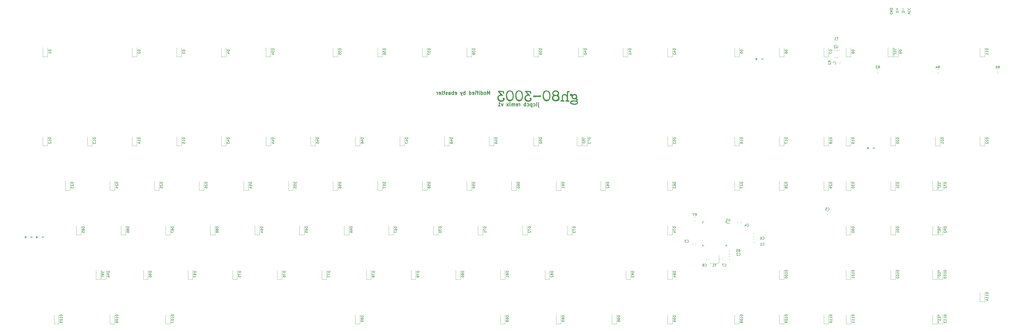
<source format=gbr>
G04 #@! TF.GenerationSoftware,KiCad,Pcbnew,5.1.6*
G04 #@! TF.CreationDate,2020-10-03T15:38:36+02:00*
G04 #@! TF.ProjectId,gh80-3003,67683830-2d33-4303-9033-2e6b69636164,rev?*
G04 #@! TF.SameCoordinates,Original*
G04 #@! TF.FileFunction,Legend,Bot*
G04 #@! TF.FilePolarity,Positive*
%FSLAX46Y46*%
G04 Gerber Fmt 4.6, Leading zero omitted, Abs format (unit mm)*
G04 Created by KiCad (PCBNEW 5.1.6) date 2020-10-03 15:38:36*
%MOMM*%
%LPD*%
G01*
G04 APERTURE LIST*
%ADD10C,0.300000*%
%ADD11C,0.150000*%
%ADD12C,0.120000*%
%ADD13C,0.250000*%
%ADD14C,0.010000*%
%ADD15C,1.803800*%
%ADD16C,4.089800*%
%ADD17C,2.388000*%
%ADD18R,1.162000X0.752000*%
%ADD19R,1.502000X1.302000*%
%ADD20R,1.302000X1.002000*%
%ADD21R,0.652000X1.602000*%
%ADD22R,1.602000X0.652000*%
%ADD23C,3.150000*%
%ADD24R,2.102000X3.102000*%
%ADD25O,4.102000X5.102000*%
%ADD26C,4.102000*%
%ADD27R,2.852000X0.602000*%
%ADD28R,2.602000X2.102000*%
%ADD29C,1.102000*%
%ADD30R,1.802000X1.802000*%
%ADD31O,1.802000X1.802000*%
%ADD32R,1.902000X1.902000*%
%ADD33C,1.902000*%
%ADD34C,6.602000*%
%ADD35C,3.702000*%
%ADD36C,6.302000*%
%ADD37R,1.880000X1.880000*%
%ADD38C,1.880000*%
%ADD39R,2.102000X2.602000*%
%ADD40R,0.602000X2.852000*%
G04 APERTURE END LIST*
D10*
X229554788Y-31825419D02*
X229554788Y-33111133D01*
X229626217Y-33253990D01*
X229769074Y-33325419D01*
X229840502Y-33325419D01*
X229554788Y-31325419D02*
X229626217Y-31396848D01*
X229554788Y-31468276D01*
X229483359Y-31396848D01*
X229554788Y-31325419D01*
X229554788Y-31468276D01*
X228626217Y-32825419D02*
X228769074Y-32753990D01*
X228840502Y-32611133D01*
X228840502Y-31325419D01*
X227411931Y-32753990D02*
X227554788Y-32825419D01*
X227840502Y-32825419D01*
X227983359Y-32753990D01*
X228054788Y-32682562D01*
X228126217Y-32539705D01*
X228126217Y-32111133D01*
X228054788Y-31968276D01*
X227983359Y-31896848D01*
X227840502Y-31825419D01*
X227554788Y-31825419D01*
X227411931Y-31896848D01*
X226769074Y-31825419D02*
X226769074Y-33325419D01*
X226769074Y-31896848D02*
X226626217Y-31825419D01*
X226340502Y-31825419D01*
X226197645Y-31896848D01*
X226126217Y-31968276D01*
X226054788Y-32111133D01*
X226054788Y-32539705D01*
X226126217Y-32682562D01*
X226197645Y-32753990D01*
X226340502Y-32825419D01*
X226626217Y-32825419D01*
X226769074Y-32753990D01*
X224769074Y-32753990D02*
X224911931Y-32825419D01*
X225197645Y-32825419D01*
X225340502Y-32753990D01*
X225411931Y-32682562D01*
X225483359Y-32539705D01*
X225483359Y-32111133D01*
X225411931Y-31968276D01*
X225340502Y-31896848D01*
X225197645Y-31825419D01*
X224911931Y-31825419D01*
X224769074Y-31896848D01*
X224126217Y-32825419D02*
X224126217Y-31325419D01*
X224126217Y-31896848D02*
X223983359Y-31825419D01*
X223697645Y-31825419D01*
X223554788Y-31896848D01*
X223483359Y-31968276D01*
X223411931Y-32111133D01*
X223411931Y-32539705D01*
X223483359Y-32682562D01*
X223554788Y-32753990D01*
X223697645Y-32825419D01*
X223983359Y-32825419D01*
X224126217Y-32753990D01*
X221626217Y-32825419D02*
X221626217Y-31825419D01*
X221626217Y-32111133D02*
X221554788Y-31968276D01*
X221483359Y-31896848D01*
X221340502Y-31825419D01*
X221197645Y-31825419D01*
X220126217Y-32753990D02*
X220269074Y-32825419D01*
X220554788Y-32825419D01*
X220697645Y-32753990D01*
X220769074Y-32611133D01*
X220769074Y-32039705D01*
X220697645Y-31896848D01*
X220554788Y-31825419D01*
X220269074Y-31825419D01*
X220126217Y-31896848D01*
X220054788Y-32039705D01*
X220054788Y-32182562D01*
X220769074Y-32325419D01*
X219411931Y-32825419D02*
X219411931Y-31825419D01*
X219411931Y-31968276D02*
X219340502Y-31896848D01*
X219197645Y-31825419D01*
X218983359Y-31825419D01*
X218840502Y-31896848D01*
X218769074Y-32039705D01*
X218769074Y-32825419D01*
X218769074Y-32039705D02*
X218697645Y-31896848D01*
X218554788Y-31825419D01*
X218340502Y-31825419D01*
X218197645Y-31896848D01*
X218126217Y-32039705D01*
X218126217Y-32825419D01*
X217411931Y-32825419D02*
X217411931Y-31825419D01*
X217411931Y-31325419D02*
X217483359Y-31396848D01*
X217411931Y-31468276D01*
X217340502Y-31396848D01*
X217411931Y-31325419D01*
X217411931Y-31468276D01*
X216840502Y-32825419D02*
X216054788Y-31825419D01*
X216840502Y-31825419D02*
X216054788Y-32825419D01*
X214483359Y-31825419D02*
X214126217Y-32825419D01*
X213769074Y-31825419D01*
X212411931Y-32825419D02*
X213269074Y-32825419D01*
X212840502Y-32825419D02*
X212840502Y-31325419D01*
X212983359Y-31539705D01*
X213126217Y-31682562D01*
X213269074Y-31753990D01*
X208747857Y-27878571D02*
X208747857Y-26378571D01*
X208247857Y-27450000D01*
X207747857Y-26378571D01*
X207747857Y-27878571D01*
X206819285Y-27878571D02*
X206962142Y-27807142D01*
X207033571Y-27735714D01*
X207105000Y-27592857D01*
X207105000Y-27164285D01*
X207033571Y-27021428D01*
X206962142Y-26950000D01*
X206819285Y-26878571D01*
X206605000Y-26878571D01*
X206462142Y-26950000D01*
X206390714Y-27021428D01*
X206319285Y-27164285D01*
X206319285Y-27592857D01*
X206390714Y-27735714D01*
X206462142Y-27807142D01*
X206605000Y-27878571D01*
X206819285Y-27878571D01*
X205033571Y-27878571D02*
X205033571Y-26378571D01*
X205033571Y-27807142D02*
X205176428Y-27878571D01*
X205462142Y-27878571D01*
X205605000Y-27807142D01*
X205676428Y-27735714D01*
X205747857Y-27592857D01*
X205747857Y-27164285D01*
X205676428Y-27021428D01*
X205605000Y-26950000D01*
X205462142Y-26878571D01*
X205176428Y-26878571D01*
X205033571Y-26950000D01*
X204319285Y-27878571D02*
X204319285Y-26878571D01*
X204319285Y-26378571D02*
X204390714Y-26450000D01*
X204319285Y-26521428D01*
X204247857Y-26450000D01*
X204319285Y-26378571D01*
X204319285Y-26521428D01*
X203819285Y-26878571D02*
X203247857Y-26878571D01*
X203605000Y-27878571D02*
X203605000Y-26592857D01*
X203533571Y-26450000D01*
X203390714Y-26378571D01*
X203247857Y-26378571D01*
X202747857Y-27878571D02*
X202747857Y-26878571D01*
X202747857Y-26378571D02*
X202819285Y-26450000D01*
X202747857Y-26521428D01*
X202676428Y-26450000D01*
X202747857Y-26378571D01*
X202747857Y-26521428D01*
X201462142Y-27807142D02*
X201605000Y-27878571D01*
X201890714Y-27878571D01*
X202033571Y-27807142D01*
X202105000Y-27664285D01*
X202105000Y-27092857D01*
X202033571Y-26950000D01*
X201890714Y-26878571D01*
X201605000Y-26878571D01*
X201462142Y-26950000D01*
X201390714Y-27092857D01*
X201390714Y-27235714D01*
X202105000Y-27378571D01*
X200105000Y-27878571D02*
X200105000Y-26378571D01*
X200105000Y-27807142D02*
X200247857Y-27878571D01*
X200533571Y-27878571D01*
X200676428Y-27807142D01*
X200747857Y-27735714D01*
X200819285Y-27592857D01*
X200819285Y-27164285D01*
X200747857Y-27021428D01*
X200676428Y-26950000D01*
X200533571Y-26878571D01*
X200247857Y-26878571D01*
X200105000Y-26950000D01*
X198247857Y-27878571D02*
X198247857Y-26378571D01*
X198247857Y-26950000D02*
X198105000Y-26878571D01*
X197819285Y-26878571D01*
X197676428Y-26950000D01*
X197605000Y-27021428D01*
X197533571Y-27164285D01*
X197533571Y-27592857D01*
X197605000Y-27735714D01*
X197676428Y-27807142D01*
X197819285Y-27878571D01*
X198105000Y-27878571D01*
X198247857Y-27807142D01*
X197033571Y-26878571D02*
X196676428Y-27878571D01*
X196319285Y-26878571D02*
X196676428Y-27878571D01*
X196819285Y-28235714D01*
X196890714Y-28307142D01*
X197033571Y-28378571D01*
X194033571Y-27807142D02*
X194176428Y-27878571D01*
X194462142Y-27878571D01*
X194605000Y-27807142D01*
X194676428Y-27664285D01*
X194676428Y-27092857D01*
X194605000Y-26950000D01*
X194462142Y-26878571D01*
X194176428Y-26878571D01*
X194033571Y-26950000D01*
X193962142Y-27092857D01*
X193962142Y-27235714D01*
X194676428Y-27378571D01*
X193319285Y-27878571D02*
X193319285Y-26378571D01*
X193319285Y-26950000D02*
X193176428Y-26878571D01*
X192890714Y-26878571D01*
X192747857Y-26950000D01*
X192676428Y-27021428D01*
X192605000Y-27164285D01*
X192605000Y-27592857D01*
X192676428Y-27735714D01*
X192747857Y-27807142D01*
X192890714Y-27878571D01*
X193176428Y-27878571D01*
X193319285Y-27807142D01*
X191319285Y-27878571D02*
X191319285Y-27092857D01*
X191390714Y-26950000D01*
X191533571Y-26878571D01*
X191819285Y-26878571D01*
X191962142Y-26950000D01*
X191319285Y-27807142D02*
X191462142Y-27878571D01*
X191819285Y-27878571D01*
X191962142Y-27807142D01*
X192033571Y-27664285D01*
X192033571Y-27521428D01*
X191962142Y-27378571D01*
X191819285Y-27307142D01*
X191462142Y-27307142D01*
X191319285Y-27235714D01*
X190676428Y-27807142D02*
X190533571Y-27878571D01*
X190247857Y-27878571D01*
X190105000Y-27807142D01*
X190033571Y-27664285D01*
X190033571Y-27592857D01*
X190105000Y-27450000D01*
X190247857Y-27378571D01*
X190462142Y-27378571D01*
X190605000Y-27307142D01*
X190676428Y-27164285D01*
X190676428Y-27092857D01*
X190605000Y-26950000D01*
X190462142Y-26878571D01*
X190247857Y-26878571D01*
X190105000Y-26950000D01*
X189605000Y-26878571D02*
X189033571Y-26878571D01*
X189390714Y-26378571D02*
X189390714Y-27664285D01*
X189319285Y-27807142D01*
X189176428Y-27878571D01*
X189033571Y-27878571D01*
X188319285Y-27878571D02*
X188462142Y-27807142D01*
X188533571Y-27664285D01*
X188533571Y-26378571D01*
X187176428Y-27807142D02*
X187319285Y-27878571D01*
X187605000Y-27878571D01*
X187747857Y-27807142D01*
X187819285Y-27664285D01*
X187819285Y-27092857D01*
X187747857Y-26950000D01*
X187605000Y-26878571D01*
X187319285Y-26878571D01*
X187176428Y-26950000D01*
X187105000Y-27092857D01*
X187105000Y-27235714D01*
X187819285Y-27378571D01*
X186462142Y-27878571D02*
X186462142Y-26878571D01*
X186462142Y-27164285D02*
X186390714Y-27021428D01*
X186319285Y-26950000D01*
X186176428Y-26878571D01*
X186033571Y-26878571D01*
D11*
X380666885Y7022732D02*
X380714504Y6927494D01*
X380714504Y6784637D01*
X380666885Y6641780D01*
X380571646Y6546542D01*
X380476408Y6498923D01*
X380285932Y6451304D01*
X380143075Y6451304D01*
X379952599Y6498923D01*
X379857361Y6546542D01*
X379762123Y6641780D01*
X379714504Y6784637D01*
X379714504Y6879875D01*
X379762123Y7022732D01*
X379809742Y7070351D01*
X380143075Y7070351D01*
X380143075Y6879875D01*
X379714504Y7498923D02*
X380714504Y7498923D01*
X379714504Y8070351D01*
X380714504Y8070351D01*
X379714504Y8546542D02*
X380714504Y8546542D01*
X380714504Y8784637D01*
X380666885Y8927494D01*
X380571646Y9022732D01*
X380476408Y9070351D01*
X380285932Y9117970D01*
X380143075Y9117970D01*
X379952599Y9070351D01*
X379857361Y9022732D01*
X379762123Y8927494D01*
X379714504Y8784637D01*
X379714504Y8546542D01*
X384794504Y7308447D02*
X385794504Y7308447D01*
X385794504Y7546542D01*
X385746885Y7689399D01*
X385651646Y7784637D01*
X385556408Y7832256D01*
X385365932Y7879875D01*
X385223075Y7879875D01*
X385032599Y7832256D01*
X384937361Y7784637D01*
X384842123Y7689399D01*
X384794504Y7546542D01*
X384794504Y7308447D01*
X385175456Y8308447D02*
X385175456Y9070351D01*
X382254504Y7308447D02*
X383254504Y7308447D01*
X383254504Y7546542D01*
X383206885Y7689399D01*
X383111646Y7784637D01*
X383016408Y7832256D01*
X382825932Y7879875D01*
X382683075Y7879875D01*
X382492599Y7832256D01*
X382397361Y7784637D01*
X382302123Y7689399D01*
X382254504Y7546542D01*
X382254504Y7308447D01*
X382635456Y8308447D02*
X382635456Y9070351D01*
X382254504Y8689399D02*
X383016408Y8689399D01*
X388334504Y6546542D02*
X387334504Y6879875D01*
X388334504Y7213208D01*
X387429742Y8117970D02*
X387382123Y8070351D01*
X387334504Y7927494D01*
X387334504Y7832256D01*
X387382123Y7689399D01*
X387477361Y7594161D01*
X387572599Y7546542D01*
X387763075Y7498923D01*
X387905932Y7498923D01*
X388096408Y7546542D01*
X388191646Y7594161D01*
X388286885Y7689399D01*
X388334504Y7832256D01*
X388334504Y7927494D01*
X388286885Y8070351D01*
X388239265Y8117970D01*
X387429742Y9117970D02*
X387382123Y9070351D01*
X387334504Y8927494D01*
X387334504Y8832256D01*
X387382123Y8689399D01*
X387477361Y8594161D01*
X387572599Y8546542D01*
X387763075Y8498923D01*
X387905932Y8498923D01*
X388096408Y8546542D01*
X388191646Y8594161D01*
X388286885Y8689399D01*
X388334504Y8832256D01*
X388334504Y8927494D01*
X388286885Y9070351D01*
X388239265Y9117970D01*
D12*
X357453301Y-12060601D02*
X355653301Y-12060601D01*
X355653301Y-8840601D02*
X358103301Y-8840601D01*
X357291264Y-4830400D02*
X356087136Y-4830400D01*
X357291264Y-6650400D02*
X356087136Y-6650400D01*
X425907373Y-17149390D02*
X425390217Y-17149390D01*
X425907373Y-18569390D02*
X425390217Y-18569390D01*
X400308914Y-17149390D02*
X399791758Y-17149390D01*
X400308914Y-18569390D02*
X399791758Y-18569390D01*
X374710455Y-17149390D02*
X374193299Y-17149390D01*
X374710455Y-18569390D02*
X374193299Y-18569390D01*
X356859301Y-13976623D02*
X356859301Y-14493779D01*
X358279301Y-13976623D02*
X358279301Y-14493779D01*
X354827301Y-13976623D02*
X354827301Y-14493779D01*
X356247301Y-13976623D02*
X356247301Y-14493779D01*
X296549578Y-80252568D02*
X296032422Y-80252568D01*
X296549578Y-81672568D02*
X296032422Y-81672568D01*
X311324578Y-94766748D02*
X310807422Y-94766748D01*
X311324578Y-96186748D02*
X310807422Y-96186748D01*
X321210442Y-88816324D02*
X321727598Y-88816324D01*
X321210442Y-87396324D02*
X321727598Y-87396324D01*
X353183874Y-77871316D02*
X352666718Y-77871316D01*
X353183874Y-79291316D02*
X352666718Y-79291316D01*
X315990000Y-82984078D02*
X315990000Y-82466922D01*
X314570000Y-82984078D02*
X314570000Y-82466922D01*
X295200000Y-91581422D02*
X295200000Y-92098578D01*
X296620000Y-91581422D02*
X296620000Y-92098578D01*
X310807422Y-98568000D02*
X311324578Y-98568000D01*
X310807422Y-97148000D02*
X311324578Y-97148000D01*
X321210442Y-91197576D02*
X321727598Y-91197576D01*
X321210442Y-89777576D02*
X321727598Y-89777576D01*
X306673000Y-96775000D02*
X306673000Y-100075000D01*
X306673000Y-100075000D02*
X302673000Y-100075000D01*
X420100352Y-11775008D02*
X418100352Y-11775008D01*
X418100352Y-11775008D02*
X418100352Y-7875008D01*
X420100352Y-11775008D02*
X420100352Y-7875008D01*
X380809694Y-11775008D02*
X378809694Y-11775008D01*
X378809694Y-11775008D02*
X378809694Y-7875008D01*
X380809694Y-11775008D02*
X380809694Y-7875008D01*
X383190946Y-11775008D02*
X381190946Y-11775008D01*
X381190946Y-11775008D02*
X381190946Y-7875008D01*
X383190946Y-11775008D02*
X383190946Y-7875008D01*
X362950304Y-11775008D02*
X360950304Y-11775008D01*
X360950304Y-11775008D02*
X360950304Y-7875008D01*
X362950304Y-11775008D02*
X362950304Y-7875008D01*
X420100352Y-116550096D02*
X418100352Y-116550096D01*
X418100352Y-116550096D02*
X418100352Y-112650096D01*
X420100352Y-116550096D02*
X420100352Y-112650096D01*
X402240962Y-126075104D02*
X400240962Y-126075104D01*
X400240962Y-126075104D02*
X400240962Y-122175104D01*
X402240962Y-126075104D02*
X402240962Y-122175104D01*
X399859710Y-126075104D02*
X397859710Y-126075104D01*
X397859710Y-126075104D02*
X397859710Y-122175104D01*
X399859710Y-126075104D02*
X399859710Y-122175104D01*
X362950304Y-126075104D02*
X360950304Y-126075104D01*
X360950304Y-126075104D02*
X360950304Y-122175104D01*
X362950304Y-126075104D02*
X362950304Y-122175104D01*
X353425296Y-126075104D02*
X351425296Y-126075104D01*
X351425296Y-126075104D02*
X351425296Y-122175104D01*
X353425296Y-126075104D02*
X353425296Y-122175104D01*
X334375280Y-126075104D02*
X332375280Y-126075104D01*
X332375280Y-126075104D02*
X332375280Y-122175104D01*
X334375280Y-126075104D02*
X334375280Y-122175104D01*
X315325264Y-126075104D02*
X313325264Y-126075104D01*
X313325264Y-126075104D02*
X313325264Y-122175104D01*
X315325264Y-126075104D02*
X315325264Y-122175104D01*
X286750240Y-126075104D02*
X284750240Y-126075104D01*
X284750240Y-126075104D02*
X284750240Y-122175104D01*
X286750240Y-126075104D02*
X286750240Y-122175104D01*
X262937720Y-126075104D02*
X260937720Y-126075104D01*
X260937720Y-126075104D02*
X260937720Y-122175104D01*
X262937720Y-126075104D02*
X262937720Y-122175104D01*
X239125200Y-126075104D02*
X237125200Y-126075104D01*
X237125200Y-126075104D02*
X237125200Y-122175104D01*
X239125200Y-126075104D02*
X239125200Y-122175104D01*
X215312680Y-126075104D02*
X213312680Y-126075104D01*
X213312680Y-126075104D02*
X213312680Y-122175104D01*
X215312680Y-126075104D02*
X215312680Y-122175104D01*
X153400128Y-126075104D02*
X151400128Y-126075104D01*
X151400128Y-126075104D02*
X151400128Y-122175104D01*
X153400128Y-126075104D02*
X153400128Y-122175104D01*
X72437560Y-126075104D02*
X70437560Y-126075104D01*
X70437560Y-126075104D02*
X70437560Y-122175104D01*
X72437560Y-126075104D02*
X72437560Y-122175104D01*
X48625040Y-126075104D02*
X46625040Y-126075104D01*
X46625040Y-126075104D02*
X46625040Y-122175104D01*
X48625040Y-126075104D02*
X48625040Y-122175104D01*
X24812520Y-126075104D02*
X22812520Y-126075104D01*
X22812520Y-126075104D02*
X22812520Y-122175104D01*
X24812520Y-126075104D02*
X24812520Y-122175104D01*
X399859710Y-107025088D02*
X397859710Y-107025088D01*
X397859710Y-107025088D02*
X397859710Y-103125088D01*
X399859710Y-107025088D02*
X399859710Y-103125088D01*
X402240962Y-107025088D02*
X400240962Y-107025088D01*
X400240962Y-107025088D02*
X400240962Y-103125088D01*
X402240962Y-107025088D02*
X402240962Y-103125088D01*
X382000320Y-107025088D02*
X380000320Y-107025088D01*
X380000320Y-107025088D02*
X380000320Y-103125088D01*
X382000320Y-107025088D02*
X382000320Y-103125088D01*
X362950304Y-107025088D02*
X360950304Y-107025088D01*
X360950304Y-107025088D02*
X360950304Y-103125088D01*
X362950304Y-107025088D02*
X362950304Y-103125088D01*
X334375280Y-107025088D02*
X332375280Y-107025088D01*
X332375280Y-107025088D02*
X332375280Y-103125088D01*
X334375280Y-107025088D02*
X334375280Y-103125088D01*
X286750240Y-107025088D02*
X284750240Y-107025088D01*
X284750240Y-107025088D02*
X284750240Y-103125088D01*
X286750240Y-107025088D02*
X286750240Y-103125088D01*
X268890850Y-107025088D02*
X266890850Y-107025088D01*
X266890850Y-107025088D02*
X266890850Y-103125088D01*
X268890850Y-107025088D02*
X268890850Y-103125088D01*
X234362696Y-107025088D02*
X232362696Y-107025088D01*
X232362696Y-107025088D02*
X232362696Y-103125088D01*
X234362696Y-107025088D02*
X234362696Y-103125088D01*
X215312680Y-107025088D02*
X213312680Y-107025088D01*
X213312680Y-107025088D02*
X213312680Y-103125088D01*
X215312680Y-107025088D02*
X215312680Y-103125088D01*
X196262664Y-107025088D02*
X194262664Y-107025088D01*
X194262664Y-107025088D02*
X194262664Y-103125088D01*
X196262664Y-107025088D02*
X196262664Y-103125088D01*
X177212648Y-107025088D02*
X175212648Y-107025088D01*
X175212648Y-107025088D02*
X175212648Y-103125088D01*
X177212648Y-107025088D02*
X177212648Y-103125088D01*
X158162632Y-107025088D02*
X156162632Y-107025088D01*
X156162632Y-107025088D02*
X156162632Y-103125088D01*
X158162632Y-107025088D02*
X158162632Y-103125088D01*
X139112616Y-107025088D02*
X137112616Y-107025088D01*
X137112616Y-107025088D02*
X137112616Y-103125088D01*
X139112616Y-107025088D02*
X139112616Y-103125088D01*
X120062600Y-107025088D02*
X118062600Y-107025088D01*
X118062600Y-107025088D02*
X118062600Y-103125088D01*
X120062600Y-107025088D02*
X120062600Y-103125088D01*
X101012584Y-107025088D02*
X99012584Y-107025088D01*
X99012584Y-107025088D02*
X99012584Y-103125088D01*
X101012584Y-107025088D02*
X101012584Y-103125088D01*
X81962568Y-107025088D02*
X79962568Y-107025088D01*
X79962568Y-107025088D02*
X79962568Y-103125088D01*
X81962568Y-107025088D02*
X81962568Y-103125088D01*
X62912552Y-107025088D02*
X60912552Y-107025088D01*
X60912552Y-107025088D02*
X60912552Y-103125088D01*
X62912552Y-107025088D02*
X62912552Y-103125088D01*
X42671910Y-107025088D02*
X40671910Y-107025088D01*
X40671910Y-107025088D02*
X40671910Y-103125088D01*
X42671910Y-107025088D02*
X42671910Y-103125088D01*
X45053162Y-107025088D02*
X43053162Y-107025088D01*
X43053162Y-107025088D02*
X43053162Y-103125088D01*
X45053162Y-107025088D02*
X45053162Y-103125088D01*
X399859710Y-87975072D02*
X397859710Y-87975072D01*
X397859710Y-87975072D02*
X397859710Y-84075072D01*
X399859710Y-87975072D02*
X399859710Y-84075072D01*
X402240962Y-87975072D02*
X400240962Y-87975072D01*
X400240962Y-87975072D02*
X400240962Y-84075072D01*
X402240962Y-87975072D02*
X402240962Y-84075072D01*
X382000320Y-87975072D02*
X380000320Y-87975072D01*
X380000320Y-87975072D02*
X380000320Y-84075072D01*
X382000320Y-87975072D02*
X382000320Y-84075072D01*
X362950304Y-87975072D02*
X360950304Y-87975072D01*
X360950304Y-87975072D02*
X360950304Y-84075072D01*
X362950304Y-87975072D02*
X362950304Y-84075072D01*
X286750240Y-87975072D02*
X284750240Y-87975072D01*
X284750240Y-87975072D02*
X284750240Y-84075072D01*
X286750240Y-87975072D02*
X286750240Y-84075072D01*
X243887704Y-87975072D02*
X241887704Y-87975072D01*
X241887704Y-87975072D02*
X241887704Y-84075072D01*
X243887704Y-87975072D02*
X243887704Y-84075072D01*
X224837688Y-87975072D02*
X222837688Y-87975072D01*
X222837688Y-87975072D02*
X222837688Y-84075072D01*
X224837688Y-87975072D02*
X224837688Y-84075072D01*
X205787672Y-87975072D02*
X203787672Y-87975072D01*
X203787672Y-87975072D02*
X203787672Y-84075072D01*
X205787672Y-87975072D02*
X205787672Y-84075072D01*
X186737656Y-87975072D02*
X184737656Y-87975072D01*
X184737656Y-87975072D02*
X184737656Y-84075072D01*
X186737656Y-87975072D02*
X186737656Y-84075072D01*
X167687640Y-87975072D02*
X165687640Y-87975072D01*
X165687640Y-87975072D02*
X165687640Y-84075072D01*
X167687640Y-87975072D02*
X167687640Y-84075072D01*
X148637624Y-87975072D02*
X146637624Y-87975072D01*
X146637624Y-87975072D02*
X146637624Y-84075072D01*
X148637624Y-87975072D02*
X148637624Y-84075072D01*
X129587608Y-87975072D02*
X127587608Y-87975072D01*
X127587608Y-87975072D02*
X127587608Y-84075072D01*
X129587608Y-87975072D02*
X129587608Y-84075072D01*
X110537592Y-87975072D02*
X108537592Y-87975072D01*
X108537592Y-87975072D02*
X108537592Y-84075072D01*
X110537592Y-87975072D02*
X110537592Y-84075072D01*
X91487576Y-87975072D02*
X89487576Y-87975072D01*
X89487576Y-87975072D02*
X89487576Y-84075072D01*
X91487576Y-87975072D02*
X91487576Y-84075072D01*
X72437560Y-87975072D02*
X70437560Y-87975072D01*
X70437560Y-87975072D02*
X70437560Y-84075072D01*
X72437560Y-87975072D02*
X72437560Y-84075072D01*
X53387544Y-87975072D02*
X51387544Y-87975072D01*
X51387544Y-87975072D02*
X51387544Y-84075072D01*
X53387544Y-87975072D02*
X53387544Y-84075072D01*
X34337528Y-87975072D02*
X32337528Y-87975072D01*
X32337528Y-87975072D02*
X32337528Y-84075072D01*
X34337528Y-87975072D02*
X34337528Y-84075072D01*
X399859710Y-68925056D02*
X397859710Y-68925056D01*
X397859710Y-68925056D02*
X397859710Y-65025056D01*
X399859710Y-68925056D02*
X399859710Y-65025056D01*
X402240962Y-68925056D02*
X400240962Y-68925056D01*
X400240962Y-68925056D02*
X400240962Y-65025056D01*
X402240962Y-68925056D02*
X402240962Y-65025056D01*
X382000320Y-68925056D02*
X380000320Y-68925056D01*
X380000320Y-68925056D02*
X380000320Y-65025056D01*
X382000320Y-68925056D02*
X382000320Y-65025056D01*
X362950304Y-68925056D02*
X360950304Y-68925056D01*
X360950304Y-68925056D02*
X360950304Y-65025056D01*
X362950304Y-68925056D02*
X362950304Y-65025056D01*
X353425296Y-68925056D02*
X351425296Y-68925056D01*
X351425296Y-68925056D02*
X351425296Y-65025056D01*
X353425296Y-68925056D02*
X353425296Y-65025056D01*
X334375280Y-68925056D02*
X332375280Y-68925056D01*
X332375280Y-68925056D02*
X332375280Y-65025056D01*
X334375280Y-68925056D02*
X334375280Y-65025056D01*
X315325264Y-68925056D02*
X313325264Y-68925056D01*
X313325264Y-68925056D02*
X313325264Y-65025056D01*
X315325264Y-68925056D02*
X315325264Y-65025056D01*
X286750240Y-68925056D02*
X284750240Y-68925056D01*
X284750240Y-68925056D02*
X284750240Y-65025056D01*
X286750240Y-68925056D02*
X286750240Y-65025056D01*
X258175216Y-68925056D02*
X256175216Y-68925056D01*
X256175216Y-68925056D02*
X256175216Y-65025056D01*
X258175216Y-68925056D02*
X258175216Y-65025056D01*
X239125200Y-68925056D02*
X237125200Y-68925056D01*
X237125200Y-68925056D02*
X237125200Y-65025056D01*
X239125200Y-68925056D02*
X239125200Y-65025056D01*
X220075184Y-68925056D02*
X218075184Y-68925056D01*
X218075184Y-68925056D02*
X218075184Y-65025056D01*
X220075184Y-68925056D02*
X220075184Y-65025056D01*
X201025168Y-68925056D02*
X199025168Y-68925056D01*
X199025168Y-68925056D02*
X199025168Y-65025056D01*
X201025168Y-68925056D02*
X201025168Y-65025056D01*
X181975152Y-68925056D02*
X179975152Y-68925056D01*
X179975152Y-68925056D02*
X179975152Y-65025056D01*
X181975152Y-68925056D02*
X181975152Y-65025056D01*
X162925136Y-68925056D02*
X160925136Y-68925056D01*
X160925136Y-68925056D02*
X160925136Y-65025056D01*
X162925136Y-68925056D02*
X162925136Y-65025056D01*
X143875120Y-68925056D02*
X141875120Y-68925056D01*
X141875120Y-68925056D02*
X141875120Y-65025056D01*
X143875120Y-68925056D02*
X143875120Y-65025056D01*
X124825104Y-68925056D02*
X122825104Y-68925056D01*
X122825104Y-68925056D02*
X122825104Y-65025056D01*
X124825104Y-68925056D02*
X124825104Y-65025056D01*
X105775088Y-68925056D02*
X103775088Y-68925056D01*
X103775088Y-68925056D02*
X103775088Y-65025056D01*
X105775088Y-68925056D02*
X105775088Y-65025056D01*
X86725072Y-68925056D02*
X84725072Y-68925056D01*
X84725072Y-68925056D02*
X84725072Y-65025056D01*
X86725072Y-68925056D02*
X86725072Y-65025056D01*
X67675056Y-68925056D02*
X65675056Y-68925056D01*
X65675056Y-68925056D02*
X65675056Y-65025056D01*
X67675056Y-68925056D02*
X67675056Y-65025056D01*
X48625040Y-68925056D02*
X46625040Y-68925056D01*
X46625040Y-68925056D02*
X46625040Y-65025056D01*
X48625040Y-68925056D02*
X48625040Y-65025056D01*
X29575024Y-68925056D02*
X27575024Y-68925056D01*
X27575024Y-68925056D02*
X27575024Y-65025056D01*
X29575024Y-68925056D02*
X29575024Y-65025056D01*
X420100352Y-49875040D02*
X418100352Y-49875040D01*
X418100352Y-49875040D02*
X418100352Y-45975040D01*
X420100352Y-49875040D02*
X420100352Y-45975040D01*
X401050336Y-49875040D02*
X399050336Y-49875040D01*
X399050336Y-49875040D02*
X399050336Y-45975040D01*
X401050336Y-49875040D02*
X401050336Y-45975040D01*
X382000320Y-49875040D02*
X380000320Y-49875040D01*
X380000320Y-49875040D02*
X380000320Y-45975040D01*
X382000320Y-49875040D02*
X382000320Y-45975040D01*
X362950304Y-49875040D02*
X360950304Y-49875040D01*
X360950304Y-49875040D02*
X360950304Y-45975040D01*
X362950304Y-49875040D02*
X362950304Y-45975040D01*
X353425296Y-49875040D02*
X351425296Y-49875040D01*
X351425296Y-49875040D02*
X351425296Y-45975040D01*
X353425296Y-49875040D02*
X353425296Y-45975040D01*
X334375280Y-49875040D02*
X332375280Y-49875040D01*
X332375280Y-49875040D02*
X332375280Y-45975040D01*
X334375280Y-49875040D02*
X334375280Y-45975040D01*
X315325264Y-49875040D02*
X313325264Y-49875040D01*
X313325264Y-49875040D02*
X313325264Y-45975040D01*
X315325264Y-49875040D02*
X315325264Y-45975040D01*
X286750240Y-49875040D02*
X284750240Y-49875040D01*
X284750240Y-49875040D02*
X284750240Y-45975040D01*
X286750240Y-49875040D02*
X286750240Y-45975040D01*
X250436147Y-49875040D02*
X248436147Y-49875040D01*
X248436147Y-49875040D02*
X248436147Y-45975040D01*
X250436147Y-49875040D02*
X250436147Y-45975040D01*
X248054895Y-49875040D02*
X246054895Y-49875040D01*
X246054895Y-49875040D02*
X246054895Y-45975040D01*
X248054895Y-49875040D02*
X248054895Y-45975040D01*
X229600192Y-49875040D02*
X227600192Y-49875040D01*
X227600192Y-49875040D02*
X227600192Y-45975040D01*
X229600192Y-49875040D02*
X229600192Y-45975040D01*
X210550176Y-49875040D02*
X208550176Y-49875040D01*
X208550176Y-49875040D02*
X208550176Y-45975040D01*
X210550176Y-49875040D02*
X210550176Y-45975040D01*
X191500160Y-49875040D02*
X189500160Y-49875040D01*
X189500160Y-49875040D02*
X189500160Y-45975040D01*
X191500160Y-49875040D02*
X191500160Y-45975040D01*
X172450144Y-49875040D02*
X170450144Y-49875040D01*
X170450144Y-49875040D02*
X170450144Y-45975040D01*
X172450144Y-49875040D02*
X172450144Y-45975040D01*
X153400128Y-49875040D02*
X151400128Y-49875040D01*
X151400128Y-49875040D02*
X151400128Y-45975040D01*
X153400128Y-49875040D02*
X153400128Y-45975040D01*
X134350112Y-49875040D02*
X132350112Y-49875040D01*
X132350112Y-49875040D02*
X132350112Y-45975040D01*
X134350112Y-49875040D02*
X134350112Y-45975040D01*
X115300096Y-49875040D02*
X113300096Y-49875040D01*
X113300096Y-49875040D02*
X113300096Y-45975040D01*
X115300096Y-49875040D02*
X115300096Y-45975040D01*
X96250080Y-49875040D02*
X94250080Y-49875040D01*
X94250080Y-49875040D02*
X94250080Y-45975040D01*
X96250080Y-49875040D02*
X96250080Y-45975040D01*
X77200064Y-49875040D02*
X75200064Y-49875040D01*
X75200064Y-49875040D02*
X75200064Y-45975040D01*
X77200064Y-49875040D02*
X77200064Y-45975040D01*
X58150048Y-49875040D02*
X56150048Y-49875040D01*
X56150048Y-49875040D02*
X56150048Y-45975040D01*
X58150048Y-49875040D02*
X58150048Y-45975040D01*
X39100032Y-49875040D02*
X37100032Y-49875040D01*
X37100032Y-49875040D02*
X37100032Y-45975040D01*
X39100032Y-49875040D02*
X39100032Y-45975040D01*
X20050016Y-49875040D02*
X18050016Y-49875040D01*
X18050016Y-49875040D02*
X18050016Y-45975040D01*
X20050016Y-49875040D02*
X20050016Y-45975040D01*
X353425296Y-11775008D02*
X351425296Y-11775008D01*
X351425296Y-11775008D02*
X351425296Y-7875008D01*
X353425296Y-11775008D02*
X353425296Y-7875008D01*
X334375280Y-11775008D02*
X332375280Y-11775008D01*
X332375280Y-11775008D02*
X332375280Y-7875008D01*
X334375280Y-11775008D02*
X334375280Y-7875008D01*
X315325264Y-11775008D02*
X313325264Y-11775008D01*
X313325264Y-11775008D02*
X313325264Y-7875008D01*
X315325264Y-11775008D02*
X315325264Y-7875008D01*
X286750240Y-11775008D02*
X284750240Y-11775008D01*
X284750240Y-11775008D02*
X284750240Y-7875008D01*
X286750240Y-11775008D02*
X286750240Y-7875008D01*
X267700224Y-11775008D02*
X265700224Y-11775008D01*
X265700224Y-11775008D02*
X265700224Y-7875008D01*
X267700224Y-11775008D02*
X267700224Y-7875008D01*
X248650208Y-11775008D02*
X246650208Y-11775008D01*
X246650208Y-11775008D02*
X246650208Y-7875008D01*
X248650208Y-11775008D02*
X248650208Y-7875008D01*
X229600192Y-11775008D02*
X227600192Y-11775008D01*
X227600192Y-11775008D02*
X227600192Y-7875008D01*
X229600192Y-11775008D02*
X229600192Y-7875008D01*
X201025168Y-11775008D02*
X199025168Y-11775008D01*
X199025168Y-11775008D02*
X199025168Y-7875008D01*
X201025168Y-11775008D02*
X201025168Y-7875008D01*
X181975152Y-11775008D02*
X179975152Y-11775008D01*
X179975152Y-11775008D02*
X179975152Y-7875008D01*
X181975152Y-11775008D02*
X181975152Y-7875008D01*
X162925136Y-11775008D02*
X160925136Y-11775008D01*
X160925136Y-11775008D02*
X160925136Y-7875008D01*
X162925136Y-11775008D02*
X162925136Y-7875008D01*
X143875120Y-11775008D02*
X141875120Y-11775008D01*
X141875120Y-11775008D02*
X141875120Y-7875008D01*
X143875120Y-11775008D02*
X143875120Y-7875008D01*
X115300096Y-11775008D02*
X113300096Y-11775008D01*
X113300096Y-11775008D02*
X113300096Y-7875008D01*
X115300096Y-11775008D02*
X115300096Y-7875008D01*
X96250080Y-11775008D02*
X94250080Y-11775008D01*
X94250080Y-11775008D02*
X94250080Y-7875008D01*
X96250080Y-11775008D02*
X96250080Y-7875008D01*
X77200064Y-11775008D02*
X75200064Y-11775008D01*
X75200064Y-11775008D02*
X75200064Y-7875008D01*
X77200064Y-11775008D02*
X77200064Y-7875008D01*
X58150048Y-11775008D02*
X56150048Y-11775008D01*
X56150048Y-11775008D02*
X56150048Y-7875008D01*
X58150048Y-11775008D02*
X58150048Y-7875008D01*
X20050016Y-11775008D02*
X18050016Y-11775008D01*
X18050016Y-11775008D02*
X18050016Y-7875008D01*
X20050016Y-11775008D02*
X20050016Y-7875008D01*
X301242000Y-98262221D02*
X301242000Y-98587779D01*
X302262000Y-98262221D02*
X302262000Y-98587779D01*
X308104000Y-98587779D02*
X308104000Y-98262221D01*
X307084000Y-98587779D02*
X307084000Y-98262221D01*
D11*
X309975256Y-82336011D02*
X309975256Y-82911011D01*
X299625256Y-82336011D02*
X299625256Y-83011011D01*
X299625256Y-92686011D02*
X299625256Y-92011011D01*
X309975256Y-92686011D02*
X309975256Y-92011011D01*
X309975256Y-82336011D02*
X309300256Y-82336011D01*
X309975256Y-92686011D02*
X309300256Y-92686011D01*
X299625256Y-92686011D02*
X300300256Y-92686011D01*
X299625256Y-82336011D02*
X300300256Y-82336011D01*
X309975256Y-82911011D02*
X311250256Y-82911011D01*
D13*
X372364312Y-50800040D02*
X373126312Y-50800040D01*
X370586312Y-50800040D02*
X369824312Y-50800040D01*
X370205312Y-50419040D02*
X370205312Y-51181040D01*
X15398764Y-88519072D02*
X15398764Y-89281072D01*
X15779764Y-88900072D02*
X15017764Y-88900072D01*
X17557764Y-88900072D02*
X18319764Y-88900072D01*
X12795260Y-88900072D02*
X13557260Y-88900072D01*
X11017260Y-88900072D02*
X10255260Y-88900072D01*
X10636260Y-88519072D02*
X10636260Y-89281072D01*
X322581360Y-12319040D02*
X322581360Y-13081040D01*
X322962360Y-12700040D02*
X322200360Y-12700040D01*
X324740360Y-12700040D02*
X325502360Y-12700040D01*
D14*
G36*
X243434155Y-27623239D02*
G01*
X243365213Y-27629891D01*
X243171220Y-27650135D01*
X243092163Y-27890791D01*
X243058172Y-27999965D01*
X243031505Y-28096470D01*
X243015783Y-28166612D01*
X243013105Y-28189795D01*
X243034676Y-28251990D01*
X243091663Y-28324387D01*
X243172477Y-28397924D01*
X243265528Y-28463537D01*
X243359227Y-28512163D01*
X243441986Y-28534739D01*
X243454943Y-28535336D01*
X243484733Y-28526194D01*
X243488682Y-28489715D01*
X243483005Y-28459136D01*
X243475868Y-28405980D01*
X243493839Y-28385777D01*
X243531202Y-28382936D01*
X243590984Y-28395421D01*
X243634798Y-28436422D01*
X243664695Y-28511265D01*
X243682727Y-28625272D01*
X243690945Y-28783766D01*
X243691234Y-28798211D01*
X243694222Y-28921780D01*
X243699542Y-29006604D01*
X243709752Y-29064737D01*
X243727412Y-29108233D01*
X243755080Y-29149147D01*
X243769650Y-29167650D01*
X243818930Y-29238978D01*
X243875476Y-29335176D01*
X243923159Y-29427551D01*
X243986316Y-29538752D01*
X244061612Y-29638801D01*
X244140143Y-29718329D01*
X244213005Y-29767963D01*
X244257970Y-29779937D01*
X244302489Y-29786899D01*
X244383070Y-29805726D01*
X244487227Y-29833327D01*
X244574840Y-29858378D01*
X244840792Y-29936820D01*
X245105110Y-29895372D01*
X245275883Y-29873867D01*
X245409746Y-29871384D01*
X245517759Y-29890218D01*
X245610979Y-29932667D01*
X245700465Y-30001026D01*
X245725357Y-30024162D01*
X245788200Y-30087392D01*
X245820416Y-30132998D01*
X245829611Y-30176806D01*
X245824175Y-30229774D01*
X245782321Y-30336653D01*
X245731387Y-30395887D01*
X245640092Y-30453219D01*
X245543835Y-30461185D01*
X245465401Y-30436259D01*
X245393039Y-30419843D01*
X245338885Y-30434949D01*
X245289093Y-30450381D01*
X245266699Y-30434602D01*
X245265951Y-30432676D01*
X245244403Y-30415179D01*
X245208134Y-30429766D01*
X245144440Y-30444078D01*
X245091580Y-30430929D01*
X245027780Y-30418365D01*
X244959242Y-30435229D01*
X244930955Y-30447850D01*
X244838094Y-30483078D01*
X244767851Y-30484756D01*
X244704961Y-30453177D01*
X244703701Y-30452229D01*
X244648388Y-30429408D01*
X244567404Y-30416262D01*
X244533446Y-30414937D01*
X244446188Y-30408942D01*
X244370409Y-30393880D01*
X244350160Y-30386535D01*
X244294225Y-30372099D01*
X244226703Y-30381654D01*
X244177515Y-30397470D01*
X244080705Y-30426394D01*
X243980430Y-30448296D01*
X243960854Y-30451317D01*
X243853862Y-30475205D01*
X243729952Y-30516880D01*
X243605073Y-30569502D01*
X243495174Y-30626234D01*
X243416202Y-30680240D01*
X243406805Y-30688847D01*
X243334233Y-30749273D01*
X243247507Y-30808028D01*
X243224147Y-30821511D01*
X243159405Y-30863457D01*
X243113626Y-30913786D01*
X243078440Y-30985759D01*
X243045481Y-31092639D01*
X243039967Y-31113437D01*
X243015456Y-31261152D01*
X243027953Y-31387970D01*
X243065006Y-31483893D01*
X243132076Y-31591714D01*
X243219178Y-31698238D01*
X243316751Y-31794824D01*
X243415234Y-31872832D01*
X243505065Y-31923619D01*
X243568488Y-31938937D01*
X243619281Y-31947009D01*
X243704408Y-31968784D01*
X243810463Y-32000599D01*
X243888527Y-32026385D01*
X244027602Y-32070033D01*
X244181001Y-32111800D01*
X244323093Y-32144900D01*
X244372005Y-32154368D01*
X244506029Y-32173842D01*
X244661988Y-32189782D01*
X244825584Y-32201391D01*
X244982520Y-32207872D01*
X245118499Y-32208429D01*
X245219222Y-32202265D01*
X245222905Y-32201789D01*
X245381950Y-32173978D01*
X245535149Y-32135438D01*
X245666612Y-32090698D01*
X245747562Y-32052261D01*
X245824905Y-32014578D01*
X245895816Y-31992310D01*
X245918383Y-31989737D01*
X245992470Y-31980265D01*
X246057545Y-31947218D01*
X246121882Y-31883649D01*
X246193754Y-31782609D01*
X246225368Y-31731950D01*
X246314753Y-31559961D01*
X246360165Y-31403099D01*
X246360978Y-31318223D01*
X245916475Y-31318223D01*
X245891194Y-31435292D01*
X245833063Y-31542200D01*
X245747047Y-31629785D01*
X245638115Y-31688884D01*
X245512462Y-31710337D01*
X245434501Y-31723688D01*
X245351447Y-31756488D01*
X245339560Y-31763113D01*
X245189450Y-31825267D01*
X245017039Y-31853422D01*
X244838863Y-31846322D01*
X244696101Y-31811937D01*
X244597133Y-31783313D01*
X244499014Y-31764634D01*
X244449086Y-31760579D01*
X244361362Y-31748954D01*
X244263851Y-31720465D01*
X244232305Y-31707402D01*
X244135475Y-31673624D01*
X244024019Y-31658830D01*
X243937785Y-31657626D01*
X243839883Y-31657211D01*
X243776944Y-31649477D01*
X243733241Y-31630397D01*
X243693045Y-31595946D01*
X243691747Y-31594650D01*
X243641096Y-31526526D01*
X243609154Y-31452325D01*
X243608520Y-31449573D01*
X243585329Y-31381983D01*
X243556109Y-31335311D01*
X243533424Y-31288391D01*
X243521594Y-31216609D01*
X243521105Y-31199309D01*
X243525858Y-31136550D01*
X243544065Y-31085412D01*
X243581647Y-31042424D01*
X243644527Y-31004112D01*
X243738626Y-30967004D01*
X243869866Y-30927629D01*
X244044169Y-30882514D01*
X244073946Y-30875147D01*
X244221339Y-30840206D01*
X244358522Y-30810217D01*
X244474986Y-30787287D01*
X244560222Y-30773524D01*
X244595925Y-30770472D01*
X244673462Y-30763746D01*
X244735909Y-30747190D01*
X244741716Y-30744381D01*
X244794558Y-30733179D01*
X244853511Y-30759455D01*
X244931957Y-30788271D01*
X245012520Y-30784697D01*
X245093531Y-30782369D01*
X245195501Y-30801753D01*
X245297204Y-30833123D01*
X245396631Y-30864288D01*
X245485270Y-30887189D01*
X245545905Y-30897452D01*
X245551204Y-30897631D01*
X245643843Y-30920011D01*
X245742898Y-30981552D01*
X245835977Y-31074224D01*
X245848613Y-31090257D01*
X245903937Y-31200157D01*
X245916475Y-31318223D01*
X246360978Y-31318223D01*
X246361620Y-31251329D01*
X246319136Y-31094615D01*
X246232731Y-30922921D01*
X246226800Y-30913002D01*
X246180754Y-30826858D01*
X246148564Y-30748138D01*
X246137621Y-30697609D01*
X246144425Y-30643765D01*
X246162350Y-30556424D01*
X246188123Y-30450809D01*
X246201121Y-30402415D01*
X246244143Y-30228319D01*
X246263392Y-30088337D01*
X246256121Y-29970341D01*
X246219587Y-29862199D01*
X246151043Y-29751784D01*
X246047745Y-29626967D01*
X246018227Y-29594339D01*
X245936458Y-29496987D01*
X245893814Y-29419806D01*
X245889347Y-29351742D01*
X245922110Y-29281742D01*
X245984906Y-29205495D01*
X246035406Y-29148275D01*
X246066643Y-29100094D01*
X246080585Y-29048321D01*
X246079199Y-28980329D01*
X246064452Y-28883490D01*
X246048410Y-28797921D01*
X246045563Y-28780980D01*
X245578505Y-28780980D01*
X245565586Y-28837291D01*
X245531035Y-28924150D01*
X245481166Y-29029679D01*
X245422292Y-29142002D01*
X245360725Y-29249242D01*
X245302779Y-29339521D01*
X245254765Y-29400965D01*
X245242987Y-29412214D01*
X245205010Y-29440110D01*
X245163235Y-29457622D01*
X245105198Y-29467053D01*
X245018432Y-29470703D01*
X244924463Y-29471023D01*
X244773190Y-29466261D01*
X244663616Y-29452425D01*
X244587905Y-29428748D01*
X244472261Y-29353253D01*
X244358887Y-29241582D01*
X244258602Y-29107635D01*
X244182224Y-28965311D01*
X244147475Y-28862850D01*
X244145085Y-28781002D01*
X244165020Y-28673073D01*
X244202396Y-28555880D01*
X244252327Y-28446240D01*
X244283261Y-28395410D01*
X244328518Y-28337059D01*
X244379155Y-28292928D01*
X244448958Y-28253754D01*
X244551715Y-28210277D01*
X244568787Y-28203602D01*
X244673329Y-28166696D01*
X244768901Y-28139480D01*
X244839353Y-28126345D01*
X244854605Y-28125863D01*
X244926385Y-28127987D01*
X245019579Y-28129028D01*
X245060841Y-28129022D01*
X245161012Y-28137020D01*
X245218810Y-28163037D01*
X245224897Y-28169436D01*
X245276501Y-28211889D01*
X245315783Y-28232049D01*
X245371458Y-28269120D01*
X245415517Y-28319094D01*
X245453224Y-28389798D01*
X245494206Y-28486653D01*
X245532546Y-28592887D01*
X245562325Y-28691728D01*
X245577623Y-28766401D01*
X245578505Y-28780980D01*
X246045563Y-28780980D01*
X246029729Y-28686783D01*
X246016143Y-28580183D01*
X246010356Y-28499680D01*
X246010310Y-28494312D01*
X245992666Y-28387197D01*
X245959638Y-28325374D01*
X245921643Y-28245641D01*
X245922892Y-28188599D01*
X245913031Y-28109681D01*
X245876787Y-28051803D01*
X244041873Y-28051803D01*
X244032081Y-28074133D01*
X243999933Y-28102883D01*
X243938849Y-28139938D01*
X243881168Y-28153703D01*
X243840623Y-28143566D01*
X243830640Y-28110411D01*
X243860985Y-28068755D01*
X243920272Y-28039147D01*
X243986756Y-28030275D01*
X244016010Y-28036370D01*
X244041873Y-28051803D01*
X245876787Y-28051803D01*
X245857821Y-28021517D01*
X245760869Y-27928419D01*
X245627754Y-27835894D01*
X245539448Y-27785977D01*
X245482382Y-27764036D01*
X245447615Y-27766963D01*
X245441465Y-27771130D01*
X245407858Y-27781490D01*
X245350624Y-27769600D01*
X245259954Y-27733396D01*
X245258199Y-27732617D01*
X245187383Y-27702798D01*
X245127943Y-27684512D01*
X245065126Y-27676007D01*
X244984179Y-27675526D01*
X244870351Y-27681315D01*
X244841905Y-27683098D01*
X244677876Y-27695709D01*
X244555266Y-27711500D01*
X244464695Y-27733204D01*
X244396785Y-27763551D01*
X244342156Y-27805275D01*
X244311145Y-27837711D01*
X244232944Y-27926777D01*
X244137002Y-27866211D01*
X244069387Y-27819154D01*
X244016883Y-27775081D01*
X244006573Y-27764091D01*
X243957522Y-27729642D01*
X243925847Y-27722536D01*
X243873959Y-27710183D01*
X243806559Y-27679835D01*
X243795607Y-27673679D01*
X243726278Y-27640258D01*
X243651496Y-27621583D01*
X243558406Y-27616346D01*
X243434155Y-27623239D01*
G37*
X243434155Y-27623239D02*
X243365213Y-27629891D01*
X243171220Y-27650135D01*
X243092163Y-27890791D01*
X243058172Y-27999965D01*
X243031505Y-28096470D01*
X243015783Y-28166612D01*
X243013105Y-28189795D01*
X243034676Y-28251990D01*
X243091663Y-28324387D01*
X243172477Y-28397924D01*
X243265528Y-28463537D01*
X243359227Y-28512163D01*
X243441986Y-28534739D01*
X243454943Y-28535336D01*
X243484733Y-28526194D01*
X243488682Y-28489715D01*
X243483005Y-28459136D01*
X243475868Y-28405980D01*
X243493839Y-28385777D01*
X243531202Y-28382936D01*
X243590984Y-28395421D01*
X243634798Y-28436422D01*
X243664695Y-28511265D01*
X243682727Y-28625272D01*
X243690945Y-28783766D01*
X243691234Y-28798211D01*
X243694222Y-28921780D01*
X243699542Y-29006604D01*
X243709752Y-29064737D01*
X243727412Y-29108233D01*
X243755080Y-29149147D01*
X243769650Y-29167650D01*
X243818930Y-29238978D01*
X243875476Y-29335176D01*
X243923159Y-29427551D01*
X243986316Y-29538752D01*
X244061612Y-29638801D01*
X244140143Y-29718329D01*
X244213005Y-29767963D01*
X244257970Y-29779937D01*
X244302489Y-29786899D01*
X244383070Y-29805726D01*
X244487227Y-29833327D01*
X244574840Y-29858378D01*
X244840792Y-29936820D01*
X245105110Y-29895372D01*
X245275883Y-29873867D01*
X245409746Y-29871384D01*
X245517759Y-29890218D01*
X245610979Y-29932667D01*
X245700465Y-30001026D01*
X245725357Y-30024162D01*
X245788200Y-30087392D01*
X245820416Y-30132998D01*
X245829611Y-30176806D01*
X245824175Y-30229774D01*
X245782321Y-30336653D01*
X245731387Y-30395887D01*
X245640092Y-30453219D01*
X245543835Y-30461185D01*
X245465401Y-30436259D01*
X245393039Y-30419843D01*
X245338885Y-30434949D01*
X245289093Y-30450381D01*
X245266699Y-30434602D01*
X245265951Y-30432676D01*
X245244403Y-30415179D01*
X245208134Y-30429766D01*
X245144440Y-30444078D01*
X245091580Y-30430929D01*
X245027780Y-30418365D01*
X244959242Y-30435229D01*
X244930955Y-30447850D01*
X244838094Y-30483078D01*
X244767851Y-30484756D01*
X244704961Y-30453177D01*
X244703701Y-30452229D01*
X244648388Y-30429408D01*
X244567404Y-30416262D01*
X244533446Y-30414937D01*
X244446188Y-30408942D01*
X244370409Y-30393880D01*
X244350160Y-30386535D01*
X244294225Y-30372099D01*
X244226703Y-30381654D01*
X244177515Y-30397470D01*
X244080705Y-30426394D01*
X243980430Y-30448296D01*
X243960854Y-30451317D01*
X243853862Y-30475205D01*
X243729952Y-30516880D01*
X243605073Y-30569502D01*
X243495174Y-30626234D01*
X243416202Y-30680240D01*
X243406805Y-30688847D01*
X243334233Y-30749273D01*
X243247507Y-30808028D01*
X243224147Y-30821511D01*
X243159405Y-30863457D01*
X243113626Y-30913786D01*
X243078440Y-30985759D01*
X243045481Y-31092639D01*
X243039967Y-31113437D01*
X243015456Y-31261152D01*
X243027953Y-31387970D01*
X243065006Y-31483893D01*
X243132076Y-31591714D01*
X243219178Y-31698238D01*
X243316751Y-31794824D01*
X243415234Y-31872832D01*
X243505065Y-31923619D01*
X243568488Y-31938937D01*
X243619281Y-31947009D01*
X243704408Y-31968784D01*
X243810463Y-32000599D01*
X243888527Y-32026385D01*
X244027602Y-32070033D01*
X244181001Y-32111800D01*
X244323093Y-32144900D01*
X244372005Y-32154368D01*
X244506029Y-32173842D01*
X244661988Y-32189782D01*
X244825584Y-32201391D01*
X244982520Y-32207872D01*
X245118499Y-32208429D01*
X245219222Y-32202265D01*
X245222905Y-32201789D01*
X245381950Y-32173978D01*
X245535149Y-32135438D01*
X245666612Y-32090698D01*
X245747562Y-32052261D01*
X245824905Y-32014578D01*
X245895816Y-31992310D01*
X245918383Y-31989737D01*
X245992470Y-31980265D01*
X246057545Y-31947218D01*
X246121882Y-31883649D01*
X246193754Y-31782609D01*
X246225368Y-31731950D01*
X246314753Y-31559961D01*
X246360165Y-31403099D01*
X246360978Y-31318223D01*
X245916475Y-31318223D01*
X245891194Y-31435292D01*
X245833063Y-31542200D01*
X245747047Y-31629785D01*
X245638115Y-31688884D01*
X245512462Y-31710337D01*
X245434501Y-31723688D01*
X245351447Y-31756488D01*
X245339560Y-31763113D01*
X245189450Y-31825267D01*
X245017039Y-31853422D01*
X244838863Y-31846322D01*
X244696101Y-31811937D01*
X244597133Y-31783313D01*
X244499014Y-31764634D01*
X244449086Y-31760579D01*
X244361362Y-31748954D01*
X244263851Y-31720465D01*
X244232305Y-31707402D01*
X244135475Y-31673624D01*
X244024019Y-31658830D01*
X243937785Y-31657626D01*
X243839883Y-31657211D01*
X243776944Y-31649477D01*
X243733241Y-31630397D01*
X243693045Y-31595946D01*
X243691747Y-31594650D01*
X243641096Y-31526526D01*
X243609154Y-31452325D01*
X243608520Y-31449573D01*
X243585329Y-31381983D01*
X243556109Y-31335311D01*
X243533424Y-31288391D01*
X243521594Y-31216609D01*
X243521105Y-31199309D01*
X243525858Y-31136550D01*
X243544065Y-31085412D01*
X243581647Y-31042424D01*
X243644527Y-31004112D01*
X243738626Y-30967004D01*
X243869866Y-30927629D01*
X244044169Y-30882514D01*
X244073946Y-30875147D01*
X244221339Y-30840206D01*
X244358522Y-30810217D01*
X244474986Y-30787287D01*
X244560222Y-30773524D01*
X244595925Y-30770472D01*
X244673462Y-30763746D01*
X244735909Y-30747190D01*
X244741716Y-30744381D01*
X244794558Y-30733179D01*
X244853511Y-30759455D01*
X244931957Y-30788271D01*
X245012520Y-30784697D01*
X245093531Y-30782369D01*
X245195501Y-30801753D01*
X245297204Y-30833123D01*
X245396631Y-30864288D01*
X245485270Y-30887189D01*
X245545905Y-30897452D01*
X245551204Y-30897631D01*
X245643843Y-30920011D01*
X245742898Y-30981552D01*
X245835977Y-31074224D01*
X245848613Y-31090257D01*
X245903937Y-31200157D01*
X245916475Y-31318223D01*
X246360978Y-31318223D01*
X246361620Y-31251329D01*
X246319136Y-31094615D01*
X246232731Y-30922921D01*
X246226800Y-30913002D01*
X246180754Y-30826858D01*
X246148564Y-30748138D01*
X246137621Y-30697609D01*
X246144425Y-30643765D01*
X246162350Y-30556424D01*
X246188123Y-30450809D01*
X246201121Y-30402415D01*
X246244143Y-30228319D01*
X246263392Y-30088337D01*
X246256121Y-29970341D01*
X246219587Y-29862199D01*
X246151043Y-29751784D01*
X246047745Y-29626967D01*
X246018227Y-29594339D01*
X245936458Y-29496987D01*
X245893814Y-29419806D01*
X245889347Y-29351742D01*
X245922110Y-29281742D01*
X245984906Y-29205495D01*
X246035406Y-29148275D01*
X246066643Y-29100094D01*
X246080585Y-29048321D01*
X246079199Y-28980329D01*
X246064452Y-28883490D01*
X246048410Y-28797921D01*
X246045563Y-28780980D01*
X245578505Y-28780980D01*
X245565586Y-28837291D01*
X245531035Y-28924150D01*
X245481166Y-29029679D01*
X245422292Y-29142002D01*
X245360725Y-29249242D01*
X245302779Y-29339521D01*
X245254765Y-29400965D01*
X245242987Y-29412214D01*
X245205010Y-29440110D01*
X245163235Y-29457622D01*
X245105198Y-29467053D01*
X245018432Y-29470703D01*
X244924463Y-29471023D01*
X244773190Y-29466261D01*
X244663616Y-29452425D01*
X244587905Y-29428748D01*
X244472261Y-29353253D01*
X244358887Y-29241582D01*
X244258602Y-29107635D01*
X244182224Y-28965311D01*
X244147475Y-28862850D01*
X244145085Y-28781002D01*
X244165020Y-28673073D01*
X244202396Y-28555880D01*
X244252327Y-28446240D01*
X244283261Y-28395410D01*
X244328518Y-28337059D01*
X244379155Y-28292928D01*
X244448958Y-28253754D01*
X244551715Y-28210277D01*
X244568787Y-28203602D01*
X244673329Y-28166696D01*
X244768901Y-28139480D01*
X244839353Y-28126345D01*
X244854605Y-28125863D01*
X244926385Y-28127987D01*
X245019579Y-28129028D01*
X245060841Y-28129022D01*
X245161012Y-28137020D01*
X245218810Y-28163037D01*
X245224897Y-28169436D01*
X245276501Y-28211889D01*
X245315783Y-28232049D01*
X245371458Y-28269120D01*
X245415517Y-28319094D01*
X245453224Y-28389798D01*
X245494206Y-28486653D01*
X245532546Y-28592887D01*
X245562325Y-28691728D01*
X245577623Y-28766401D01*
X245578505Y-28780980D01*
X246045563Y-28780980D01*
X246029729Y-28686783D01*
X246016143Y-28580183D01*
X246010356Y-28499680D01*
X246010310Y-28494312D01*
X245992666Y-28387197D01*
X245959638Y-28325374D01*
X245921643Y-28245641D01*
X245922892Y-28188599D01*
X245913031Y-28109681D01*
X245876787Y-28051803D01*
X244041873Y-28051803D01*
X244032081Y-28074133D01*
X243999933Y-28102883D01*
X243938849Y-28139938D01*
X243881168Y-28153703D01*
X243840623Y-28143566D01*
X243830640Y-28110411D01*
X243860985Y-28068755D01*
X243920272Y-28039147D01*
X243986756Y-28030275D01*
X244016010Y-28036370D01*
X244041873Y-28051803D01*
X245876787Y-28051803D01*
X245857821Y-28021517D01*
X245760869Y-27928419D01*
X245627754Y-27835894D01*
X245539448Y-27785977D01*
X245482382Y-27764036D01*
X245447615Y-27766963D01*
X245441465Y-27771130D01*
X245407858Y-27781490D01*
X245350624Y-27769600D01*
X245259954Y-27733396D01*
X245258199Y-27732617D01*
X245187383Y-27702798D01*
X245127943Y-27684512D01*
X245065126Y-27676007D01*
X244984179Y-27675526D01*
X244870351Y-27681315D01*
X244841905Y-27683098D01*
X244677876Y-27695709D01*
X244555266Y-27711500D01*
X244464695Y-27733204D01*
X244396785Y-27763551D01*
X244342156Y-27805275D01*
X244311145Y-27837711D01*
X244232944Y-27926777D01*
X244137002Y-27866211D01*
X244069387Y-27819154D01*
X244016883Y-27775081D01*
X244006573Y-27764091D01*
X243957522Y-27729642D01*
X243925847Y-27722536D01*
X243873959Y-27710183D01*
X243806559Y-27679835D01*
X243795607Y-27673679D01*
X243726278Y-27640258D01*
X243651496Y-27621583D01*
X243558406Y-27616346D01*
X243434155Y-27623239D01*
G36*
X241897934Y-26442730D02*
G01*
X241743277Y-26541437D01*
X241757974Y-26683940D01*
X241760119Y-26811344D01*
X241742701Y-26926046D01*
X241740245Y-26934666D01*
X241722218Y-27003978D01*
X241723415Y-27043278D01*
X241745660Y-27070281D01*
X241754940Y-27077344D01*
X241782876Y-27102546D01*
X241788719Y-27132412D01*
X241773296Y-27184459D01*
X241761459Y-27215154D01*
X241736364Y-27308762D01*
X241731076Y-27421210D01*
X241735118Y-27488773D01*
X241737688Y-27642553D01*
X241721307Y-27787603D01*
X241688529Y-27911431D01*
X241641906Y-28001544D01*
X241626804Y-28018947D01*
X241584732Y-28056430D01*
X241548725Y-28065671D01*
X241496166Y-28049782D01*
X241472768Y-28040154D01*
X241402486Y-28000811D01*
X241318670Y-27940021D01*
X241260287Y-27889890D01*
X241167291Y-27808806D01*
X241082165Y-27751851D01*
X240988683Y-27711288D01*
X240870618Y-27679384D01*
X240780081Y-27660960D01*
X240621428Y-27634408D01*
X240502153Y-27623605D01*
X240413310Y-27628639D01*
X240345950Y-27649598D01*
X240318354Y-27665520D01*
X240211598Y-27736393D01*
X240137092Y-27782771D01*
X240085657Y-27809555D01*
X240048113Y-27821649D01*
X240021537Y-27824042D01*
X239974025Y-27843376D01*
X239905596Y-27895651D01*
X239824820Y-27972438D01*
X239740266Y-28065311D01*
X239660505Y-28165843D01*
X239630025Y-28209020D01*
X239603952Y-28248862D01*
X239585774Y-28284954D01*
X239574380Y-28326791D01*
X239568660Y-28383866D01*
X239567503Y-28465675D01*
X239569797Y-28581713D01*
X239573079Y-28695721D01*
X239577318Y-28837979D01*
X239580391Y-28948786D01*
X239582204Y-29038943D01*
X239582661Y-29119253D01*
X239581668Y-29200514D01*
X239579130Y-29293527D01*
X239574952Y-29409094D01*
X239569039Y-29558015D01*
X239564524Y-29670254D01*
X239556139Y-29854603D01*
X239545762Y-29995499D01*
X239530477Y-30100281D01*
X239507366Y-30176288D01*
X239473513Y-30230859D01*
X239425999Y-30271333D01*
X239361910Y-30305049D01*
X239302348Y-30329863D01*
X239185128Y-30377233D01*
X239106198Y-30412220D01*
X239056368Y-30440509D01*
X239026448Y-30467783D01*
X239007248Y-30499726D01*
X238999693Y-30517050D01*
X238982923Y-30595356D01*
X238986416Y-30682188D01*
X239007638Y-30756366D01*
X239032328Y-30789932D01*
X239066331Y-30798214D01*
X239142839Y-30806897D01*
X239253566Y-30815361D01*
X239390225Y-30822986D01*
X239544531Y-30829154D01*
X239565943Y-30829831D01*
X240068480Y-30845231D01*
X240097070Y-30782484D01*
X240120646Y-30738609D01*
X240146048Y-30724709D01*
X240185317Y-30741728D01*
X240250494Y-30790608D01*
X240255942Y-30794932D01*
X240344626Y-30858017D01*
X240413643Y-30886106D01*
X240476269Y-30882875D01*
X240516836Y-30867175D01*
X240579241Y-30818157D01*
X240594282Y-30757629D01*
X240560295Y-30692447D01*
X240530794Y-30652731D01*
X240537509Y-30621747D01*
X240558069Y-30597086D01*
X240597983Y-30532182D01*
X240589997Y-30480424D01*
X240535566Y-30442929D01*
X240436146Y-30420813D01*
X240320705Y-30414937D01*
X240198102Y-30409168D01*
X240107430Y-30387274D01*
X240042433Y-30342371D01*
X239996856Y-30267579D01*
X239964441Y-30156014D01*
X239938931Y-30000793D01*
X239938017Y-29993960D01*
X239921303Y-29758457D01*
X239928256Y-29504244D01*
X239957636Y-29256882D01*
X239978966Y-29149710D01*
X240004206Y-29027438D01*
X240013503Y-28938444D01*
X240006703Y-28867725D01*
X239983647Y-28800273D01*
X239975125Y-28781741D01*
X239951378Y-28724080D01*
X239949785Y-28679185D01*
X239971568Y-28622674D01*
X239984390Y-28596730D01*
X240021088Y-28510258D01*
X240047961Y-28423453D01*
X240051195Y-28408337D01*
X240083417Y-28328150D01*
X240146757Y-28237595D01*
X240172743Y-28208381D01*
X240277534Y-28097325D01*
X240546906Y-28108424D01*
X240730934Y-28122925D01*
X240880099Y-28153702D01*
X241008427Y-28207148D01*
X241129940Y-28289658D01*
X241258664Y-28407623D01*
X241302801Y-28452993D01*
X241416454Y-28573902D01*
X241499853Y-28669883D01*
X241558822Y-28751769D01*
X241599187Y-28830395D01*
X241626772Y-28916593D01*
X241647403Y-29021199D01*
X241662281Y-29121575D01*
X241679084Y-29248458D01*
X241687702Y-29340481D01*
X241687906Y-29412954D01*
X241679470Y-29481192D01*
X241662166Y-29560505D01*
X241655356Y-29588167D01*
X241627134Y-29740469D01*
X241628281Y-29868795D01*
X241660201Y-29991577D01*
X241691507Y-30063681D01*
X241718883Y-30124787D01*
X241722402Y-30160313D01*
X241700870Y-30190145D01*
X241682899Y-30206819D01*
X241566972Y-30294343D01*
X241453461Y-30340368D01*
X241361233Y-30351539D01*
X241235811Y-30372388D01*
X241135842Y-30423075D01*
X241063839Y-30475948D01*
X241036627Y-30511958D01*
X241052855Y-30535499D01*
X241097307Y-30548517D01*
X241162340Y-30543305D01*
X241220732Y-30498443D01*
X241261855Y-30459625D01*
X241284104Y-30457998D01*
X241293852Y-30475209D01*
X241286939Y-30519321D01*
X241247566Y-30585844D01*
X241221227Y-30619547D01*
X241172134Y-30682273D01*
X241140299Y-30730559D01*
X241133505Y-30747540D01*
X241156029Y-30762008D01*
X241212221Y-30769990D01*
X241233978Y-30770537D01*
X241355136Y-30795007D01*
X241428022Y-30834037D01*
X241525528Y-30882263D01*
X241637944Y-30897493D01*
X241645685Y-30897537D01*
X241720526Y-30895232D01*
X241759561Y-30882903D01*
X241777748Y-30852422D01*
X241784902Y-30821906D01*
X241814799Y-30743609D01*
X241861638Y-30703296D01*
X241910517Y-30704409D01*
X241938654Y-30735001D01*
X241933359Y-30764401D01*
X241909079Y-30830195D01*
X241909550Y-30869433D01*
X241942525Y-30893092D01*
X242015758Y-30912148D01*
X242041535Y-30917534D01*
X242158627Y-30937828D01*
X242257059Y-30943034D01*
X242357976Y-30932344D01*
X242482522Y-30904947D01*
X242502408Y-30899897D01*
X242620437Y-30861388D01*
X242692655Y-30814994D01*
X242724020Y-30754660D01*
X242719491Y-30674333D01*
X242711580Y-30644451D01*
X242671103Y-30560645D01*
X242611348Y-30486583D01*
X242603665Y-30479776D01*
X242545434Y-30438495D01*
X242488460Y-30423385D01*
X242407575Y-30427790D01*
X242407274Y-30427826D01*
X242326826Y-30432391D01*
X242272195Y-30418208D01*
X242221122Y-30380296D01*
X242189204Y-30346577D01*
X242166562Y-30305883D01*
X242149679Y-30246699D01*
X242135039Y-30157509D01*
X242122722Y-30058039D01*
X242105875Y-29798757D01*
X242110444Y-29499961D01*
X242136308Y-29168147D01*
X242139866Y-29135166D01*
X242143584Y-29000478D01*
X242130138Y-28851501D01*
X242122966Y-28808699D01*
X242105512Y-28695172D01*
X242103630Y-28608963D01*
X242117088Y-28529112D01*
X242119770Y-28518784D01*
X242136508Y-28430704D01*
X242129323Y-28370052D01*
X242121716Y-28353071D01*
X242106577Y-28306390D01*
X242126200Y-28280042D01*
X242146134Y-28256183D01*
X242126419Y-28220626D01*
X242125818Y-28219900D01*
X242107090Y-28183291D01*
X242119784Y-28140458D01*
X242136225Y-28113557D01*
X242167208Y-28027167D01*
X242163011Y-27980080D01*
X242152653Y-27921557D01*
X242139420Y-27820344D01*
X242124208Y-27684410D01*
X242107913Y-27521725D01*
X242092645Y-27354237D01*
X242098514Y-27291207D01*
X242135965Y-27256179D01*
X242140388Y-27254155D01*
X242176913Y-27225187D01*
X242197833Y-27169697D01*
X242206691Y-27106213D01*
X242224466Y-27016559D01*
X242255165Y-26937008D01*
X242269180Y-26914194D01*
X242308820Y-26872418D01*
X242359561Y-26850232D01*
X242439682Y-26840354D01*
X242456877Y-26839407D01*
X242546535Y-26830018D01*
X242623304Y-26813632D01*
X242652024Y-26802901D01*
X242723798Y-26742012D01*
X242779558Y-26650441D01*
X242808235Y-26548064D01*
X242809905Y-26519388D01*
X242807570Y-26462415D01*
X242791281Y-26435638D01*
X242747109Y-26427653D01*
X242697259Y-26427137D01*
X242610759Y-26421452D01*
X242534753Y-26407306D01*
X242519343Y-26402321D01*
X242462772Y-26388256D01*
X242373381Y-26373929D01*
X242269061Y-26362134D01*
X242253332Y-26360765D01*
X242052590Y-26344023D01*
X241897934Y-26442730D01*
G37*
X241897934Y-26442730D02*
X241743277Y-26541437D01*
X241757974Y-26683940D01*
X241760119Y-26811344D01*
X241742701Y-26926046D01*
X241740245Y-26934666D01*
X241722218Y-27003978D01*
X241723415Y-27043278D01*
X241745660Y-27070281D01*
X241754940Y-27077344D01*
X241782876Y-27102546D01*
X241788719Y-27132412D01*
X241773296Y-27184459D01*
X241761459Y-27215154D01*
X241736364Y-27308762D01*
X241731076Y-27421210D01*
X241735118Y-27488773D01*
X241737688Y-27642553D01*
X241721307Y-27787603D01*
X241688529Y-27911431D01*
X241641906Y-28001544D01*
X241626804Y-28018947D01*
X241584732Y-28056430D01*
X241548725Y-28065671D01*
X241496166Y-28049782D01*
X241472768Y-28040154D01*
X241402486Y-28000811D01*
X241318670Y-27940021D01*
X241260287Y-27889890D01*
X241167291Y-27808806D01*
X241082165Y-27751851D01*
X240988683Y-27711288D01*
X240870618Y-27679384D01*
X240780081Y-27660960D01*
X240621428Y-27634408D01*
X240502153Y-27623605D01*
X240413310Y-27628639D01*
X240345950Y-27649598D01*
X240318354Y-27665520D01*
X240211598Y-27736393D01*
X240137092Y-27782771D01*
X240085657Y-27809555D01*
X240048113Y-27821649D01*
X240021537Y-27824042D01*
X239974025Y-27843376D01*
X239905596Y-27895651D01*
X239824820Y-27972438D01*
X239740266Y-28065311D01*
X239660505Y-28165843D01*
X239630025Y-28209020D01*
X239603952Y-28248862D01*
X239585774Y-28284954D01*
X239574380Y-28326791D01*
X239568660Y-28383866D01*
X239567503Y-28465675D01*
X239569797Y-28581713D01*
X239573079Y-28695721D01*
X239577318Y-28837979D01*
X239580391Y-28948786D01*
X239582204Y-29038943D01*
X239582661Y-29119253D01*
X239581668Y-29200514D01*
X239579130Y-29293527D01*
X239574952Y-29409094D01*
X239569039Y-29558015D01*
X239564524Y-29670254D01*
X239556139Y-29854603D01*
X239545762Y-29995499D01*
X239530477Y-30100281D01*
X239507366Y-30176288D01*
X239473513Y-30230859D01*
X239425999Y-30271333D01*
X239361910Y-30305049D01*
X239302348Y-30329863D01*
X239185128Y-30377233D01*
X239106198Y-30412220D01*
X239056368Y-30440509D01*
X239026448Y-30467783D01*
X239007248Y-30499726D01*
X238999693Y-30517050D01*
X238982923Y-30595356D01*
X238986416Y-30682188D01*
X239007638Y-30756366D01*
X239032328Y-30789932D01*
X239066331Y-30798214D01*
X239142839Y-30806897D01*
X239253566Y-30815361D01*
X239390225Y-30822986D01*
X239544531Y-30829154D01*
X239565943Y-30829831D01*
X240068480Y-30845231D01*
X240097070Y-30782484D01*
X240120646Y-30738609D01*
X240146048Y-30724709D01*
X240185317Y-30741728D01*
X240250494Y-30790608D01*
X240255942Y-30794932D01*
X240344626Y-30858017D01*
X240413643Y-30886106D01*
X240476269Y-30882875D01*
X240516836Y-30867175D01*
X240579241Y-30818157D01*
X240594282Y-30757629D01*
X240560295Y-30692447D01*
X240530794Y-30652731D01*
X240537509Y-30621747D01*
X240558069Y-30597086D01*
X240597983Y-30532182D01*
X240589997Y-30480424D01*
X240535566Y-30442929D01*
X240436146Y-30420813D01*
X240320705Y-30414937D01*
X240198102Y-30409168D01*
X240107430Y-30387274D01*
X240042433Y-30342371D01*
X239996856Y-30267579D01*
X239964441Y-30156014D01*
X239938931Y-30000793D01*
X239938017Y-29993960D01*
X239921303Y-29758457D01*
X239928256Y-29504244D01*
X239957636Y-29256882D01*
X239978966Y-29149710D01*
X240004206Y-29027438D01*
X240013503Y-28938444D01*
X240006703Y-28867725D01*
X239983647Y-28800273D01*
X239975125Y-28781741D01*
X239951378Y-28724080D01*
X239949785Y-28679185D01*
X239971568Y-28622674D01*
X239984390Y-28596730D01*
X240021088Y-28510258D01*
X240047961Y-28423453D01*
X240051195Y-28408337D01*
X240083417Y-28328150D01*
X240146757Y-28237595D01*
X240172743Y-28208381D01*
X240277534Y-28097325D01*
X240546906Y-28108424D01*
X240730934Y-28122925D01*
X240880099Y-28153702D01*
X241008427Y-28207148D01*
X241129940Y-28289658D01*
X241258664Y-28407623D01*
X241302801Y-28452993D01*
X241416454Y-28573902D01*
X241499853Y-28669883D01*
X241558822Y-28751769D01*
X241599187Y-28830395D01*
X241626772Y-28916593D01*
X241647403Y-29021199D01*
X241662281Y-29121575D01*
X241679084Y-29248458D01*
X241687702Y-29340481D01*
X241687906Y-29412954D01*
X241679470Y-29481192D01*
X241662166Y-29560505D01*
X241655356Y-29588167D01*
X241627134Y-29740469D01*
X241628281Y-29868795D01*
X241660201Y-29991577D01*
X241691507Y-30063681D01*
X241718883Y-30124787D01*
X241722402Y-30160313D01*
X241700870Y-30190145D01*
X241682899Y-30206819D01*
X241566972Y-30294343D01*
X241453461Y-30340368D01*
X241361233Y-30351539D01*
X241235811Y-30372388D01*
X241135842Y-30423075D01*
X241063839Y-30475948D01*
X241036627Y-30511958D01*
X241052855Y-30535499D01*
X241097307Y-30548517D01*
X241162340Y-30543305D01*
X241220732Y-30498443D01*
X241261855Y-30459625D01*
X241284104Y-30457998D01*
X241293852Y-30475209D01*
X241286939Y-30519321D01*
X241247566Y-30585844D01*
X241221227Y-30619547D01*
X241172134Y-30682273D01*
X241140299Y-30730559D01*
X241133505Y-30747540D01*
X241156029Y-30762008D01*
X241212221Y-30769990D01*
X241233978Y-30770537D01*
X241355136Y-30795007D01*
X241428022Y-30834037D01*
X241525528Y-30882263D01*
X241637944Y-30897493D01*
X241645685Y-30897537D01*
X241720526Y-30895232D01*
X241759561Y-30882903D01*
X241777748Y-30852422D01*
X241784902Y-30821906D01*
X241814799Y-30743609D01*
X241861638Y-30703296D01*
X241910517Y-30704409D01*
X241938654Y-30735001D01*
X241933359Y-30764401D01*
X241909079Y-30830195D01*
X241909550Y-30869433D01*
X241942525Y-30893092D01*
X242015758Y-30912148D01*
X242041535Y-30917534D01*
X242158627Y-30937828D01*
X242257059Y-30943034D01*
X242357976Y-30932344D01*
X242482522Y-30904947D01*
X242502408Y-30899897D01*
X242620437Y-30861388D01*
X242692655Y-30814994D01*
X242724020Y-30754660D01*
X242719491Y-30674333D01*
X242711580Y-30644451D01*
X242671103Y-30560645D01*
X242611348Y-30486583D01*
X242603665Y-30479776D01*
X242545434Y-30438495D01*
X242488460Y-30423385D01*
X242407575Y-30427790D01*
X242407274Y-30427826D01*
X242326826Y-30432391D01*
X242272195Y-30418208D01*
X242221122Y-30380296D01*
X242189204Y-30346577D01*
X242166562Y-30305883D01*
X242149679Y-30246699D01*
X242135039Y-30157509D01*
X242122722Y-30058039D01*
X242105875Y-29798757D01*
X242110444Y-29499961D01*
X242136308Y-29168147D01*
X242139866Y-29135166D01*
X242143584Y-29000478D01*
X242130138Y-28851501D01*
X242122966Y-28808699D01*
X242105512Y-28695172D01*
X242103630Y-28608963D01*
X242117088Y-28529112D01*
X242119770Y-28518784D01*
X242136508Y-28430704D01*
X242129323Y-28370052D01*
X242121716Y-28353071D01*
X242106577Y-28306390D01*
X242126200Y-28280042D01*
X242146134Y-28256183D01*
X242126419Y-28220626D01*
X242125818Y-28219900D01*
X242107090Y-28183291D01*
X242119784Y-28140458D01*
X242136225Y-28113557D01*
X242167208Y-28027167D01*
X242163011Y-27980080D01*
X242152653Y-27921557D01*
X242139420Y-27820344D01*
X242124208Y-27684410D01*
X242107913Y-27521725D01*
X242092645Y-27354237D01*
X242098514Y-27291207D01*
X242135965Y-27256179D01*
X242140388Y-27254155D01*
X242176913Y-27225187D01*
X242197833Y-27169697D01*
X242206691Y-27106213D01*
X242224466Y-27016559D01*
X242255165Y-26937008D01*
X242269180Y-26914194D01*
X242308820Y-26872418D01*
X242359561Y-26850232D01*
X242439682Y-26840354D01*
X242456877Y-26839407D01*
X242546535Y-26830018D01*
X242623304Y-26813632D01*
X242652024Y-26802901D01*
X242723798Y-26742012D01*
X242779558Y-26650441D01*
X242808235Y-26548064D01*
X242809905Y-26519388D01*
X242807570Y-26462415D01*
X242791281Y-26435638D01*
X242747109Y-26427653D01*
X242697259Y-26427137D01*
X242610759Y-26421452D01*
X242534753Y-26407306D01*
X242519343Y-26402321D01*
X242462772Y-26388256D01*
X242373381Y-26373929D01*
X242269061Y-26362134D01*
X242253332Y-26360765D01*
X242052590Y-26344023D01*
X241897934Y-26442730D01*
G36*
X224006623Y-26295430D02*
G01*
X223960829Y-26322948D01*
X223940366Y-26367089D01*
X223937705Y-26399609D01*
X223929939Y-26458502D01*
X223912305Y-26490636D01*
X223890773Y-26518391D01*
X223893063Y-26564596D01*
X223921276Y-26634376D01*
X223977512Y-26732856D01*
X224063870Y-26865158D01*
X224068756Y-26872371D01*
X224148350Y-26987390D01*
X224209143Y-27067845D01*
X224259226Y-27122271D01*
X224306691Y-27159205D01*
X224359626Y-27187180D01*
X224372545Y-27192866D01*
X224488459Y-27263538D01*
X224592888Y-27374268D01*
X224594197Y-27375979D01*
X224677328Y-27494543D01*
X224743365Y-27607690D01*
X224786588Y-27704489D01*
X224801305Y-27771690D01*
X224780752Y-27816708D01*
X224726761Y-27876499D01*
X224650840Y-27942154D01*
X224564496Y-28004768D01*
X224479235Y-28055433D01*
X224406564Y-28085240D01*
X224392312Y-28088295D01*
X224320046Y-28112937D01*
X224243928Y-28168477D01*
X224182762Y-28229148D01*
X224123178Y-28296494D01*
X224080745Y-28351412D01*
X224064705Y-28381848D01*
X224042976Y-28401758D01*
X224001205Y-28408337D01*
X223950661Y-28421211D01*
X223937705Y-28445282D01*
X223920897Y-28487064D01*
X223879863Y-28539924D01*
X223874205Y-28545727D01*
X223830885Y-28602697D01*
X223810866Y-28655933D01*
X223810705Y-28659683D01*
X223799212Y-28708846D01*
X223785125Y-28725948D01*
X223743882Y-28773659D01*
X223702376Y-28860116D01*
X223665468Y-28973526D01*
X223643812Y-29068737D01*
X223621306Y-29184961D01*
X223596434Y-29307888D01*
X223581620Y-29378137D01*
X223562773Y-29516359D01*
X223570809Y-29625555D01*
X223604690Y-29699949D01*
X223644505Y-29728718D01*
X223702284Y-29759846D01*
X223724266Y-29803644D01*
X223715423Y-29873943D01*
X223707237Y-29903157D01*
X223692001Y-30008021D01*
X223714688Y-30107168D01*
X223778634Y-30208721D01*
X223873586Y-30308302D01*
X223951004Y-30387927D01*
X224019607Y-30471571D01*
X224062447Y-30537509D01*
X224110006Y-30610487D01*
X224166004Y-30647727D01*
X224197477Y-30656499D01*
X224261546Y-30677645D01*
X224350136Y-30716626D01*
X224444247Y-30765068D01*
X224445705Y-30765881D01*
X224524189Y-30807584D01*
X224591344Y-30835661D01*
X224662345Y-30853909D01*
X224752370Y-30866122D01*
X224876593Y-30876095D01*
X224890205Y-30877028D01*
X225027891Y-30886507D01*
X225169006Y-30896400D01*
X225292533Y-30905226D01*
X225347405Y-30909240D01*
X225488925Y-30911321D01*
X225624955Y-30892428D01*
X225713389Y-30870621D01*
X225821123Y-30839920D01*
X225901598Y-30812530D01*
X225971368Y-30780713D01*
X226046988Y-30736732D01*
X226145011Y-30672848D01*
X226164914Y-30659572D01*
X226274384Y-30576175D01*
X226344270Y-30496465D01*
X226368114Y-30453268D01*
X226417293Y-30364739D01*
X226478019Y-30279385D01*
X226487321Y-30268396D01*
X226516273Y-30233646D01*
X226536605Y-30200282D01*
X226550131Y-30158592D01*
X226558664Y-30098865D01*
X226564019Y-30011392D01*
X226568008Y-29886462D01*
X226569512Y-29828341D01*
X226572351Y-29652650D01*
X226569027Y-29520879D01*
X226557043Y-29426283D01*
X226533904Y-29362113D01*
X226497116Y-29321623D01*
X226444181Y-29298066D01*
X226372605Y-29284695D01*
X226368215Y-29284138D01*
X226204454Y-29279636D01*
X226073398Y-29312357D01*
X225971723Y-29383714D01*
X225902698Y-29481920D01*
X225877609Y-29572981D01*
X225876613Y-29685376D01*
X225897987Y-29796686D01*
X225932842Y-29874288D01*
X225974468Y-29918657D01*
X226025754Y-29923387D01*
X226038902Y-29920476D01*
X226077911Y-29913086D01*
X226094739Y-29924661D01*
X226094901Y-29966711D01*
X226087775Y-30022468D01*
X226066630Y-30139394D01*
X226036380Y-30215373D01*
X225988959Y-30260250D01*
X225916300Y-30283867D01*
X225867878Y-30290792D01*
X225621677Y-30316815D01*
X225405827Y-30336709D01*
X225224814Y-30350162D01*
X225083124Y-30356863D01*
X224985242Y-30356498D01*
X224957521Y-30354062D01*
X224847744Y-30325593D01*
X224727702Y-30272429D01*
X224606580Y-30201425D01*
X224493568Y-30119436D01*
X224397852Y-30033319D01*
X224328620Y-29949929D01*
X224295059Y-29876120D01*
X224293305Y-29858443D01*
X224276650Y-29786941D01*
X224235968Y-29715537D01*
X224233100Y-29712035D01*
X224151290Y-29596402D01*
X224093449Y-29477813D01*
X224066628Y-29371567D01*
X224065598Y-29348513D01*
X224077521Y-29218147D01*
X224107360Y-29078189D01*
X224149791Y-28948135D01*
X224199489Y-28847478D01*
X224204494Y-28840009D01*
X224250892Y-28761007D01*
X224284172Y-28682751D01*
X224290466Y-28659601D01*
X224300290Y-28624912D01*
X224319042Y-28596905D01*
X224355027Y-28570404D01*
X224416555Y-28540233D01*
X224511932Y-28501218D01*
X224598511Y-28467706D01*
X224890205Y-28355757D01*
X225169605Y-28368796D01*
X225290023Y-28373975D01*
X225366070Y-28375493D01*
X225404094Y-28372584D01*
X225410442Y-28364481D01*
X225391462Y-28350417D01*
X225379155Y-28343474D01*
X225322638Y-28302867D01*
X225315239Y-28267411D01*
X225356193Y-28232661D01*
X225359744Y-28230730D01*
X225405213Y-28218959D01*
X225463623Y-28233294D01*
X225515084Y-28257252D01*
X225606800Y-28292071D01*
X225678797Y-28295986D01*
X225680545Y-28295568D01*
X225726017Y-28292371D01*
X225741105Y-28304438D01*
X225722211Y-28344214D01*
X225680307Y-28385856D01*
X225637565Y-28408003D01*
X225633264Y-28408336D01*
X225629559Y-28423891D01*
X225656235Y-28462267D01*
X225664905Y-28471836D01*
X225711969Y-28511236D01*
X225769128Y-28530256D01*
X225856137Y-28535332D01*
X225859833Y-28535337D01*
X225942739Y-28531660D01*
X225984657Y-28518879D01*
X225995105Y-28497509D01*
X225980931Y-28424889D01*
X225942541Y-28324837D01*
X225886137Y-28210609D01*
X225817922Y-28095461D01*
X225782817Y-28043772D01*
X225724370Y-27969213D01*
X225648888Y-27883213D01*
X225564676Y-27794016D01*
X225480042Y-27709869D01*
X225403293Y-27639017D01*
X225342735Y-27589707D01*
X225306675Y-27570183D01*
X225305679Y-27570137D01*
X225280958Y-27550391D01*
X225241305Y-27499843D01*
X225214102Y-27459023D01*
X225119734Y-27327545D01*
X225008706Y-27202029D01*
X224892320Y-27093504D01*
X224781879Y-27012999D01*
X224728082Y-26984795D01*
X224632198Y-26928396D01*
X224581913Y-26866503D01*
X224573375Y-26805245D01*
X224602731Y-26750752D01*
X224666128Y-26709154D01*
X224759714Y-26686578D01*
X224879636Y-26689155D01*
X224910864Y-26694009D01*
X225001808Y-26706024D01*
X225104796Y-26709774D01*
X225236762Y-26705695D01*
X225277555Y-26703426D01*
X225349986Y-26703235D01*
X225449506Y-26708215D01*
X225562526Y-26717043D01*
X225675459Y-26728395D01*
X225774715Y-26740945D01*
X225846707Y-26753369D01*
X225874193Y-26761576D01*
X225938453Y-26821704D01*
X225978077Y-26918103D01*
X225989635Y-27040881D01*
X225986658Y-27085958D01*
X225987466Y-27227226D01*
X226018790Y-27342228D01*
X226076378Y-27425672D01*
X226155978Y-27472265D01*
X226253335Y-27476716D01*
X226292642Y-27466742D01*
X226366966Y-27430042D01*
X226395077Y-27379782D01*
X226379716Y-27308356D01*
X226362473Y-27273007D01*
X226332869Y-27204351D01*
X226332284Y-27147893D01*
X226344037Y-27110005D01*
X226359035Y-27015392D01*
X226346446Y-26959235D01*
X226333426Y-26876675D01*
X226347725Y-26770108D01*
X226350596Y-26757792D01*
X226366685Y-26677850D01*
X226365131Y-26623485D01*
X226343439Y-26571782D01*
X226332941Y-26554137D01*
X225461705Y-26554137D01*
X225449467Y-26598120D01*
X225417610Y-26597341D01*
X225388836Y-26570849D01*
X225374249Y-26529609D01*
X225404238Y-26505795D01*
X225427839Y-26503337D01*
X225455311Y-26524519D01*
X225461705Y-26554137D01*
X226332941Y-26554137D01*
X226327403Y-26544830D01*
X226282561Y-26479977D01*
X226240601Y-26431075D01*
X226234200Y-26425306D01*
X226181928Y-26405031D01*
X226081407Y-26389770D01*
X225934960Y-26379711D01*
X225744909Y-26375042D01*
X225614105Y-26374887D01*
X225496136Y-26371679D01*
X225349595Y-26362004D01*
X225196060Y-26347506D01*
X225097071Y-26335515D01*
X224970905Y-26320709D01*
X224855889Y-26311230D01*
X224765465Y-26307940D01*
X224716071Y-26311017D01*
X224658067Y-26315057D01*
X224564038Y-26313284D01*
X224448360Y-26306227D01*
X224356805Y-26297862D01*
X224198530Y-26284364D01*
X224083829Y-26283061D01*
X224006623Y-26295430D01*
G37*
X224006623Y-26295430D02*
X223960829Y-26322948D01*
X223940366Y-26367089D01*
X223937705Y-26399609D01*
X223929939Y-26458502D01*
X223912305Y-26490636D01*
X223890773Y-26518391D01*
X223893063Y-26564596D01*
X223921276Y-26634376D01*
X223977512Y-26732856D01*
X224063870Y-26865158D01*
X224068756Y-26872371D01*
X224148350Y-26987390D01*
X224209143Y-27067845D01*
X224259226Y-27122271D01*
X224306691Y-27159205D01*
X224359626Y-27187180D01*
X224372545Y-27192866D01*
X224488459Y-27263538D01*
X224592888Y-27374268D01*
X224594197Y-27375979D01*
X224677328Y-27494543D01*
X224743365Y-27607690D01*
X224786588Y-27704489D01*
X224801305Y-27771690D01*
X224780752Y-27816708D01*
X224726761Y-27876499D01*
X224650840Y-27942154D01*
X224564496Y-28004768D01*
X224479235Y-28055433D01*
X224406564Y-28085240D01*
X224392312Y-28088295D01*
X224320046Y-28112937D01*
X224243928Y-28168477D01*
X224182762Y-28229148D01*
X224123178Y-28296494D01*
X224080745Y-28351412D01*
X224064705Y-28381848D01*
X224042976Y-28401758D01*
X224001205Y-28408337D01*
X223950661Y-28421211D01*
X223937705Y-28445282D01*
X223920897Y-28487064D01*
X223879863Y-28539924D01*
X223874205Y-28545727D01*
X223830885Y-28602697D01*
X223810866Y-28655933D01*
X223810705Y-28659683D01*
X223799212Y-28708846D01*
X223785125Y-28725948D01*
X223743882Y-28773659D01*
X223702376Y-28860116D01*
X223665468Y-28973526D01*
X223643812Y-29068737D01*
X223621306Y-29184961D01*
X223596434Y-29307888D01*
X223581620Y-29378137D01*
X223562773Y-29516359D01*
X223570809Y-29625555D01*
X223604690Y-29699949D01*
X223644505Y-29728718D01*
X223702284Y-29759846D01*
X223724266Y-29803644D01*
X223715423Y-29873943D01*
X223707237Y-29903157D01*
X223692001Y-30008021D01*
X223714688Y-30107168D01*
X223778634Y-30208721D01*
X223873586Y-30308302D01*
X223951004Y-30387927D01*
X224019607Y-30471571D01*
X224062447Y-30537509D01*
X224110006Y-30610487D01*
X224166004Y-30647727D01*
X224197477Y-30656499D01*
X224261546Y-30677645D01*
X224350136Y-30716626D01*
X224444247Y-30765068D01*
X224445705Y-30765881D01*
X224524189Y-30807584D01*
X224591344Y-30835661D01*
X224662345Y-30853909D01*
X224752370Y-30866122D01*
X224876593Y-30876095D01*
X224890205Y-30877028D01*
X225027891Y-30886507D01*
X225169006Y-30896400D01*
X225292533Y-30905226D01*
X225347405Y-30909240D01*
X225488925Y-30911321D01*
X225624955Y-30892428D01*
X225713389Y-30870621D01*
X225821123Y-30839920D01*
X225901598Y-30812530D01*
X225971368Y-30780713D01*
X226046988Y-30736732D01*
X226145011Y-30672848D01*
X226164914Y-30659572D01*
X226274384Y-30576175D01*
X226344270Y-30496465D01*
X226368114Y-30453268D01*
X226417293Y-30364739D01*
X226478019Y-30279385D01*
X226487321Y-30268396D01*
X226516273Y-30233646D01*
X226536605Y-30200282D01*
X226550131Y-30158592D01*
X226558664Y-30098865D01*
X226564019Y-30011392D01*
X226568008Y-29886462D01*
X226569512Y-29828341D01*
X226572351Y-29652650D01*
X226569027Y-29520879D01*
X226557043Y-29426283D01*
X226533904Y-29362113D01*
X226497116Y-29321623D01*
X226444181Y-29298066D01*
X226372605Y-29284695D01*
X226368215Y-29284138D01*
X226204454Y-29279636D01*
X226073398Y-29312357D01*
X225971723Y-29383714D01*
X225902698Y-29481920D01*
X225877609Y-29572981D01*
X225876613Y-29685376D01*
X225897987Y-29796686D01*
X225932842Y-29874288D01*
X225974468Y-29918657D01*
X226025754Y-29923387D01*
X226038902Y-29920476D01*
X226077911Y-29913086D01*
X226094739Y-29924661D01*
X226094901Y-29966711D01*
X226087775Y-30022468D01*
X226066630Y-30139394D01*
X226036380Y-30215373D01*
X225988959Y-30260250D01*
X225916300Y-30283867D01*
X225867878Y-30290792D01*
X225621677Y-30316815D01*
X225405827Y-30336709D01*
X225224814Y-30350162D01*
X225083124Y-30356863D01*
X224985242Y-30356498D01*
X224957521Y-30354062D01*
X224847744Y-30325593D01*
X224727702Y-30272429D01*
X224606580Y-30201425D01*
X224493568Y-30119436D01*
X224397852Y-30033319D01*
X224328620Y-29949929D01*
X224295059Y-29876120D01*
X224293305Y-29858443D01*
X224276650Y-29786941D01*
X224235968Y-29715537D01*
X224233100Y-29712035D01*
X224151290Y-29596402D01*
X224093449Y-29477813D01*
X224066628Y-29371567D01*
X224065598Y-29348513D01*
X224077521Y-29218147D01*
X224107360Y-29078189D01*
X224149791Y-28948135D01*
X224199489Y-28847478D01*
X224204494Y-28840009D01*
X224250892Y-28761007D01*
X224284172Y-28682751D01*
X224290466Y-28659601D01*
X224300290Y-28624912D01*
X224319042Y-28596905D01*
X224355027Y-28570404D01*
X224416555Y-28540233D01*
X224511932Y-28501218D01*
X224598511Y-28467706D01*
X224890205Y-28355757D01*
X225169605Y-28368796D01*
X225290023Y-28373975D01*
X225366070Y-28375493D01*
X225404094Y-28372584D01*
X225410442Y-28364481D01*
X225391462Y-28350417D01*
X225379155Y-28343474D01*
X225322638Y-28302867D01*
X225315239Y-28267411D01*
X225356193Y-28232661D01*
X225359744Y-28230730D01*
X225405213Y-28218959D01*
X225463623Y-28233294D01*
X225515084Y-28257252D01*
X225606800Y-28292071D01*
X225678797Y-28295986D01*
X225680545Y-28295568D01*
X225726017Y-28292371D01*
X225741105Y-28304438D01*
X225722211Y-28344214D01*
X225680307Y-28385856D01*
X225637565Y-28408003D01*
X225633264Y-28408336D01*
X225629559Y-28423891D01*
X225656235Y-28462267D01*
X225664905Y-28471836D01*
X225711969Y-28511236D01*
X225769128Y-28530256D01*
X225856137Y-28535332D01*
X225859833Y-28535337D01*
X225942739Y-28531660D01*
X225984657Y-28518879D01*
X225995105Y-28497509D01*
X225980931Y-28424889D01*
X225942541Y-28324837D01*
X225886137Y-28210609D01*
X225817922Y-28095461D01*
X225782817Y-28043772D01*
X225724370Y-27969213D01*
X225648888Y-27883213D01*
X225564676Y-27794016D01*
X225480042Y-27709869D01*
X225403293Y-27639017D01*
X225342735Y-27589707D01*
X225306675Y-27570183D01*
X225305679Y-27570137D01*
X225280958Y-27550391D01*
X225241305Y-27499843D01*
X225214102Y-27459023D01*
X225119734Y-27327545D01*
X225008706Y-27202029D01*
X224892320Y-27093504D01*
X224781879Y-27012999D01*
X224728082Y-26984795D01*
X224632198Y-26928396D01*
X224581913Y-26866503D01*
X224573375Y-26805245D01*
X224602731Y-26750752D01*
X224666128Y-26709154D01*
X224759714Y-26686578D01*
X224879636Y-26689155D01*
X224910864Y-26694009D01*
X225001808Y-26706024D01*
X225104796Y-26709774D01*
X225236762Y-26705695D01*
X225277555Y-26703426D01*
X225349986Y-26703235D01*
X225449506Y-26708215D01*
X225562526Y-26717043D01*
X225675459Y-26728395D01*
X225774715Y-26740945D01*
X225846707Y-26753369D01*
X225874193Y-26761576D01*
X225938453Y-26821704D01*
X225978077Y-26918103D01*
X225989635Y-27040881D01*
X225986658Y-27085958D01*
X225987466Y-27227226D01*
X226018790Y-27342228D01*
X226076378Y-27425672D01*
X226155978Y-27472265D01*
X226253335Y-27476716D01*
X226292642Y-27466742D01*
X226366966Y-27430042D01*
X226395077Y-27379782D01*
X226379716Y-27308356D01*
X226362473Y-27273007D01*
X226332869Y-27204351D01*
X226332284Y-27147893D01*
X226344037Y-27110005D01*
X226359035Y-27015392D01*
X226346446Y-26959235D01*
X226333426Y-26876675D01*
X226347725Y-26770108D01*
X226350596Y-26757792D01*
X226366685Y-26677850D01*
X226365131Y-26623485D01*
X226343439Y-26571782D01*
X226332941Y-26554137D01*
X225461705Y-26554137D01*
X225449467Y-26598120D01*
X225417610Y-26597341D01*
X225388836Y-26570849D01*
X225374249Y-26529609D01*
X225404238Y-26505795D01*
X225427839Y-26503337D01*
X225455311Y-26524519D01*
X225461705Y-26554137D01*
X226332941Y-26554137D01*
X226327403Y-26544830D01*
X226282561Y-26479977D01*
X226240601Y-26431075D01*
X226234200Y-26425306D01*
X226181928Y-26405031D01*
X226081407Y-26389770D01*
X225934960Y-26379711D01*
X225744909Y-26375042D01*
X225614105Y-26374887D01*
X225496136Y-26371679D01*
X225349595Y-26362004D01*
X225196060Y-26347506D01*
X225097071Y-26335515D01*
X224970905Y-26320709D01*
X224855889Y-26311230D01*
X224765465Y-26307940D01*
X224716071Y-26311017D01*
X224658067Y-26315057D01*
X224564038Y-26313284D01*
X224448360Y-26306227D01*
X224356805Y-26297862D01*
X224198530Y-26284364D01*
X224083829Y-26283061D01*
X224006623Y-26295430D01*
G36*
X212449623Y-26295430D02*
G01*
X212403829Y-26322948D01*
X212383366Y-26367089D01*
X212380705Y-26399609D01*
X212372939Y-26458502D01*
X212355305Y-26490636D01*
X212333773Y-26518391D01*
X212336063Y-26564596D01*
X212364276Y-26634376D01*
X212420512Y-26732856D01*
X212506870Y-26865158D01*
X212511756Y-26872371D01*
X212591350Y-26987390D01*
X212652143Y-27067845D01*
X212702226Y-27122271D01*
X212749691Y-27159205D01*
X212802626Y-27187180D01*
X212815545Y-27192866D01*
X212931459Y-27263538D01*
X213035888Y-27374268D01*
X213037197Y-27375979D01*
X213120328Y-27494543D01*
X213186365Y-27607690D01*
X213229588Y-27704489D01*
X213244305Y-27771690D01*
X213223752Y-27816708D01*
X213169761Y-27876499D01*
X213093840Y-27942154D01*
X213007496Y-28004768D01*
X212922235Y-28055433D01*
X212849564Y-28085240D01*
X212835312Y-28088295D01*
X212763046Y-28112937D01*
X212686928Y-28168477D01*
X212625762Y-28229148D01*
X212566178Y-28296494D01*
X212523745Y-28351412D01*
X212507705Y-28381848D01*
X212485976Y-28401758D01*
X212444205Y-28408337D01*
X212393661Y-28421211D01*
X212380705Y-28445282D01*
X212363897Y-28487064D01*
X212322863Y-28539924D01*
X212317205Y-28545727D01*
X212273885Y-28602697D01*
X212253866Y-28655933D01*
X212253705Y-28659683D01*
X212242212Y-28708846D01*
X212228125Y-28725948D01*
X212186882Y-28773659D01*
X212145376Y-28860116D01*
X212108468Y-28973526D01*
X212086812Y-29068737D01*
X212064306Y-29184961D01*
X212039434Y-29307888D01*
X212024620Y-29378137D01*
X212005773Y-29516359D01*
X212013809Y-29625555D01*
X212047690Y-29699949D01*
X212087505Y-29728718D01*
X212145284Y-29759846D01*
X212167266Y-29803644D01*
X212158423Y-29873943D01*
X212150237Y-29903157D01*
X212135001Y-30008021D01*
X212157688Y-30107168D01*
X212221634Y-30208721D01*
X212316586Y-30308302D01*
X212394004Y-30387927D01*
X212462607Y-30471571D01*
X212505447Y-30537509D01*
X212553006Y-30610487D01*
X212609004Y-30647727D01*
X212640477Y-30656499D01*
X212704546Y-30677645D01*
X212793136Y-30716626D01*
X212887247Y-30765068D01*
X212888705Y-30765881D01*
X212967189Y-30807584D01*
X213034344Y-30835661D01*
X213105345Y-30853909D01*
X213195370Y-30866122D01*
X213319593Y-30876095D01*
X213333205Y-30877028D01*
X213470891Y-30886507D01*
X213612006Y-30896400D01*
X213735533Y-30905226D01*
X213790405Y-30909240D01*
X213931925Y-30911321D01*
X214067955Y-30892428D01*
X214156389Y-30870621D01*
X214264123Y-30839920D01*
X214344598Y-30812530D01*
X214414368Y-30780713D01*
X214489988Y-30736732D01*
X214588011Y-30672848D01*
X214607914Y-30659572D01*
X214717384Y-30576175D01*
X214787270Y-30496465D01*
X214811114Y-30453268D01*
X214860293Y-30364739D01*
X214921019Y-30279385D01*
X214930321Y-30268396D01*
X214959273Y-30233646D01*
X214979605Y-30200282D01*
X214993131Y-30158592D01*
X215001664Y-30098865D01*
X215007019Y-30011392D01*
X215011008Y-29886462D01*
X215012512Y-29828341D01*
X215015351Y-29652650D01*
X215012027Y-29520879D01*
X215000043Y-29426283D01*
X214976904Y-29362113D01*
X214940116Y-29321623D01*
X214887181Y-29298066D01*
X214815605Y-29284695D01*
X214811215Y-29284138D01*
X214647454Y-29279636D01*
X214516398Y-29312357D01*
X214414723Y-29383714D01*
X214345698Y-29481920D01*
X214320609Y-29572981D01*
X214319613Y-29685376D01*
X214340987Y-29796686D01*
X214375842Y-29874288D01*
X214417468Y-29918657D01*
X214468754Y-29923387D01*
X214481902Y-29920476D01*
X214520911Y-29913086D01*
X214537739Y-29924661D01*
X214537901Y-29966711D01*
X214530775Y-30022468D01*
X214509630Y-30139394D01*
X214479380Y-30215373D01*
X214431959Y-30260250D01*
X214359300Y-30283867D01*
X214310878Y-30290792D01*
X214064677Y-30316815D01*
X213848827Y-30336709D01*
X213667814Y-30350162D01*
X213526124Y-30356863D01*
X213428242Y-30356498D01*
X213400521Y-30354062D01*
X213290744Y-30325593D01*
X213170702Y-30272429D01*
X213049580Y-30201425D01*
X212936568Y-30119436D01*
X212840852Y-30033319D01*
X212771620Y-29949929D01*
X212738059Y-29876120D01*
X212736305Y-29858443D01*
X212719650Y-29786941D01*
X212678968Y-29715537D01*
X212676100Y-29712035D01*
X212594290Y-29596402D01*
X212536449Y-29477813D01*
X212509628Y-29371567D01*
X212508598Y-29348513D01*
X212520521Y-29218147D01*
X212550360Y-29078189D01*
X212592791Y-28948135D01*
X212642489Y-28847478D01*
X212647494Y-28840009D01*
X212693892Y-28761007D01*
X212727172Y-28682751D01*
X212733466Y-28659601D01*
X212743290Y-28624912D01*
X212762042Y-28596905D01*
X212798027Y-28570404D01*
X212859555Y-28540233D01*
X212954932Y-28501218D01*
X213041511Y-28467706D01*
X213333205Y-28355757D01*
X213612605Y-28368796D01*
X213733023Y-28373975D01*
X213809070Y-28375493D01*
X213847094Y-28372584D01*
X213853442Y-28364481D01*
X213834462Y-28350417D01*
X213822155Y-28343474D01*
X213765638Y-28302867D01*
X213758239Y-28267411D01*
X213799193Y-28232661D01*
X213802744Y-28230730D01*
X213848213Y-28218959D01*
X213906623Y-28233294D01*
X213958084Y-28257252D01*
X214049800Y-28292071D01*
X214121797Y-28295986D01*
X214123545Y-28295568D01*
X214169017Y-28292371D01*
X214184105Y-28304438D01*
X214165211Y-28344214D01*
X214123307Y-28385856D01*
X214080565Y-28408003D01*
X214076264Y-28408336D01*
X214072559Y-28423891D01*
X214099235Y-28462267D01*
X214107905Y-28471836D01*
X214154969Y-28511236D01*
X214212128Y-28530256D01*
X214299137Y-28535332D01*
X214302833Y-28535337D01*
X214385739Y-28531660D01*
X214427657Y-28518879D01*
X214438105Y-28497509D01*
X214423931Y-28424889D01*
X214385541Y-28324837D01*
X214329137Y-28210609D01*
X214260922Y-28095461D01*
X214225817Y-28043772D01*
X214167370Y-27969213D01*
X214091888Y-27883213D01*
X214007676Y-27794016D01*
X213923042Y-27709869D01*
X213846293Y-27639017D01*
X213785735Y-27589707D01*
X213749675Y-27570183D01*
X213748679Y-27570137D01*
X213723958Y-27550391D01*
X213684305Y-27499843D01*
X213657102Y-27459023D01*
X213562734Y-27327545D01*
X213451706Y-27202029D01*
X213335320Y-27093504D01*
X213224879Y-27012999D01*
X213171082Y-26984795D01*
X213075198Y-26928396D01*
X213024913Y-26866503D01*
X213016375Y-26805245D01*
X213045731Y-26750752D01*
X213109128Y-26709154D01*
X213202714Y-26686578D01*
X213322636Y-26689155D01*
X213353864Y-26694009D01*
X213444808Y-26706024D01*
X213547796Y-26709774D01*
X213679762Y-26705695D01*
X213720555Y-26703426D01*
X213792986Y-26703235D01*
X213892506Y-26708215D01*
X214005526Y-26717043D01*
X214118459Y-26728395D01*
X214217715Y-26740945D01*
X214289707Y-26753369D01*
X214317193Y-26761576D01*
X214381453Y-26821704D01*
X214421077Y-26918103D01*
X214432635Y-27040881D01*
X214429658Y-27085958D01*
X214430466Y-27227226D01*
X214461790Y-27342228D01*
X214519378Y-27425672D01*
X214598978Y-27472265D01*
X214696335Y-27476716D01*
X214735642Y-27466742D01*
X214809966Y-27430042D01*
X214838077Y-27379782D01*
X214822716Y-27308356D01*
X214805473Y-27273007D01*
X214775869Y-27204351D01*
X214775284Y-27147893D01*
X214787037Y-27110005D01*
X214802035Y-27015392D01*
X214789446Y-26959235D01*
X214776426Y-26876675D01*
X214790725Y-26770108D01*
X214793596Y-26757792D01*
X214809685Y-26677850D01*
X214808131Y-26623485D01*
X214786439Y-26571782D01*
X214775941Y-26554137D01*
X213904705Y-26554137D01*
X213892467Y-26598120D01*
X213860610Y-26597341D01*
X213831836Y-26570849D01*
X213817249Y-26529609D01*
X213847238Y-26505795D01*
X213870839Y-26503337D01*
X213898311Y-26524519D01*
X213904705Y-26554137D01*
X214775941Y-26554137D01*
X214770403Y-26544830D01*
X214725561Y-26479977D01*
X214683601Y-26431075D01*
X214677200Y-26425306D01*
X214624928Y-26405031D01*
X214524407Y-26389770D01*
X214377960Y-26379711D01*
X214187909Y-26375042D01*
X214057105Y-26374887D01*
X213939136Y-26371679D01*
X213792595Y-26362004D01*
X213639060Y-26347506D01*
X213540071Y-26335515D01*
X213413905Y-26320709D01*
X213298889Y-26311230D01*
X213208465Y-26307940D01*
X213159071Y-26311017D01*
X213101067Y-26315057D01*
X213007038Y-26313284D01*
X212891360Y-26306227D01*
X212799805Y-26297862D01*
X212641530Y-26284364D01*
X212526829Y-26283061D01*
X212449623Y-26295430D01*
G37*
X212449623Y-26295430D02*
X212403829Y-26322948D01*
X212383366Y-26367089D01*
X212380705Y-26399609D01*
X212372939Y-26458502D01*
X212355305Y-26490636D01*
X212333773Y-26518391D01*
X212336063Y-26564596D01*
X212364276Y-26634376D01*
X212420512Y-26732856D01*
X212506870Y-26865158D01*
X212511756Y-26872371D01*
X212591350Y-26987390D01*
X212652143Y-27067845D01*
X212702226Y-27122271D01*
X212749691Y-27159205D01*
X212802626Y-27187180D01*
X212815545Y-27192866D01*
X212931459Y-27263538D01*
X213035888Y-27374268D01*
X213037197Y-27375979D01*
X213120328Y-27494543D01*
X213186365Y-27607690D01*
X213229588Y-27704489D01*
X213244305Y-27771690D01*
X213223752Y-27816708D01*
X213169761Y-27876499D01*
X213093840Y-27942154D01*
X213007496Y-28004768D01*
X212922235Y-28055433D01*
X212849564Y-28085240D01*
X212835312Y-28088295D01*
X212763046Y-28112937D01*
X212686928Y-28168477D01*
X212625762Y-28229148D01*
X212566178Y-28296494D01*
X212523745Y-28351412D01*
X212507705Y-28381848D01*
X212485976Y-28401758D01*
X212444205Y-28408337D01*
X212393661Y-28421211D01*
X212380705Y-28445282D01*
X212363897Y-28487064D01*
X212322863Y-28539924D01*
X212317205Y-28545727D01*
X212273885Y-28602697D01*
X212253866Y-28655933D01*
X212253705Y-28659683D01*
X212242212Y-28708846D01*
X212228125Y-28725948D01*
X212186882Y-28773659D01*
X212145376Y-28860116D01*
X212108468Y-28973526D01*
X212086812Y-29068737D01*
X212064306Y-29184961D01*
X212039434Y-29307888D01*
X212024620Y-29378137D01*
X212005773Y-29516359D01*
X212013809Y-29625555D01*
X212047690Y-29699949D01*
X212087505Y-29728718D01*
X212145284Y-29759846D01*
X212167266Y-29803644D01*
X212158423Y-29873943D01*
X212150237Y-29903157D01*
X212135001Y-30008021D01*
X212157688Y-30107168D01*
X212221634Y-30208721D01*
X212316586Y-30308302D01*
X212394004Y-30387927D01*
X212462607Y-30471571D01*
X212505447Y-30537509D01*
X212553006Y-30610487D01*
X212609004Y-30647727D01*
X212640477Y-30656499D01*
X212704546Y-30677645D01*
X212793136Y-30716626D01*
X212887247Y-30765068D01*
X212888705Y-30765881D01*
X212967189Y-30807584D01*
X213034344Y-30835661D01*
X213105345Y-30853909D01*
X213195370Y-30866122D01*
X213319593Y-30876095D01*
X213333205Y-30877028D01*
X213470891Y-30886507D01*
X213612006Y-30896400D01*
X213735533Y-30905226D01*
X213790405Y-30909240D01*
X213931925Y-30911321D01*
X214067955Y-30892428D01*
X214156389Y-30870621D01*
X214264123Y-30839920D01*
X214344598Y-30812530D01*
X214414368Y-30780713D01*
X214489988Y-30736732D01*
X214588011Y-30672848D01*
X214607914Y-30659572D01*
X214717384Y-30576175D01*
X214787270Y-30496465D01*
X214811114Y-30453268D01*
X214860293Y-30364739D01*
X214921019Y-30279385D01*
X214930321Y-30268396D01*
X214959273Y-30233646D01*
X214979605Y-30200282D01*
X214993131Y-30158592D01*
X215001664Y-30098865D01*
X215007019Y-30011392D01*
X215011008Y-29886462D01*
X215012512Y-29828341D01*
X215015351Y-29652650D01*
X215012027Y-29520879D01*
X215000043Y-29426283D01*
X214976904Y-29362113D01*
X214940116Y-29321623D01*
X214887181Y-29298066D01*
X214815605Y-29284695D01*
X214811215Y-29284138D01*
X214647454Y-29279636D01*
X214516398Y-29312357D01*
X214414723Y-29383714D01*
X214345698Y-29481920D01*
X214320609Y-29572981D01*
X214319613Y-29685376D01*
X214340987Y-29796686D01*
X214375842Y-29874288D01*
X214417468Y-29918657D01*
X214468754Y-29923387D01*
X214481902Y-29920476D01*
X214520911Y-29913086D01*
X214537739Y-29924661D01*
X214537901Y-29966711D01*
X214530775Y-30022468D01*
X214509630Y-30139394D01*
X214479380Y-30215373D01*
X214431959Y-30260250D01*
X214359300Y-30283867D01*
X214310878Y-30290792D01*
X214064677Y-30316815D01*
X213848827Y-30336709D01*
X213667814Y-30350162D01*
X213526124Y-30356863D01*
X213428242Y-30356498D01*
X213400521Y-30354062D01*
X213290744Y-30325593D01*
X213170702Y-30272429D01*
X213049580Y-30201425D01*
X212936568Y-30119436D01*
X212840852Y-30033319D01*
X212771620Y-29949929D01*
X212738059Y-29876120D01*
X212736305Y-29858443D01*
X212719650Y-29786941D01*
X212678968Y-29715537D01*
X212676100Y-29712035D01*
X212594290Y-29596402D01*
X212536449Y-29477813D01*
X212509628Y-29371567D01*
X212508598Y-29348513D01*
X212520521Y-29218147D01*
X212550360Y-29078189D01*
X212592791Y-28948135D01*
X212642489Y-28847478D01*
X212647494Y-28840009D01*
X212693892Y-28761007D01*
X212727172Y-28682751D01*
X212733466Y-28659601D01*
X212743290Y-28624912D01*
X212762042Y-28596905D01*
X212798027Y-28570404D01*
X212859555Y-28540233D01*
X212954932Y-28501218D01*
X213041511Y-28467706D01*
X213333205Y-28355757D01*
X213612605Y-28368796D01*
X213733023Y-28373975D01*
X213809070Y-28375493D01*
X213847094Y-28372584D01*
X213853442Y-28364481D01*
X213834462Y-28350417D01*
X213822155Y-28343474D01*
X213765638Y-28302867D01*
X213758239Y-28267411D01*
X213799193Y-28232661D01*
X213802744Y-28230730D01*
X213848213Y-28218959D01*
X213906623Y-28233294D01*
X213958084Y-28257252D01*
X214049800Y-28292071D01*
X214121797Y-28295986D01*
X214123545Y-28295568D01*
X214169017Y-28292371D01*
X214184105Y-28304438D01*
X214165211Y-28344214D01*
X214123307Y-28385856D01*
X214080565Y-28408003D01*
X214076264Y-28408336D01*
X214072559Y-28423891D01*
X214099235Y-28462267D01*
X214107905Y-28471836D01*
X214154969Y-28511236D01*
X214212128Y-28530256D01*
X214299137Y-28535332D01*
X214302833Y-28535337D01*
X214385739Y-28531660D01*
X214427657Y-28518879D01*
X214438105Y-28497509D01*
X214423931Y-28424889D01*
X214385541Y-28324837D01*
X214329137Y-28210609D01*
X214260922Y-28095461D01*
X214225817Y-28043772D01*
X214167370Y-27969213D01*
X214091888Y-27883213D01*
X214007676Y-27794016D01*
X213923042Y-27709869D01*
X213846293Y-27639017D01*
X213785735Y-27589707D01*
X213749675Y-27570183D01*
X213748679Y-27570137D01*
X213723958Y-27550391D01*
X213684305Y-27499843D01*
X213657102Y-27459023D01*
X213562734Y-27327545D01*
X213451706Y-27202029D01*
X213335320Y-27093504D01*
X213224879Y-27012999D01*
X213171082Y-26984795D01*
X213075198Y-26928396D01*
X213024913Y-26866503D01*
X213016375Y-26805245D01*
X213045731Y-26750752D01*
X213109128Y-26709154D01*
X213202714Y-26686578D01*
X213322636Y-26689155D01*
X213353864Y-26694009D01*
X213444808Y-26706024D01*
X213547796Y-26709774D01*
X213679762Y-26705695D01*
X213720555Y-26703426D01*
X213792986Y-26703235D01*
X213892506Y-26708215D01*
X214005526Y-26717043D01*
X214118459Y-26728395D01*
X214217715Y-26740945D01*
X214289707Y-26753369D01*
X214317193Y-26761576D01*
X214381453Y-26821704D01*
X214421077Y-26918103D01*
X214432635Y-27040881D01*
X214429658Y-27085958D01*
X214430466Y-27227226D01*
X214461790Y-27342228D01*
X214519378Y-27425672D01*
X214598978Y-27472265D01*
X214696335Y-27476716D01*
X214735642Y-27466742D01*
X214809966Y-27430042D01*
X214838077Y-27379782D01*
X214822716Y-27308356D01*
X214805473Y-27273007D01*
X214775869Y-27204351D01*
X214775284Y-27147893D01*
X214787037Y-27110005D01*
X214802035Y-27015392D01*
X214789446Y-26959235D01*
X214776426Y-26876675D01*
X214790725Y-26770108D01*
X214793596Y-26757792D01*
X214809685Y-26677850D01*
X214808131Y-26623485D01*
X214786439Y-26571782D01*
X214775941Y-26554137D01*
X213904705Y-26554137D01*
X213892467Y-26598120D01*
X213860610Y-26597341D01*
X213831836Y-26570849D01*
X213817249Y-26529609D01*
X213847238Y-26505795D01*
X213870839Y-26503337D01*
X213898311Y-26524519D01*
X213904705Y-26554137D01*
X214775941Y-26554137D01*
X214770403Y-26544830D01*
X214725561Y-26479977D01*
X214683601Y-26431075D01*
X214677200Y-26425306D01*
X214624928Y-26405031D01*
X214524407Y-26389770D01*
X214377960Y-26379711D01*
X214187909Y-26375042D01*
X214057105Y-26374887D01*
X213939136Y-26371679D01*
X213792595Y-26362004D01*
X213639060Y-26347506D01*
X213540071Y-26335515D01*
X213413905Y-26320709D01*
X213298889Y-26311230D01*
X213208465Y-26307940D01*
X213159071Y-26311017D01*
X213101067Y-26315057D01*
X213007038Y-26313284D01*
X212891360Y-26306227D01*
X212799805Y-26297862D01*
X212641530Y-26284364D01*
X212526829Y-26283061D01*
X212449623Y-26295430D01*
G36*
X232772299Y-26131794D02*
G01*
X232658530Y-26156816D01*
X232535677Y-26192377D01*
X232419946Y-26233451D01*
X232327544Y-26275011D01*
X232287326Y-26300175D01*
X232214059Y-26337180D01*
X232140131Y-26350937D01*
X232068630Y-26363981D01*
X231982715Y-26396993D01*
X231945121Y-26416777D01*
X231878038Y-26461096D01*
X231847955Y-26502694D01*
X231849868Y-26557930D01*
X231877156Y-26638960D01*
X231867534Y-26679689D01*
X231813764Y-26718172D01*
X231754584Y-26763953D01*
X231735505Y-26809586D01*
X231718756Y-26858148D01*
X231697405Y-26875151D01*
X231668534Y-26912920D01*
X231659305Y-26989470D01*
X231642548Y-27113829D01*
X231589412Y-27242485D01*
X231509751Y-27367039D01*
X231451202Y-27467052D01*
X231433124Y-27559657D01*
X231452646Y-27663941D01*
X231461288Y-27689205D01*
X231476030Y-27742156D01*
X231473961Y-27790631D01*
X231452025Y-27852651D01*
X231423188Y-27913821D01*
X231370664Y-28047080D01*
X231356996Y-28152392D01*
X231382367Y-28227815D01*
X231392605Y-28239608D01*
X231424116Y-28287298D01*
X231430705Y-28314512D01*
X231412710Y-28360673D01*
X231392605Y-28382937D01*
X231361502Y-28437999D01*
X231359273Y-28513053D01*
X231385836Y-28586350D01*
X231393413Y-28597341D01*
X231425447Y-28656542D01*
X231421068Y-28713702D01*
X231378761Y-28785429D01*
X231375914Y-28789303D01*
X231341656Y-28843467D01*
X231339198Y-28879456D01*
X231354561Y-28903704D01*
X231405456Y-28932000D01*
X231460153Y-28928148D01*
X231516587Y-28926252D01*
X231531140Y-28947303D01*
X231500475Y-28981157D01*
X231481361Y-28992614D01*
X231449525Y-29018564D01*
X231439603Y-29060529D01*
X231445673Y-29126858D01*
X231466420Y-29242542D01*
X231494043Y-29356359D01*
X231524669Y-29455382D01*
X231554427Y-29526683D01*
X231573631Y-29554013D01*
X231596218Y-29596672D01*
X231608012Y-29665627D01*
X231608505Y-29682764D01*
X231623387Y-29777381D01*
X231661022Y-29873726D01*
X231665655Y-29882085D01*
X231704456Y-29943199D01*
X231738791Y-29969338D01*
X231786972Y-29970932D01*
X231814671Y-29966962D01*
X231900445Y-29966025D01*
X231970352Y-29987825D01*
X232010374Y-30026720D01*
X232014905Y-30047530D01*
X231997563Y-30079515D01*
X231957221Y-30079650D01*
X231918385Y-30054256D01*
X231880804Y-30039139D01*
X231852301Y-30061981D01*
X231844153Y-30109988D01*
X231848994Y-30132980D01*
X231875725Y-30171812D01*
X231931858Y-30185807D01*
X231953117Y-30186337D01*
X232019581Y-30193527D01*
X232038573Y-30216146D01*
X232013358Y-30253924D01*
X232015520Y-30284361D01*
X232052753Y-30335175D01*
X232117169Y-30399624D01*
X232200883Y-30470967D01*
X232296009Y-30542459D01*
X232394662Y-30607361D01*
X232484614Y-30656843D01*
X232629503Y-30717847D01*
X232761828Y-30749995D01*
X232900022Y-30755534D01*
X233062517Y-30736710D01*
X233094405Y-30731154D01*
X233311076Y-30685711D01*
X233497862Y-30633726D01*
X233649013Y-30577233D01*
X233758777Y-30518260D01*
X233804401Y-30480420D01*
X233875602Y-30419323D01*
X233936545Y-30382306D01*
X232497505Y-30382306D01*
X232480876Y-30406156D01*
X232425814Y-30411601D01*
X232402255Y-30410120D01*
X232338151Y-30399674D01*
X232308738Y-30374652D01*
X232298968Y-30332387D01*
X232300293Y-30281327D01*
X232327934Y-30263619D01*
X232347768Y-30262537D01*
X232411905Y-30279972D01*
X232467966Y-30322021D01*
X232496716Y-30373295D01*
X232497505Y-30382306D01*
X233936545Y-30382306D01*
X233954298Y-30371523D01*
X233970705Y-30364494D01*
X234084303Y-30302433D01*
X234168763Y-30218318D01*
X234213586Y-30122809D01*
X234214841Y-30116656D01*
X234238432Y-30047806D01*
X234282116Y-29961537D01*
X234319003Y-29902552D01*
X234394413Y-29782862D01*
X234435367Y-29690424D01*
X234444325Y-29617590D01*
X234427911Y-29564046D01*
X234410809Y-29517099D01*
X234421877Y-29472843D01*
X234450320Y-29428529D01*
X234489752Y-29348083D01*
X234525410Y-29228652D01*
X234555155Y-29082021D01*
X234576845Y-28919980D01*
X234588338Y-28754315D01*
X234589501Y-28662337D01*
X234586996Y-28487631D01*
X234338084Y-28487631D01*
X234327583Y-28517770D01*
X234303444Y-28545499D01*
X234262699Y-28597620D01*
X234233128Y-28660022D01*
X234212021Y-28743061D01*
X234196671Y-28857095D01*
X234185398Y-28996871D01*
X234178316Y-29119551D01*
X234177185Y-29202008D01*
X234182797Y-29254555D01*
X234195941Y-29287506D01*
X234208871Y-29303273D01*
X234244690Y-29346659D01*
X234242712Y-29363898D01*
X234203603Y-29350431D01*
X234202109Y-29349637D01*
X234163016Y-29338748D01*
X234142291Y-29369005D01*
X234138956Y-29380493D01*
X234127741Y-29447875D01*
X234123452Y-29517875D01*
X234111730Y-29583504D01*
X234073127Y-29614571D01*
X234072203Y-29614869D01*
X234022832Y-29648639D01*
X233987477Y-29695578D01*
X233949777Y-29745643D01*
X233884778Y-29812314D01*
X233804280Y-29885499D01*
X233720082Y-29955108D01*
X233643984Y-30011047D01*
X233587784Y-30043226D01*
X233577005Y-30046649D01*
X233466456Y-30067524D01*
X233337335Y-30088672D01*
X233205604Y-30107816D01*
X233087227Y-30122677D01*
X232998164Y-30130978D01*
X232980105Y-30131833D01*
X232893583Y-30125787D01*
X232785746Y-30106723D01*
X232700705Y-30084737D01*
X232602588Y-30058364D01*
X232512006Y-30040045D01*
X232455809Y-30034131D01*
X232394539Y-30024496D01*
X232365468Y-29989383D01*
X232361536Y-29976258D01*
X232331783Y-29918538D01*
X232273940Y-29845585D01*
X232201062Y-29771961D01*
X232126202Y-29712228D01*
X232122855Y-29710007D01*
X232078398Y-29659764D01*
X232065705Y-29583832D01*
X232041106Y-29479438D01*
X232002205Y-29419704D01*
X231961656Y-29354962D01*
X231938664Y-29272100D01*
X231931232Y-29159915D01*
X231935038Y-29043337D01*
X231926291Y-28962509D01*
X231897954Y-28873529D01*
X231888684Y-28853816D01*
X231855862Y-28772141D01*
X231838019Y-28693440D01*
X231836949Y-28676016D01*
X231824500Y-28595911D01*
X231798231Y-28524891D01*
X231773799Y-28456189D01*
X231781444Y-28386290D01*
X231787480Y-28366678D01*
X231798655Y-28303818D01*
X231805839Y-28201371D01*
X231807138Y-28137426D01*
X231572541Y-28137426D01*
X231566905Y-28179659D01*
X231558599Y-28191360D01*
X231528573Y-28223925D01*
X231502024Y-28226395D01*
X231470883Y-28215119D01*
X231434664Y-28183411D01*
X231440687Y-28144231D01*
X231484062Y-28115425D01*
X231541241Y-28112260D01*
X231572541Y-28137426D01*
X231807138Y-28137426D01*
X231808499Y-28070432D01*
X231807148Y-27958023D01*
X231799005Y-27633637D01*
X231935019Y-27336053D01*
X232001216Y-27198358D01*
X232056656Y-27097704D01*
X232098945Y-27038182D01*
X232118029Y-27023553D01*
X232168496Y-26991745D01*
X232233905Y-26930241D01*
X232302658Y-26852663D01*
X232363160Y-26772633D01*
X232403815Y-26703773D01*
X232413304Y-26676695D01*
X232437665Y-26621306D01*
X232468930Y-26604795D01*
X232570413Y-26588329D01*
X232680986Y-26546427D01*
X232773671Y-26489423D01*
X232776755Y-26486866D01*
X232854381Y-26421547D01*
X233063293Y-26485984D01*
X233177509Y-26518808D01*
X233290127Y-26547181D01*
X233379902Y-26565823D01*
X233392855Y-26567863D01*
X233474779Y-26586871D01*
X233511794Y-26612840D01*
X233513505Y-26620521D01*
X233537083Y-26647333D01*
X233602405Y-26655737D01*
X233663827Y-26661521D01*
X233688545Y-26683843D01*
X233691305Y-26705621D01*
X233711092Y-26751732D01*
X233760464Y-26802857D01*
X233774833Y-26813571D01*
X233836012Y-26870603D01*
X233848637Y-26918858D01*
X233854773Y-26961105D01*
X233879169Y-27036493D01*
X233917493Y-27132664D01*
X233946073Y-27196718D01*
X233996955Y-27315619D01*
X234041861Y-27437362D01*
X234073743Y-27542178D01*
X234081719Y-27577256D01*
X234110206Y-27727155D01*
X234192390Y-27713818D01*
X234258817Y-27709811D01*
X234284259Y-27728476D01*
X234269554Y-27773389D01*
X234221927Y-27840161D01*
X234172810Y-27910837D01*
X234153853Y-27970179D01*
X234156263Y-28032808D01*
X234179889Y-28117091D01*
X234219895Y-28192020D01*
X234222171Y-28194983D01*
X234260328Y-28268452D01*
X234275505Y-28345152D01*
X234286887Y-28412643D01*
X234314274Y-28459690D01*
X234314452Y-28459839D01*
X234338084Y-28487631D01*
X234586996Y-28487631D01*
X234586138Y-28427856D01*
X234581207Y-28236056D01*
X234573853Y-28078823D01*
X234563224Y-27948043D01*
X234548466Y-27835602D01*
X234528725Y-27733385D01*
X234503149Y-27633279D01*
X234470884Y-27527170D01*
X234469742Y-27523615D01*
X234422771Y-27367311D01*
X234393750Y-27242216D01*
X234379674Y-27133258D01*
X234377105Y-27058744D01*
X234376103Y-26965675D01*
X234369895Y-26910583D01*
X234353684Y-26880645D01*
X234322671Y-26863040D01*
X234300905Y-26855130D01*
X234245343Y-26825438D01*
X234225780Y-26777983D01*
X234224705Y-26753743D01*
X234214744Y-26702794D01*
X234180297Y-26645626D01*
X234114518Y-26571973D01*
X234081676Y-26539277D01*
X234000697Y-26466366D01*
X233920716Y-26404483D01*
X233857837Y-26365984D01*
X233853076Y-26363882D01*
X233796852Y-26333063D01*
X233768372Y-26303112D01*
X233767505Y-26298549D01*
X233748384Y-26281341D01*
X233687840Y-26281584D01*
X233653826Y-26286016D01*
X233560936Y-26290776D01*
X233472861Y-26270475D01*
X233418876Y-26248256D01*
X233289616Y-26200417D01*
X233137702Y-26160040D01*
X232986040Y-26132294D01*
X232860776Y-26122336D01*
X232772299Y-26131794D01*
G37*
X232772299Y-26131794D02*
X232658530Y-26156816D01*
X232535677Y-26192377D01*
X232419946Y-26233451D01*
X232327544Y-26275011D01*
X232287326Y-26300175D01*
X232214059Y-26337180D01*
X232140131Y-26350937D01*
X232068630Y-26363981D01*
X231982715Y-26396993D01*
X231945121Y-26416777D01*
X231878038Y-26461096D01*
X231847955Y-26502694D01*
X231849868Y-26557930D01*
X231877156Y-26638960D01*
X231867534Y-26679689D01*
X231813764Y-26718172D01*
X231754584Y-26763953D01*
X231735505Y-26809586D01*
X231718756Y-26858148D01*
X231697405Y-26875151D01*
X231668534Y-26912920D01*
X231659305Y-26989470D01*
X231642548Y-27113829D01*
X231589412Y-27242485D01*
X231509751Y-27367039D01*
X231451202Y-27467052D01*
X231433124Y-27559657D01*
X231452646Y-27663941D01*
X231461288Y-27689205D01*
X231476030Y-27742156D01*
X231473961Y-27790631D01*
X231452025Y-27852651D01*
X231423188Y-27913821D01*
X231370664Y-28047080D01*
X231356996Y-28152392D01*
X231382367Y-28227815D01*
X231392605Y-28239608D01*
X231424116Y-28287298D01*
X231430705Y-28314512D01*
X231412710Y-28360673D01*
X231392605Y-28382937D01*
X231361502Y-28437999D01*
X231359273Y-28513053D01*
X231385836Y-28586350D01*
X231393413Y-28597341D01*
X231425447Y-28656542D01*
X231421068Y-28713702D01*
X231378761Y-28785429D01*
X231375914Y-28789303D01*
X231341656Y-28843467D01*
X231339198Y-28879456D01*
X231354561Y-28903704D01*
X231405456Y-28932000D01*
X231460153Y-28928148D01*
X231516587Y-28926252D01*
X231531140Y-28947303D01*
X231500475Y-28981157D01*
X231481361Y-28992614D01*
X231449525Y-29018564D01*
X231439603Y-29060529D01*
X231445673Y-29126858D01*
X231466420Y-29242542D01*
X231494043Y-29356359D01*
X231524669Y-29455382D01*
X231554427Y-29526683D01*
X231573631Y-29554013D01*
X231596218Y-29596672D01*
X231608012Y-29665627D01*
X231608505Y-29682764D01*
X231623387Y-29777381D01*
X231661022Y-29873726D01*
X231665655Y-29882085D01*
X231704456Y-29943199D01*
X231738791Y-29969338D01*
X231786972Y-29970932D01*
X231814671Y-29966962D01*
X231900445Y-29966025D01*
X231970352Y-29987825D01*
X232010374Y-30026720D01*
X232014905Y-30047530D01*
X231997563Y-30079515D01*
X231957221Y-30079650D01*
X231918385Y-30054256D01*
X231880804Y-30039139D01*
X231852301Y-30061981D01*
X231844153Y-30109988D01*
X231848994Y-30132980D01*
X231875725Y-30171812D01*
X231931858Y-30185807D01*
X231953117Y-30186337D01*
X232019581Y-30193527D01*
X232038573Y-30216146D01*
X232013358Y-30253924D01*
X232015520Y-30284361D01*
X232052753Y-30335175D01*
X232117169Y-30399624D01*
X232200883Y-30470967D01*
X232296009Y-30542459D01*
X232394662Y-30607361D01*
X232484614Y-30656843D01*
X232629503Y-30717847D01*
X232761828Y-30749995D01*
X232900022Y-30755534D01*
X233062517Y-30736710D01*
X233094405Y-30731154D01*
X233311076Y-30685711D01*
X233497862Y-30633726D01*
X233649013Y-30577233D01*
X233758777Y-30518260D01*
X233804401Y-30480420D01*
X233875602Y-30419323D01*
X233936545Y-30382306D01*
X232497505Y-30382306D01*
X232480876Y-30406156D01*
X232425814Y-30411601D01*
X232402255Y-30410120D01*
X232338151Y-30399674D01*
X232308738Y-30374652D01*
X232298968Y-30332387D01*
X232300293Y-30281327D01*
X232327934Y-30263619D01*
X232347768Y-30262537D01*
X232411905Y-30279972D01*
X232467966Y-30322021D01*
X232496716Y-30373295D01*
X232497505Y-30382306D01*
X233936545Y-30382306D01*
X233954298Y-30371523D01*
X233970705Y-30364494D01*
X234084303Y-30302433D01*
X234168763Y-30218318D01*
X234213586Y-30122809D01*
X234214841Y-30116656D01*
X234238432Y-30047806D01*
X234282116Y-29961537D01*
X234319003Y-29902552D01*
X234394413Y-29782862D01*
X234435367Y-29690424D01*
X234444325Y-29617590D01*
X234427911Y-29564046D01*
X234410809Y-29517099D01*
X234421877Y-29472843D01*
X234450320Y-29428529D01*
X234489752Y-29348083D01*
X234525410Y-29228652D01*
X234555155Y-29082021D01*
X234576845Y-28919980D01*
X234588338Y-28754315D01*
X234589501Y-28662337D01*
X234586996Y-28487631D01*
X234338084Y-28487631D01*
X234327583Y-28517770D01*
X234303444Y-28545499D01*
X234262699Y-28597620D01*
X234233128Y-28660022D01*
X234212021Y-28743061D01*
X234196671Y-28857095D01*
X234185398Y-28996871D01*
X234178316Y-29119551D01*
X234177185Y-29202008D01*
X234182797Y-29254555D01*
X234195941Y-29287506D01*
X234208871Y-29303273D01*
X234244690Y-29346659D01*
X234242712Y-29363898D01*
X234203603Y-29350431D01*
X234202109Y-29349637D01*
X234163016Y-29338748D01*
X234142291Y-29369005D01*
X234138956Y-29380493D01*
X234127741Y-29447875D01*
X234123452Y-29517875D01*
X234111730Y-29583504D01*
X234073127Y-29614571D01*
X234072203Y-29614869D01*
X234022832Y-29648639D01*
X233987477Y-29695578D01*
X233949777Y-29745643D01*
X233884778Y-29812314D01*
X233804280Y-29885499D01*
X233720082Y-29955108D01*
X233643984Y-30011047D01*
X233587784Y-30043226D01*
X233577005Y-30046649D01*
X233466456Y-30067524D01*
X233337335Y-30088672D01*
X233205604Y-30107816D01*
X233087227Y-30122677D01*
X232998164Y-30130978D01*
X232980105Y-30131833D01*
X232893583Y-30125787D01*
X232785746Y-30106723D01*
X232700705Y-30084737D01*
X232602588Y-30058364D01*
X232512006Y-30040045D01*
X232455809Y-30034131D01*
X232394539Y-30024496D01*
X232365468Y-29989383D01*
X232361536Y-29976258D01*
X232331783Y-29918538D01*
X232273940Y-29845585D01*
X232201062Y-29771961D01*
X232126202Y-29712228D01*
X232122855Y-29710007D01*
X232078398Y-29659764D01*
X232065705Y-29583832D01*
X232041106Y-29479438D01*
X232002205Y-29419704D01*
X231961656Y-29354962D01*
X231938664Y-29272100D01*
X231931232Y-29159915D01*
X231935038Y-29043337D01*
X231926291Y-28962509D01*
X231897954Y-28873529D01*
X231888684Y-28853816D01*
X231855862Y-28772141D01*
X231838019Y-28693440D01*
X231836949Y-28676016D01*
X231824500Y-28595911D01*
X231798231Y-28524891D01*
X231773799Y-28456189D01*
X231781444Y-28386290D01*
X231787480Y-28366678D01*
X231798655Y-28303818D01*
X231805839Y-28201371D01*
X231807138Y-28137426D01*
X231572541Y-28137426D01*
X231566905Y-28179659D01*
X231558599Y-28191360D01*
X231528573Y-28223925D01*
X231502024Y-28226395D01*
X231470883Y-28215119D01*
X231434664Y-28183411D01*
X231440687Y-28144231D01*
X231484062Y-28115425D01*
X231541241Y-28112260D01*
X231572541Y-28137426D01*
X231807138Y-28137426D01*
X231808499Y-28070432D01*
X231807148Y-27958023D01*
X231799005Y-27633637D01*
X231935019Y-27336053D01*
X232001216Y-27198358D01*
X232056656Y-27097704D01*
X232098945Y-27038182D01*
X232118029Y-27023553D01*
X232168496Y-26991745D01*
X232233905Y-26930241D01*
X232302658Y-26852663D01*
X232363160Y-26772633D01*
X232403815Y-26703773D01*
X232413304Y-26676695D01*
X232437665Y-26621306D01*
X232468930Y-26604795D01*
X232570413Y-26588329D01*
X232680986Y-26546427D01*
X232773671Y-26489423D01*
X232776755Y-26486866D01*
X232854381Y-26421547D01*
X233063293Y-26485984D01*
X233177509Y-26518808D01*
X233290127Y-26547181D01*
X233379902Y-26565823D01*
X233392855Y-26567863D01*
X233474779Y-26586871D01*
X233511794Y-26612840D01*
X233513505Y-26620521D01*
X233537083Y-26647333D01*
X233602405Y-26655737D01*
X233663827Y-26661521D01*
X233688545Y-26683843D01*
X233691305Y-26705621D01*
X233711092Y-26751732D01*
X233760464Y-26802857D01*
X233774833Y-26813571D01*
X233836012Y-26870603D01*
X233848637Y-26918858D01*
X233854773Y-26961105D01*
X233879169Y-27036493D01*
X233917493Y-27132664D01*
X233946073Y-27196718D01*
X233996955Y-27315619D01*
X234041861Y-27437362D01*
X234073743Y-27542178D01*
X234081719Y-27577256D01*
X234110206Y-27727155D01*
X234192390Y-27713818D01*
X234258817Y-27709811D01*
X234284259Y-27728476D01*
X234269554Y-27773389D01*
X234221927Y-27840161D01*
X234172810Y-27910837D01*
X234153853Y-27970179D01*
X234156263Y-28032808D01*
X234179889Y-28117091D01*
X234219895Y-28192020D01*
X234222171Y-28194983D01*
X234260328Y-28268452D01*
X234275505Y-28345152D01*
X234286887Y-28412643D01*
X234314274Y-28459690D01*
X234314452Y-28459839D01*
X234338084Y-28487631D01*
X234586996Y-28487631D01*
X234586138Y-28427856D01*
X234581207Y-28236056D01*
X234573853Y-28078823D01*
X234563224Y-27948043D01*
X234548466Y-27835602D01*
X234528725Y-27733385D01*
X234503149Y-27633279D01*
X234470884Y-27527170D01*
X234469742Y-27523615D01*
X234422771Y-27367311D01*
X234393750Y-27242216D01*
X234379674Y-27133258D01*
X234377105Y-27058744D01*
X234376103Y-26965675D01*
X234369895Y-26910583D01*
X234353684Y-26880645D01*
X234322671Y-26863040D01*
X234300905Y-26855130D01*
X234245343Y-26825438D01*
X234225780Y-26777983D01*
X234224705Y-26753743D01*
X234214744Y-26702794D01*
X234180297Y-26645626D01*
X234114518Y-26571973D01*
X234081676Y-26539277D01*
X234000697Y-26466366D01*
X233920716Y-26404483D01*
X233857837Y-26365984D01*
X233853076Y-26363882D01*
X233796852Y-26333063D01*
X233768372Y-26303112D01*
X233767505Y-26298549D01*
X233748384Y-26281341D01*
X233687840Y-26281584D01*
X233653826Y-26286016D01*
X233560936Y-26290776D01*
X233472861Y-26270475D01*
X233418876Y-26248256D01*
X233289616Y-26200417D01*
X233137702Y-26160040D01*
X232986040Y-26132294D01*
X232860776Y-26122336D01*
X232772299Y-26131794D01*
G36*
X221062899Y-26131794D02*
G01*
X220949130Y-26156816D01*
X220826277Y-26192377D01*
X220710546Y-26233451D01*
X220618144Y-26275011D01*
X220577926Y-26300175D01*
X220504659Y-26337180D01*
X220430731Y-26350937D01*
X220359230Y-26363981D01*
X220273315Y-26396993D01*
X220235721Y-26416777D01*
X220168638Y-26461096D01*
X220138555Y-26502694D01*
X220140468Y-26557930D01*
X220167756Y-26638960D01*
X220158134Y-26679689D01*
X220104364Y-26718172D01*
X220045184Y-26763953D01*
X220026105Y-26809586D01*
X220009356Y-26858148D01*
X219988005Y-26875151D01*
X219959134Y-26912920D01*
X219949905Y-26989470D01*
X219933148Y-27113829D01*
X219880012Y-27242485D01*
X219800351Y-27367039D01*
X219741802Y-27467052D01*
X219723724Y-27559657D01*
X219743246Y-27663941D01*
X219751888Y-27689205D01*
X219766630Y-27742156D01*
X219764561Y-27790631D01*
X219742625Y-27852651D01*
X219713788Y-27913821D01*
X219661264Y-28047080D01*
X219647596Y-28152392D01*
X219672967Y-28227815D01*
X219683205Y-28239608D01*
X219714716Y-28287298D01*
X219721305Y-28314512D01*
X219703310Y-28360673D01*
X219683205Y-28382937D01*
X219652102Y-28437999D01*
X219649873Y-28513053D01*
X219676436Y-28586350D01*
X219684013Y-28597341D01*
X219716047Y-28656542D01*
X219711668Y-28713702D01*
X219669361Y-28785429D01*
X219666514Y-28789303D01*
X219632256Y-28843467D01*
X219629798Y-28879456D01*
X219645161Y-28903704D01*
X219696056Y-28932000D01*
X219750753Y-28928148D01*
X219807187Y-28926252D01*
X219821740Y-28947303D01*
X219791075Y-28981157D01*
X219771961Y-28992614D01*
X219740125Y-29018564D01*
X219730203Y-29060529D01*
X219736273Y-29126858D01*
X219757020Y-29242542D01*
X219784643Y-29356359D01*
X219815269Y-29455382D01*
X219845027Y-29526683D01*
X219864231Y-29554013D01*
X219886818Y-29596672D01*
X219898612Y-29665627D01*
X219899105Y-29682764D01*
X219913987Y-29777381D01*
X219951622Y-29873726D01*
X219956255Y-29882085D01*
X219995056Y-29943199D01*
X220029391Y-29969338D01*
X220077572Y-29970932D01*
X220105271Y-29966962D01*
X220191045Y-29966025D01*
X220260952Y-29987825D01*
X220300974Y-30026720D01*
X220305505Y-30047530D01*
X220288163Y-30079515D01*
X220247821Y-30079650D01*
X220208985Y-30054256D01*
X220171404Y-30039139D01*
X220142901Y-30061981D01*
X220134753Y-30109988D01*
X220139594Y-30132980D01*
X220166325Y-30171812D01*
X220222458Y-30185807D01*
X220243717Y-30186337D01*
X220310181Y-30193527D01*
X220329173Y-30216146D01*
X220303958Y-30253924D01*
X220306120Y-30284361D01*
X220343353Y-30335175D01*
X220407769Y-30399624D01*
X220491483Y-30470967D01*
X220586609Y-30542459D01*
X220685262Y-30607361D01*
X220775214Y-30656843D01*
X220920103Y-30717847D01*
X221052428Y-30749995D01*
X221190622Y-30755534D01*
X221353117Y-30736710D01*
X221385005Y-30731154D01*
X221601676Y-30685711D01*
X221788462Y-30633726D01*
X221939613Y-30577233D01*
X222049377Y-30518260D01*
X222095001Y-30480420D01*
X222166202Y-30419323D01*
X222227145Y-30382306D01*
X220788105Y-30382306D01*
X220771476Y-30406156D01*
X220716414Y-30411601D01*
X220692855Y-30410120D01*
X220628751Y-30399674D01*
X220599338Y-30374652D01*
X220589568Y-30332387D01*
X220590893Y-30281327D01*
X220618534Y-30263619D01*
X220638368Y-30262537D01*
X220702505Y-30279972D01*
X220758566Y-30322021D01*
X220787316Y-30373295D01*
X220788105Y-30382306D01*
X222227145Y-30382306D01*
X222244898Y-30371523D01*
X222261305Y-30364494D01*
X222374903Y-30302433D01*
X222459363Y-30218318D01*
X222504186Y-30122809D01*
X222505441Y-30116656D01*
X222529032Y-30047806D01*
X222572716Y-29961537D01*
X222609603Y-29902552D01*
X222685013Y-29782862D01*
X222725967Y-29690424D01*
X222734925Y-29617590D01*
X222718511Y-29564046D01*
X222701409Y-29517099D01*
X222712477Y-29472843D01*
X222740920Y-29428529D01*
X222780352Y-29348083D01*
X222816010Y-29228652D01*
X222845755Y-29082021D01*
X222867445Y-28919980D01*
X222878938Y-28754315D01*
X222880101Y-28662337D01*
X222877596Y-28487631D01*
X222628684Y-28487631D01*
X222618183Y-28517770D01*
X222594044Y-28545499D01*
X222553299Y-28597620D01*
X222523728Y-28660022D01*
X222502621Y-28743061D01*
X222487271Y-28857095D01*
X222475998Y-28996871D01*
X222468916Y-29119551D01*
X222467785Y-29202008D01*
X222473397Y-29254555D01*
X222486541Y-29287506D01*
X222499471Y-29303273D01*
X222535290Y-29346659D01*
X222533312Y-29363898D01*
X222494203Y-29350431D01*
X222492709Y-29349637D01*
X222453616Y-29338748D01*
X222432891Y-29369005D01*
X222429556Y-29380493D01*
X222418341Y-29447875D01*
X222414052Y-29517875D01*
X222402330Y-29583504D01*
X222363727Y-29614571D01*
X222362803Y-29614869D01*
X222313432Y-29648639D01*
X222278077Y-29695578D01*
X222240377Y-29745643D01*
X222175378Y-29812314D01*
X222094880Y-29885499D01*
X222010682Y-29955108D01*
X221934584Y-30011047D01*
X221878384Y-30043226D01*
X221867605Y-30046649D01*
X221757056Y-30067524D01*
X221627935Y-30088672D01*
X221496204Y-30107816D01*
X221377827Y-30122677D01*
X221288764Y-30130978D01*
X221270705Y-30131833D01*
X221184183Y-30125787D01*
X221076346Y-30106723D01*
X220991305Y-30084737D01*
X220893188Y-30058364D01*
X220802606Y-30040045D01*
X220746409Y-30034131D01*
X220685139Y-30024496D01*
X220656068Y-29989383D01*
X220652136Y-29976258D01*
X220622383Y-29918538D01*
X220564540Y-29845585D01*
X220491662Y-29771961D01*
X220416802Y-29712228D01*
X220413455Y-29710007D01*
X220368998Y-29659764D01*
X220356305Y-29583832D01*
X220331706Y-29479438D01*
X220292805Y-29419704D01*
X220252256Y-29354962D01*
X220229264Y-29272100D01*
X220221832Y-29159915D01*
X220225638Y-29043337D01*
X220216891Y-28962509D01*
X220188554Y-28873529D01*
X220179284Y-28853816D01*
X220146462Y-28772141D01*
X220128619Y-28693440D01*
X220127549Y-28676016D01*
X220115100Y-28595911D01*
X220088831Y-28524891D01*
X220064399Y-28456189D01*
X220072044Y-28386290D01*
X220078080Y-28366678D01*
X220089255Y-28303818D01*
X220096439Y-28201371D01*
X220097738Y-28137426D01*
X219863141Y-28137426D01*
X219857505Y-28179659D01*
X219849199Y-28191360D01*
X219819173Y-28223925D01*
X219792624Y-28226395D01*
X219761483Y-28215119D01*
X219725264Y-28183411D01*
X219731287Y-28144231D01*
X219774662Y-28115425D01*
X219831841Y-28112260D01*
X219863141Y-28137426D01*
X220097738Y-28137426D01*
X220099099Y-28070432D01*
X220097748Y-27958023D01*
X220089605Y-27633637D01*
X220225619Y-27336053D01*
X220291816Y-27198358D01*
X220347256Y-27097704D01*
X220389545Y-27038182D01*
X220408629Y-27023553D01*
X220459096Y-26991745D01*
X220524505Y-26930241D01*
X220593258Y-26852663D01*
X220653760Y-26772633D01*
X220694415Y-26703773D01*
X220703904Y-26676695D01*
X220728265Y-26621306D01*
X220759530Y-26604795D01*
X220861013Y-26588329D01*
X220971586Y-26546427D01*
X221064271Y-26489423D01*
X221067355Y-26486866D01*
X221144981Y-26421547D01*
X221353893Y-26485984D01*
X221468109Y-26518808D01*
X221580727Y-26547181D01*
X221670502Y-26565823D01*
X221683455Y-26567863D01*
X221765379Y-26586871D01*
X221802394Y-26612840D01*
X221804105Y-26620521D01*
X221827683Y-26647333D01*
X221893005Y-26655737D01*
X221954427Y-26661521D01*
X221979145Y-26683843D01*
X221981905Y-26705621D01*
X222001692Y-26751732D01*
X222051064Y-26802857D01*
X222065433Y-26813571D01*
X222126612Y-26870603D01*
X222139237Y-26918858D01*
X222145373Y-26961105D01*
X222169769Y-27036493D01*
X222208093Y-27132664D01*
X222236673Y-27196718D01*
X222287555Y-27315619D01*
X222332461Y-27437362D01*
X222364343Y-27542178D01*
X222372319Y-27577256D01*
X222400806Y-27727155D01*
X222482990Y-27713818D01*
X222549417Y-27709811D01*
X222574859Y-27728476D01*
X222560154Y-27773389D01*
X222512527Y-27840161D01*
X222463410Y-27910837D01*
X222444453Y-27970179D01*
X222446863Y-28032808D01*
X222470489Y-28117091D01*
X222510495Y-28192020D01*
X222512771Y-28194983D01*
X222550928Y-28268452D01*
X222566105Y-28345152D01*
X222577487Y-28412643D01*
X222604874Y-28459690D01*
X222605052Y-28459839D01*
X222628684Y-28487631D01*
X222877596Y-28487631D01*
X222876738Y-28427856D01*
X222871807Y-28236056D01*
X222864453Y-28078823D01*
X222853824Y-27948043D01*
X222839066Y-27835602D01*
X222819325Y-27733385D01*
X222793749Y-27633279D01*
X222761484Y-27527170D01*
X222760342Y-27523615D01*
X222713371Y-27367311D01*
X222684350Y-27242216D01*
X222670274Y-27133258D01*
X222667705Y-27058744D01*
X222666703Y-26965675D01*
X222660495Y-26910583D01*
X222644284Y-26880645D01*
X222613271Y-26863040D01*
X222591505Y-26855130D01*
X222535943Y-26825438D01*
X222516380Y-26777983D01*
X222515305Y-26753743D01*
X222505344Y-26702794D01*
X222470897Y-26645626D01*
X222405118Y-26571973D01*
X222372276Y-26539277D01*
X222291297Y-26466366D01*
X222211316Y-26404483D01*
X222148437Y-26365984D01*
X222143676Y-26363882D01*
X222087452Y-26333063D01*
X222058972Y-26303112D01*
X222058105Y-26298549D01*
X222038984Y-26281341D01*
X221978440Y-26281584D01*
X221944426Y-26286016D01*
X221851536Y-26290776D01*
X221763461Y-26270475D01*
X221709476Y-26248256D01*
X221580216Y-26200417D01*
X221428302Y-26160040D01*
X221276640Y-26132294D01*
X221151376Y-26122336D01*
X221062899Y-26131794D01*
G37*
X221062899Y-26131794D02*
X220949130Y-26156816D01*
X220826277Y-26192377D01*
X220710546Y-26233451D01*
X220618144Y-26275011D01*
X220577926Y-26300175D01*
X220504659Y-26337180D01*
X220430731Y-26350937D01*
X220359230Y-26363981D01*
X220273315Y-26396993D01*
X220235721Y-26416777D01*
X220168638Y-26461096D01*
X220138555Y-26502694D01*
X220140468Y-26557930D01*
X220167756Y-26638960D01*
X220158134Y-26679689D01*
X220104364Y-26718172D01*
X220045184Y-26763953D01*
X220026105Y-26809586D01*
X220009356Y-26858148D01*
X219988005Y-26875151D01*
X219959134Y-26912920D01*
X219949905Y-26989470D01*
X219933148Y-27113829D01*
X219880012Y-27242485D01*
X219800351Y-27367039D01*
X219741802Y-27467052D01*
X219723724Y-27559657D01*
X219743246Y-27663941D01*
X219751888Y-27689205D01*
X219766630Y-27742156D01*
X219764561Y-27790631D01*
X219742625Y-27852651D01*
X219713788Y-27913821D01*
X219661264Y-28047080D01*
X219647596Y-28152392D01*
X219672967Y-28227815D01*
X219683205Y-28239608D01*
X219714716Y-28287298D01*
X219721305Y-28314512D01*
X219703310Y-28360673D01*
X219683205Y-28382937D01*
X219652102Y-28437999D01*
X219649873Y-28513053D01*
X219676436Y-28586350D01*
X219684013Y-28597341D01*
X219716047Y-28656542D01*
X219711668Y-28713702D01*
X219669361Y-28785429D01*
X219666514Y-28789303D01*
X219632256Y-28843467D01*
X219629798Y-28879456D01*
X219645161Y-28903704D01*
X219696056Y-28932000D01*
X219750753Y-28928148D01*
X219807187Y-28926252D01*
X219821740Y-28947303D01*
X219791075Y-28981157D01*
X219771961Y-28992614D01*
X219740125Y-29018564D01*
X219730203Y-29060529D01*
X219736273Y-29126858D01*
X219757020Y-29242542D01*
X219784643Y-29356359D01*
X219815269Y-29455382D01*
X219845027Y-29526683D01*
X219864231Y-29554013D01*
X219886818Y-29596672D01*
X219898612Y-29665627D01*
X219899105Y-29682764D01*
X219913987Y-29777381D01*
X219951622Y-29873726D01*
X219956255Y-29882085D01*
X219995056Y-29943199D01*
X220029391Y-29969338D01*
X220077572Y-29970932D01*
X220105271Y-29966962D01*
X220191045Y-29966025D01*
X220260952Y-29987825D01*
X220300974Y-30026720D01*
X220305505Y-30047530D01*
X220288163Y-30079515D01*
X220247821Y-30079650D01*
X220208985Y-30054256D01*
X220171404Y-30039139D01*
X220142901Y-30061981D01*
X220134753Y-30109988D01*
X220139594Y-30132980D01*
X220166325Y-30171812D01*
X220222458Y-30185807D01*
X220243717Y-30186337D01*
X220310181Y-30193527D01*
X220329173Y-30216146D01*
X220303958Y-30253924D01*
X220306120Y-30284361D01*
X220343353Y-30335175D01*
X220407769Y-30399624D01*
X220491483Y-30470967D01*
X220586609Y-30542459D01*
X220685262Y-30607361D01*
X220775214Y-30656843D01*
X220920103Y-30717847D01*
X221052428Y-30749995D01*
X221190622Y-30755534D01*
X221353117Y-30736710D01*
X221385005Y-30731154D01*
X221601676Y-30685711D01*
X221788462Y-30633726D01*
X221939613Y-30577233D01*
X222049377Y-30518260D01*
X222095001Y-30480420D01*
X222166202Y-30419323D01*
X222227145Y-30382306D01*
X220788105Y-30382306D01*
X220771476Y-30406156D01*
X220716414Y-30411601D01*
X220692855Y-30410120D01*
X220628751Y-30399674D01*
X220599338Y-30374652D01*
X220589568Y-30332387D01*
X220590893Y-30281327D01*
X220618534Y-30263619D01*
X220638368Y-30262537D01*
X220702505Y-30279972D01*
X220758566Y-30322021D01*
X220787316Y-30373295D01*
X220788105Y-30382306D01*
X222227145Y-30382306D01*
X222244898Y-30371523D01*
X222261305Y-30364494D01*
X222374903Y-30302433D01*
X222459363Y-30218318D01*
X222504186Y-30122809D01*
X222505441Y-30116656D01*
X222529032Y-30047806D01*
X222572716Y-29961537D01*
X222609603Y-29902552D01*
X222685013Y-29782862D01*
X222725967Y-29690424D01*
X222734925Y-29617590D01*
X222718511Y-29564046D01*
X222701409Y-29517099D01*
X222712477Y-29472843D01*
X222740920Y-29428529D01*
X222780352Y-29348083D01*
X222816010Y-29228652D01*
X222845755Y-29082021D01*
X222867445Y-28919980D01*
X222878938Y-28754315D01*
X222880101Y-28662337D01*
X222877596Y-28487631D01*
X222628684Y-28487631D01*
X222618183Y-28517770D01*
X222594044Y-28545499D01*
X222553299Y-28597620D01*
X222523728Y-28660022D01*
X222502621Y-28743061D01*
X222487271Y-28857095D01*
X222475998Y-28996871D01*
X222468916Y-29119551D01*
X222467785Y-29202008D01*
X222473397Y-29254555D01*
X222486541Y-29287506D01*
X222499471Y-29303273D01*
X222535290Y-29346659D01*
X222533312Y-29363898D01*
X222494203Y-29350431D01*
X222492709Y-29349637D01*
X222453616Y-29338748D01*
X222432891Y-29369005D01*
X222429556Y-29380493D01*
X222418341Y-29447875D01*
X222414052Y-29517875D01*
X222402330Y-29583504D01*
X222363727Y-29614571D01*
X222362803Y-29614869D01*
X222313432Y-29648639D01*
X222278077Y-29695578D01*
X222240377Y-29745643D01*
X222175378Y-29812314D01*
X222094880Y-29885499D01*
X222010682Y-29955108D01*
X221934584Y-30011047D01*
X221878384Y-30043226D01*
X221867605Y-30046649D01*
X221757056Y-30067524D01*
X221627935Y-30088672D01*
X221496204Y-30107816D01*
X221377827Y-30122677D01*
X221288764Y-30130978D01*
X221270705Y-30131833D01*
X221184183Y-30125787D01*
X221076346Y-30106723D01*
X220991305Y-30084737D01*
X220893188Y-30058364D01*
X220802606Y-30040045D01*
X220746409Y-30034131D01*
X220685139Y-30024496D01*
X220656068Y-29989383D01*
X220652136Y-29976258D01*
X220622383Y-29918538D01*
X220564540Y-29845585D01*
X220491662Y-29771961D01*
X220416802Y-29712228D01*
X220413455Y-29710007D01*
X220368998Y-29659764D01*
X220356305Y-29583832D01*
X220331706Y-29479438D01*
X220292805Y-29419704D01*
X220252256Y-29354962D01*
X220229264Y-29272100D01*
X220221832Y-29159915D01*
X220225638Y-29043337D01*
X220216891Y-28962509D01*
X220188554Y-28873529D01*
X220179284Y-28853816D01*
X220146462Y-28772141D01*
X220128619Y-28693440D01*
X220127549Y-28676016D01*
X220115100Y-28595911D01*
X220088831Y-28524891D01*
X220064399Y-28456189D01*
X220072044Y-28386290D01*
X220078080Y-28366678D01*
X220089255Y-28303818D01*
X220096439Y-28201371D01*
X220097738Y-28137426D01*
X219863141Y-28137426D01*
X219857505Y-28179659D01*
X219849199Y-28191360D01*
X219819173Y-28223925D01*
X219792624Y-28226395D01*
X219761483Y-28215119D01*
X219725264Y-28183411D01*
X219731287Y-28144231D01*
X219774662Y-28115425D01*
X219831841Y-28112260D01*
X219863141Y-28137426D01*
X220097738Y-28137426D01*
X220099099Y-28070432D01*
X220097748Y-27958023D01*
X220089605Y-27633637D01*
X220225619Y-27336053D01*
X220291816Y-27198358D01*
X220347256Y-27097704D01*
X220389545Y-27038182D01*
X220408629Y-27023553D01*
X220459096Y-26991745D01*
X220524505Y-26930241D01*
X220593258Y-26852663D01*
X220653760Y-26772633D01*
X220694415Y-26703773D01*
X220703904Y-26676695D01*
X220728265Y-26621306D01*
X220759530Y-26604795D01*
X220861013Y-26588329D01*
X220971586Y-26546427D01*
X221064271Y-26489423D01*
X221067355Y-26486866D01*
X221144981Y-26421547D01*
X221353893Y-26485984D01*
X221468109Y-26518808D01*
X221580727Y-26547181D01*
X221670502Y-26565823D01*
X221683455Y-26567863D01*
X221765379Y-26586871D01*
X221802394Y-26612840D01*
X221804105Y-26620521D01*
X221827683Y-26647333D01*
X221893005Y-26655737D01*
X221954427Y-26661521D01*
X221979145Y-26683843D01*
X221981905Y-26705621D01*
X222001692Y-26751732D01*
X222051064Y-26802857D01*
X222065433Y-26813571D01*
X222126612Y-26870603D01*
X222139237Y-26918858D01*
X222145373Y-26961105D01*
X222169769Y-27036493D01*
X222208093Y-27132664D01*
X222236673Y-27196718D01*
X222287555Y-27315619D01*
X222332461Y-27437362D01*
X222364343Y-27542178D01*
X222372319Y-27577256D01*
X222400806Y-27727155D01*
X222482990Y-27713818D01*
X222549417Y-27709811D01*
X222574859Y-27728476D01*
X222560154Y-27773389D01*
X222512527Y-27840161D01*
X222463410Y-27910837D01*
X222444453Y-27970179D01*
X222446863Y-28032808D01*
X222470489Y-28117091D01*
X222510495Y-28192020D01*
X222512771Y-28194983D01*
X222550928Y-28268452D01*
X222566105Y-28345152D01*
X222577487Y-28412643D01*
X222604874Y-28459690D01*
X222605052Y-28459839D01*
X222628684Y-28487631D01*
X222877596Y-28487631D01*
X222876738Y-28427856D01*
X222871807Y-28236056D01*
X222864453Y-28078823D01*
X222853824Y-27948043D01*
X222839066Y-27835602D01*
X222819325Y-27733385D01*
X222793749Y-27633279D01*
X222761484Y-27527170D01*
X222760342Y-27523615D01*
X222713371Y-27367311D01*
X222684350Y-27242216D01*
X222670274Y-27133258D01*
X222667705Y-27058744D01*
X222666703Y-26965675D01*
X222660495Y-26910583D01*
X222644284Y-26880645D01*
X222613271Y-26863040D01*
X222591505Y-26855130D01*
X222535943Y-26825438D01*
X222516380Y-26777983D01*
X222515305Y-26753743D01*
X222505344Y-26702794D01*
X222470897Y-26645626D01*
X222405118Y-26571973D01*
X222372276Y-26539277D01*
X222291297Y-26466366D01*
X222211316Y-26404483D01*
X222148437Y-26365984D01*
X222143676Y-26363882D01*
X222087452Y-26333063D01*
X222058972Y-26303112D01*
X222058105Y-26298549D01*
X222038984Y-26281341D01*
X221978440Y-26281584D01*
X221944426Y-26286016D01*
X221851536Y-26290776D01*
X221763461Y-26270475D01*
X221709476Y-26248256D01*
X221580216Y-26200417D01*
X221428302Y-26160040D01*
X221276640Y-26132294D01*
X221151376Y-26122336D01*
X221062899Y-26131794D01*
G36*
X217100499Y-26131794D02*
G01*
X216986730Y-26156816D01*
X216863877Y-26192377D01*
X216748146Y-26233451D01*
X216655744Y-26275011D01*
X216615526Y-26300175D01*
X216542259Y-26337180D01*
X216468331Y-26350937D01*
X216396830Y-26363981D01*
X216310915Y-26396993D01*
X216273321Y-26416777D01*
X216206238Y-26461096D01*
X216176155Y-26502694D01*
X216178068Y-26557930D01*
X216205356Y-26638960D01*
X216195734Y-26679689D01*
X216141964Y-26718172D01*
X216082784Y-26763953D01*
X216063705Y-26809586D01*
X216046956Y-26858148D01*
X216025605Y-26875151D01*
X215996734Y-26912920D01*
X215987505Y-26989470D01*
X215970748Y-27113829D01*
X215917612Y-27242485D01*
X215837951Y-27367039D01*
X215779402Y-27467052D01*
X215761324Y-27559657D01*
X215780846Y-27663941D01*
X215789488Y-27689205D01*
X215804230Y-27742156D01*
X215802161Y-27790631D01*
X215780225Y-27852651D01*
X215751388Y-27913821D01*
X215698864Y-28047080D01*
X215685196Y-28152392D01*
X215710567Y-28227815D01*
X215720805Y-28239608D01*
X215752316Y-28287298D01*
X215758905Y-28314512D01*
X215740910Y-28360673D01*
X215720805Y-28382937D01*
X215689702Y-28437999D01*
X215687473Y-28513053D01*
X215714036Y-28586350D01*
X215721613Y-28597341D01*
X215753647Y-28656542D01*
X215749268Y-28713702D01*
X215706961Y-28785429D01*
X215704114Y-28789303D01*
X215669856Y-28843467D01*
X215667398Y-28879456D01*
X215682761Y-28903704D01*
X215733656Y-28932000D01*
X215788353Y-28928148D01*
X215844787Y-28926252D01*
X215859340Y-28947303D01*
X215828675Y-28981157D01*
X215809561Y-28992614D01*
X215777725Y-29018564D01*
X215767803Y-29060529D01*
X215773873Y-29126858D01*
X215794620Y-29242542D01*
X215822243Y-29356359D01*
X215852869Y-29455382D01*
X215882627Y-29526683D01*
X215901831Y-29554013D01*
X215924418Y-29596672D01*
X215936212Y-29665627D01*
X215936705Y-29682764D01*
X215951587Y-29777381D01*
X215989222Y-29873726D01*
X215993855Y-29882085D01*
X216032656Y-29943199D01*
X216066991Y-29969338D01*
X216115172Y-29970932D01*
X216142871Y-29966962D01*
X216228645Y-29966025D01*
X216298552Y-29987825D01*
X216338574Y-30026720D01*
X216343105Y-30047530D01*
X216325763Y-30079515D01*
X216285421Y-30079650D01*
X216246585Y-30054256D01*
X216209004Y-30039139D01*
X216180501Y-30061981D01*
X216172353Y-30109988D01*
X216177194Y-30132980D01*
X216203925Y-30171812D01*
X216260058Y-30185807D01*
X216281317Y-30186337D01*
X216347781Y-30193527D01*
X216366773Y-30216146D01*
X216341558Y-30253924D01*
X216343720Y-30284361D01*
X216380953Y-30335175D01*
X216445369Y-30399624D01*
X216529083Y-30470967D01*
X216624209Y-30542459D01*
X216722862Y-30607361D01*
X216812814Y-30656843D01*
X216957703Y-30717847D01*
X217090028Y-30749995D01*
X217228222Y-30755534D01*
X217390717Y-30736710D01*
X217422605Y-30731154D01*
X217639276Y-30685711D01*
X217826062Y-30633726D01*
X217977213Y-30577233D01*
X218086977Y-30518260D01*
X218132601Y-30480420D01*
X218203802Y-30419323D01*
X218264745Y-30382306D01*
X216825705Y-30382306D01*
X216809076Y-30406156D01*
X216754014Y-30411601D01*
X216730455Y-30410120D01*
X216666351Y-30399674D01*
X216636938Y-30374652D01*
X216627168Y-30332387D01*
X216628493Y-30281327D01*
X216656134Y-30263619D01*
X216675968Y-30262537D01*
X216740105Y-30279972D01*
X216796166Y-30322021D01*
X216824916Y-30373295D01*
X216825705Y-30382306D01*
X218264745Y-30382306D01*
X218282498Y-30371523D01*
X218298905Y-30364494D01*
X218412503Y-30302433D01*
X218496963Y-30218318D01*
X218541786Y-30122809D01*
X218543041Y-30116656D01*
X218566632Y-30047806D01*
X218610316Y-29961537D01*
X218647203Y-29902552D01*
X218722613Y-29782862D01*
X218763567Y-29690424D01*
X218772525Y-29617590D01*
X218756111Y-29564046D01*
X218739009Y-29517099D01*
X218750077Y-29472843D01*
X218778520Y-29428529D01*
X218817952Y-29348083D01*
X218853610Y-29228652D01*
X218883355Y-29082021D01*
X218905045Y-28919980D01*
X218916538Y-28754315D01*
X218917701Y-28662337D01*
X218915196Y-28487631D01*
X218666284Y-28487631D01*
X218655783Y-28517770D01*
X218631644Y-28545499D01*
X218590899Y-28597620D01*
X218561328Y-28660022D01*
X218540221Y-28743061D01*
X218524871Y-28857095D01*
X218513598Y-28996871D01*
X218506516Y-29119551D01*
X218505385Y-29202008D01*
X218510997Y-29254555D01*
X218524141Y-29287506D01*
X218537071Y-29303273D01*
X218572890Y-29346659D01*
X218570912Y-29363898D01*
X218531803Y-29350431D01*
X218530309Y-29349637D01*
X218491216Y-29338748D01*
X218470491Y-29369005D01*
X218467156Y-29380493D01*
X218455941Y-29447875D01*
X218451652Y-29517875D01*
X218439930Y-29583504D01*
X218401327Y-29614571D01*
X218400403Y-29614869D01*
X218351032Y-29648639D01*
X218315677Y-29695578D01*
X218277977Y-29745643D01*
X218212978Y-29812314D01*
X218132480Y-29885499D01*
X218048282Y-29955108D01*
X217972184Y-30011047D01*
X217915984Y-30043226D01*
X217905205Y-30046649D01*
X217794656Y-30067524D01*
X217665535Y-30088672D01*
X217533804Y-30107816D01*
X217415427Y-30122677D01*
X217326364Y-30130978D01*
X217308305Y-30131833D01*
X217221783Y-30125787D01*
X217113946Y-30106723D01*
X217028905Y-30084737D01*
X216930788Y-30058364D01*
X216840206Y-30040045D01*
X216784009Y-30034131D01*
X216722739Y-30024496D01*
X216693668Y-29989383D01*
X216689736Y-29976258D01*
X216659983Y-29918538D01*
X216602140Y-29845585D01*
X216529262Y-29771961D01*
X216454402Y-29712228D01*
X216451055Y-29710007D01*
X216406598Y-29659764D01*
X216393905Y-29583832D01*
X216369306Y-29479438D01*
X216330405Y-29419704D01*
X216289856Y-29354962D01*
X216266864Y-29272100D01*
X216259432Y-29159915D01*
X216263238Y-29043337D01*
X216254491Y-28962509D01*
X216226154Y-28873529D01*
X216216884Y-28853816D01*
X216184062Y-28772141D01*
X216166219Y-28693440D01*
X216165149Y-28676016D01*
X216152700Y-28595911D01*
X216126431Y-28524891D01*
X216101999Y-28456189D01*
X216109644Y-28386290D01*
X216115680Y-28366678D01*
X216126855Y-28303818D01*
X216134039Y-28201371D01*
X216135338Y-28137426D01*
X215900741Y-28137426D01*
X215895105Y-28179659D01*
X215886799Y-28191360D01*
X215856773Y-28223925D01*
X215830224Y-28226395D01*
X215799083Y-28215119D01*
X215762864Y-28183411D01*
X215768887Y-28144231D01*
X215812262Y-28115425D01*
X215869441Y-28112260D01*
X215900741Y-28137426D01*
X216135338Y-28137426D01*
X216136699Y-28070432D01*
X216135348Y-27958023D01*
X216127205Y-27633637D01*
X216263219Y-27336053D01*
X216329416Y-27198358D01*
X216384856Y-27097704D01*
X216427145Y-27038182D01*
X216446229Y-27023553D01*
X216496696Y-26991745D01*
X216562105Y-26930241D01*
X216630858Y-26852663D01*
X216691360Y-26772633D01*
X216732015Y-26703773D01*
X216741504Y-26676695D01*
X216765865Y-26621306D01*
X216797130Y-26604795D01*
X216898613Y-26588329D01*
X217009186Y-26546427D01*
X217101871Y-26489423D01*
X217104955Y-26486866D01*
X217182581Y-26421547D01*
X217391493Y-26485984D01*
X217505709Y-26518808D01*
X217618327Y-26547181D01*
X217708102Y-26565823D01*
X217721055Y-26567863D01*
X217802979Y-26586871D01*
X217839994Y-26612840D01*
X217841705Y-26620521D01*
X217865283Y-26647333D01*
X217930605Y-26655737D01*
X217992027Y-26661521D01*
X218016745Y-26683843D01*
X218019505Y-26705621D01*
X218039292Y-26751732D01*
X218088664Y-26802857D01*
X218103033Y-26813571D01*
X218164212Y-26870603D01*
X218176837Y-26918858D01*
X218182973Y-26961105D01*
X218207369Y-27036493D01*
X218245693Y-27132664D01*
X218274273Y-27196718D01*
X218325155Y-27315619D01*
X218370061Y-27437362D01*
X218401943Y-27542178D01*
X218409919Y-27577256D01*
X218438406Y-27727155D01*
X218520590Y-27713818D01*
X218587017Y-27709811D01*
X218612459Y-27728476D01*
X218597754Y-27773389D01*
X218550127Y-27840161D01*
X218501010Y-27910837D01*
X218482053Y-27970179D01*
X218484463Y-28032808D01*
X218508089Y-28117091D01*
X218548095Y-28192020D01*
X218550371Y-28194983D01*
X218588528Y-28268452D01*
X218603705Y-28345152D01*
X218615087Y-28412643D01*
X218642474Y-28459690D01*
X218642652Y-28459839D01*
X218666284Y-28487631D01*
X218915196Y-28487631D01*
X218914338Y-28427856D01*
X218909407Y-28236056D01*
X218902053Y-28078823D01*
X218891424Y-27948043D01*
X218876666Y-27835602D01*
X218856925Y-27733385D01*
X218831349Y-27633279D01*
X218799084Y-27527170D01*
X218797942Y-27523615D01*
X218750971Y-27367311D01*
X218721950Y-27242216D01*
X218707874Y-27133258D01*
X218705305Y-27058744D01*
X218704303Y-26965675D01*
X218698095Y-26910583D01*
X218681884Y-26880645D01*
X218650871Y-26863040D01*
X218629105Y-26855130D01*
X218573543Y-26825438D01*
X218553980Y-26777983D01*
X218552905Y-26753743D01*
X218542944Y-26702794D01*
X218508497Y-26645626D01*
X218442718Y-26571973D01*
X218409876Y-26539277D01*
X218328897Y-26466366D01*
X218248916Y-26404483D01*
X218186037Y-26365984D01*
X218181276Y-26363882D01*
X218125052Y-26333063D01*
X218096572Y-26303112D01*
X218095705Y-26298549D01*
X218076584Y-26281341D01*
X218016040Y-26281584D01*
X217982026Y-26286016D01*
X217889136Y-26290776D01*
X217801061Y-26270475D01*
X217747076Y-26248256D01*
X217617816Y-26200417D01*
X217465902Y-26160040D01*
X217314240Y-26132294D01*
X217188976Y-26122336D01*
X217100499Y-26131794D01*
G37*
X217100499Y-26131794D02*
X216986730Y-26156816D01*
X216863877Y-26192377D01*
X216748146Y-26233451D01*
X216655744Y-26275011D01*
X216615526Y-26300175D01*
X216542259Y-26337180D01*
X216468331Y-26350937D01*
X216396830Y-26363981D01*
X216310915Y-26396993D01*
X216273321Y-26416777D01*
X216206238Y-26461096D01*
X216176155Y-26502694D01*
X216178068Y-26557930D01*
X216205356Y-26638960D01*
X216195734Y-26679689D01*
X216141964Y-26718172D01*
X216082784Y-26763953D01*
X216063705Y-26809586D01*
X216046956Y-26858148D01*
X216025605Y-26875151D01*
X215996734Y-26912920D01*
X215987505Y-26989470D01*
X215970748Y-27113829D01*
X215917612Y-27242485D01*
X215837951Y-27367039D01*
X215779402Y-27467052D01*
X215761324Y-27559657D01*
X215780846Y-27663941D01*
X215789488Y-27689205D01*
X215804230Y-27742156D01*
X215802161Y-27790631D01*
X215780225Y-27852651D01*
X215751388Y-27913821D01*
X215698864Y-28047080D01*
X215685196Y-28152392D01*
X215710567Y-28227815D01*
X215720805Y-28239608D01*
X215752316Y-28287298D01*
X215758905Y-28314512D01*
X215740910Y-28360673D01*
X215720805Y-28382937D01*
X215689702Y-28437999D01*
X215687473Y-28513053D01*
X215714036Y-28586350D01*
X215721613Y-28597341D01*
X215753647Y-28656542D01*
X215749268Y-28713702D01*
X215706961Y-28785429D01*
X215704114Y-28789303D01*
X215669856Y-28843467D01*
X215667398Y-28879456D01*
X215682761Y-28903704D01*
X215733656Y-28932000D01*
X215788353Y-28928148D01*
X215844787Y-28926252D01*
X215859340Y-28947303D01*
X215828675Y-28981157D01*
X215809561Y-28992614D01*
X215777725Y-29018564D01*
X215767803Y-29060529D01*
X215773873Y-29126858D01*
X215794620Y-29242542D01*
X215822243Y-29356359D01*
X215852869Y-29455382D01*
X215882627Y-29526683D01*
X215901831Y-29554013D01*
X215924418Y-29596672D01*
X215936212Y-29665627D01*
X215936705Y-29682764D01*
X215951587Y-29777381D01*
X215989222Y-29873726D01*
X215993855Y-29882085D01*
X216032656Y-29943199D01*
X216066991Y-29969338D01*
X216115172Y-29970932D01*
X216142871Y-29966962D01*
X216228645Y-29966025D01*
X216298552Y-29987825D01*
X216338574Y-30026720D01*
X216343105Y-30047530D01*
X216325763Y-30079515D01*
X216285421Y-30079650D01*
X216246585Y-30054256D01*
X216209004Y-30039139D01*
X216180501Y-30061981D01*
X216172353Y-30109988D01*
X216177194Y-30132980D01*
X216203925Y-30171812D01*
X216260058Y-30185807D01*
X216281317Y-30186337D01*
X216347781Y-30193527D01*
X216366773Y-30216146D01*
X216341558Y-30253924D01*
X216343720Y-30284361D01*
X216380953Y-30335175D01*
X216445369Y-30399624D01*
X216529083Y-30470967D01*
X216624209Y-30542459D01*
X216722862Y-30607361D01*
X216812814Y-30656843D01*
X216957703Y-30717847D01*
X217090028Y-30749995D01*
X217228222Y-30755534D01*
X217390717Y-30736710D01*
X217422605Y-30731154D01*
X217639276Y-30685711D01*
X217826062Y-30633726D01*
X217977213Y-30577233D01*
X218086977Y-30518260D01*
X218132601Y-30480420D01*
X218203802Y-30419323D01*
X218264745Y-30382306D01*
X216825705Y-30382306D01*
X216809076Y-30406156D01*
X216754014Y-30411601D01*
X216730455Y-30410120D01*
X216666351Y-30399674D01*
X216636938Y-30374652D01*
X216627168Y-30332387D01*
X216628493Y-30281327D01*
X216656134Y-30263619D01*
X216675968Y-30262537D01*
X216740105Y-30279972D01*
X216796166Y-30322021D01*
X216824916Y-30373295D01*
X216825705Y-30382306D01*
X218264745Y-30382306D01*
X218282498Y-30371523D01*
X218298905Y-30364494D01*
X218412503Y-30302433D01*
X218496963Y-30218318D01*
X218541786Y-30122809D01*
X218543041Y-30116656D01*
X218566632Y-30047806D01*
X218610316Y-29961537D01*
X218647203Y-29902552D01*
X218722613Y-29782862D01*
X218763567Y-29690424D01*
X218772525Y-29617590D01*
X218756111Y-29564046D01*
X218739009Y-29517099D01*
X218750077Y-29472843D01*
X218778520Y-29428529D01*
X218817952Y-29348083D01*
X218853610Y-29228652D01*
X218883355Y-29082021D01*
X218905045Y-28919980D01*
X218916538Y-28754315D01*
X218917701Y-28662337D01*
X218915196Y-28487631D01*
X218666284Y-28487631D01*
X218655783Y-28517770D01*
X218631644Y-28545499D01*
X218590899Y-28597620D01*
X218561328Y-28660022D01*
X218540221Y-28743061D01*
X218524871Y-28857095D01*
X218513598Y-28996871D01*
X218506516Y-29119551D01*
X218505385Y-29202008D01*
X218510997Y-29254555D01*
X218524141Y-29287506D01*
X218537071Y-29303273D01*
X218572890Y-29346659D01*
X218570912Y-29363898D01*
X218531803Y-29350431D01*
X218530309Y-29349637D01*
X218491216Y-29338748D01*
X218470491Y-29369005D01*
X218467156Y-29380493D01*
X218455941Y-29447875D01*
X218451652Y-29517875D01*
X218439930Y-29583504D01*
X218401327Y-29614571D01*
X218400403Y-29614869D01*
X218351032Y-29648639D01*
X218315677Y-29695578D01*
X218277977Y-29745643D01*
X218212978Y-29812314D01*
X218132480Y-29885499D01*
X218048282Y-29955108D01*
X217972184Y-30011047D01*
X217915984Y-30043226D01*
X217905205Y-30046649D01*
X217794656Y-30067524D01*
X217665535Y-30088672D01*
X217533804Y-30107816D01*
X217415427Y-30122677D01*
X217326364Y-30130978D01*
X217308305Y-30131833D01*
X217221783Y-30125787D01*
X217113946Y-30106723D01*
X217028905Y-30084737D01*
X216930788Y-30058364D01*
X216840206Y-30040045D01*
X216784009Y-30034131D01*
X216722739Y-30024496D01*
X216693668Y-29989383D01*
X216689736Y-29976258D01*
X216659983Y-29918538D01*
X216602140Y-29845585D01*
X216529262Y-29771961D01*
X216454402Y-29712228D01*
X216451055Y-29710007D01*
X216406598Y-29659764D01*
X216393905Y-29583832D01*
X216369306Y-29479438D01*
X216330405Y-29419704D01*
X216289856Y-29354962D01*
X216266864Y-29272100D01*
X216259432Y-29159915D01*
X216263238Y-29043337D01*
X216254491Y-28962509D01*
X216226154Y-28873529D01*
X216216884Y-28853816D01*
X216184062Y-28772141D01*
X216166219Y-28693440D01*
X216165149Y-28676016D01*
X216152700Y-28595911D01*
X216126431Y-28524891D01*
X216101999Y-28456189D01*
X216109644Y-28386290D01*
X216115680Y-28366678D01*
X216126855Y-28303818D01*
X216134039Y-28201371D01*
X216135338Y-28137426D01*
X215900741Y-28137426D01*
X215895105Y-28179659D01*
X215886799Y-28191360D01*
X215856773Y-28223925D01*
X215830224Y-28226395D01*
X215799083Y-28215119D01*
X215762864Y-28183411D01*
X215768887Y-28144231D01*
X215812262Y-28115425D01*
X215869441Y-28112260D01*
X215900741Y-28137426D01*
X216135338Y-28137426D01*
X216136699Y-28070432D01*
X216135348Y-27958023D01*
X216127205Y-27633637D01*
X216263219Y-27336053D01*
X216329416Y-27198358D01*
X216384856Y-27097704D01*
X216427145Y-27038182D01*
X216446229Y-27023553D01*
X216496696Y-26991745D01*
X216562105Y-26930241D01*
X216630858Y-26852663D01*
X216691360Y-26772633D01*
X216732015Y-26703773D01*
X216741504Y-26676695D01*
X216765865Y-26621306D01*
X216797130Y-26604795D01*
X216898613Y-26588329D01*
X217009186Y-26546427D01*
X217101871Y-26489423D01*
X217104955Y-26486866D01*
X217182581Y-26421547D01*
X217391493Y-26485984D01*
X217505709Y-26518808D01*
X217618327Y-26547181D01*
X217708102Y-26565823D01*
X217721055Y-26567863D01*
X217802979Y-26586871D01*
X217839994Y-26612840D01*
X217841705Y-26620521D01*
X217865283Y-26647333D01*
X217930605Y-26655737D01*
X217992027Y-26661521D01*
X218016745Y-26683843D01*
X218019505Y-26705621D01*
X218039292Y-26751732D01*
X218088664Y-26802857D01*
X218103033Y-26813571D01*
X218164212Y-26870603D01*
X218176837Y-26918858D01*
X218182973Y-26961105D01*
X218207369Y-27036493D01*
X218245693Y-27132664D01*
X218274273Y-27196718D01*
X218325155Y-27315619D01*
X218370061Y-27437362D01*
X218401943Y-27542178D01*
X218409919Y-27577256D01*
X218438406Y-27727155D01*
X218520590Y-27713818D01*
X218587017Y-27709811D01*
X218612459Y-27728476D01*
X218597754Y-27773389D01*
X218550127Y-27840161D01*
X218501010Y-27910837D01*
X218482053Y-27970179D01*
X218484463Y-28032808D01*
X218508089Y-28117091D01*
X218548095Y-28192020D01*
X218550371Y-28194983D01*
X218588528Y-28268452D01*
X218603705Y-28345152D01*
X218615087Y-28412643D01*
X218642474Y-28459690D01*
X218642652Y-28459839D01*
X218666284Y-28487631D01*
X218915196Y-28487631D01*
X218914338Y-28427856D01*
X218909407Y-28236056D01*
X218902053Y-28078823D01*
X218891424Y-27948043D01*
X218876666Y-27835602D01*
X218856925Y-27733385D01*
X218831349Y-27633279D01*
X218799084Y-27527170D01*
X218797942Y-27523615D01*
X218750971Y-27367311D01*
X218721950Y-27242216D01*
X218707874Y-27133258D01*
X218705305Y-27058744D01*
X218704303Y-26965675D01*
X218698095Y-26910583D01*
X218681884Y-26880645D01*
X218650871Y-26863040D01*
X218629105Y-26855130D01*
X218573543Y-26825438D01*
X218553980Y-26777983D01*
X218552905Y-26753743D01*
X218542944Y-26702794D01*
X218508497Y-26645626D01*
X218442718Y-26571973D01*
X218409876Y-26539277D01*
X218328897Y-26466366D01*
X218248916Y-26404483D01*
X218186037Y-26365984D01*
X218181276Y-26363882D01*
X218125052Y-26333063D01*
X218096572Y-26303112D01*
X218095705Y-26298549D01*
X218076584Y-26281341D01*
X218016040Y-26281584D01*
X217982026Y-26286016D01*
X217889136Y-26290776D01*
X217801061Y-26270475D01*
X217747076Y-26248256D01*
X217617816Y-26200417D01*
X217465902Y-26160040D01*
X217314240Y-26132294D01*
X217188976Y-26122336D01*
X217100499Y-26131794D01*
G36*
X236741169Y-26132736D02*
G01*
X236631887Y-26154045D01*
X236524504Y-26183200D01*
X236413290Y-26212900D01*
X236310718Y-26235692D01*
X236233286Y-26248078D01*
X236212578Y-26249336D01*
X236141579Y-26262232D01*
X236078188Y-26307931D01*
X236053756Y-26334071D01*
X235983994Y-26403278D01*
X235900824Y-26472435D01*
X235876732Y-26489925D01*
X235814929Y-26541992D01*
X235778675Y-26590887D01*
X235774105Y-26608391D01*
X235754310Y-26648598D01*
X235725953Y-26655736D01*
X235681380Y-26678430D01*
X235624174Y-26742634D01*
X235592603Y-26788570D01*
X235507405Y-26921404D01*
X235507405Y-27684437D01*
X235605055Y-27856269D01*
X235687720Y-28024704D01*
X235744994Y-28190291D01*
X235772205Y-28338636D01*
X235773804Y-28375996D01*
X235767368Y-28426906D01*
X235741552Y-28472376D01*
X235687228Y-28525232D01*
X235640755Y-28562994D01*
X235563906Y-28628630D01*
X235498444Y-28693460D01*
X235463734Y-28736215D01*
X235442033Y-28786617D01*
X235414354Y-28874934D01*
X235384105Y-28989152D01*
X235354692Y-29117261D01*
X235351938Y-29130324D01*
X235324385Y-29264502D01*
X235306977Y-29360030D01*
X235299038Y-29427895D01*
X235299893Y-29479082D01*
X235308866Y-29524576D01*
X235324684Y-29573644D01*
X235346418Y-29658523D01*
X235353566Y-29735690D01*
X235351179Y-29759787D01*
X235350538Y-29815438D01*
X235372920Y-29880617D01*
X235421775Y-29960505D01*
X235500558Y-30060281D01*
X235612719Y-30185127D01*
X235686210Y-30262537D01*
X235773527Y-30354594D01*
X235847499Y-30435057D01*
X235901148Y-30496153D01*
X235927495Y-30530109D01*
X235928797Y-30532732D01*
X235958042Y-30550299D01*
X236029535Y-30572224D01*
X236135052Y-30597131D01*
X236266365Y-30623647D01*
X236415247Y-30650397D01*
X236573473Y-30676007D01*
X236732817Y-30699102D01*
X236885051Y-30718307D01*
X237021949Y-30732248D01*
X237135285Y-30739551D01*
X237171105Y-30740302D01*
X237293852Y-30739745D01*
X237381690Y-30734948D01*
X237450495Y-30722835D01*
X237516145Y-30700333D01*
X237594517Y-30664366D01*
X237615101Y-30654312D01*
X237712453Y-30611787D01*
X237793421Y-30584297D01*
X237291919Y-30584297D01*
X237289929Y-30628306D01*
X237286013Y-30641622D01*
X237249636Y-30684734D01*
X237186269Y-30697041D01*
X237108520Y-30679558D01*
X237028997Y-30633303D01*
X237012756Y-30619584D01*
X236961985Y-30568233D01*
X236946423Y-30531843D01*
X236957974Y-30498934D01*
X237000477Y-30458168D01*
X237040355Y-30462974D01*
X237064492Y-30511201D01*
X237065306Y-30516537D01*
X237082457Y-30582039D01*
X237117769Y-30605556D01*
X237182650Y-30593660D01*
X237193055Y-30590133D01*
X237261482Y-30572600D01*
X237291919Y-30584297D01*
X237793421Y-30584297D01*
X237803727Y-30580798D01*
X237870622Y-30567464D01*
X237875378Y-30567337D01*
X237960133Y-30547830D01*
X238050999Y-30485876D01*
X238053682Y-30483529D01*
X238134192Y-30415142D01*
X238224780Y-30341529D01*
X238257720Y-30315689D01*
X238372554Y-30200687D01*
X238440059Y-30068768D01*
X238460916Y-29917876D01*
X238440319Y-29763957D01*
X238422899Y-29679896D01*
X238422275Y-29619511D01*
X238440869Y-29557754D01*
X238465636Y-29502393D01*
X238523873Y-29378054D01*
X238505838Y-29294180D01*
X237983348Y-29294180D01*
X237976520Y-29393998D01*
X237954073Y-29488467D01*
X237911833Y-29584980D01*
X237845627Y-29690929D01*
X237751279Y-29813709D01*
X237624618Y-29960712D01*
X237577505Y-30013056D01*
X237527121Y-30063382D01*
X237475549Y-30098382D01*
X237407916Y-30125191D01*
X237309345Y-30150945D01*
X237272705Y-30159267D01*
X237062107Y-30192869D01*
X236810301Y-30208422D01*
X236733608Y-30209595D01*
X236410410Y-30211737D01*
X236371516Y-30136524D01*
X236326492Y-30079392D01*
X236256073Y-30019265D01*
X236216552Y-29993290D01*
X236104541Y-29905444D01*
X235999467Y-29775428D01*
X235948373Y-29693587D01*
X235932472Y-29648739D01*
X235912602Y-29568647D01*
X235891823Y-29468380D01*
X235873197Y-29363004D01*
X235859783Y-29267587D01*
X235857553Y-29246537D01*
X235855877Y-29180996D01*
X235867362Y-29116632D01*
X235896246Y-29038672D01*
X235946764Y-28932346D01*
X235948886Y-28928111D01*
X235998222Y-28832157D01*
X236038906Y-28766467D01*
X236083493Y-28718159D01*
X236144539Y-28674351D01*
X236234599Y-28622163D01*
X236261917Y-28606964D01*
X236367579Y-28551338D01*
X236469395Y-28502958D01*
X236550776Y-28469529D01*
X236574205Y-28461982D01*
X236691009Y-28441828D01*
X236839068Y-28433408D01*
X237000336Y-28436212D01*
X237156764Y-28449731D01*
X237290304Y-28473457D01*
X237325371Y-28483158D01*
X237525576Y-28567745D01*
X237694783Y-28684698D01*
X237828858Y-28828917D01*
X237923662Y-28995305D01*
X237975061Y-29178762D01*
X237983348Y-29294180D01*
X238505838Y-29294180D01*
X238467403Y-29115445D01*
X238418541Y-28903843D01*
X238370922Y-28735156D01*
X238320997Y-28601727D01*
X238265217Y-28495899D01*
X238200035Y-28410013D01*
X238121901Y-28336412D01*
X238097509Y-28317183D01*
X238043304Y-28268568D01*
X238012204Y-28226593D01*
X238009305Y-28215696D01*
X238021596Y-28174878D01*
X238053678Y-28104331D01*
X238098367Y-28017370D01*
X238148480Y-27927313D01*
X238196832Y-27847476D01*
X238236238Y-27791176D01*
X238242007Y-27784365D01*
X238263264Y-27750147D01*
X238280195Y-27695610D01*
X238294414Y-27612286D01*
X238307533Y-27491710D01*
X238315511Y-27398410D01*
X238326341Y-27243556D01*
X238326454Y-27238272D01*
X237875605Y-27238272D01*
X237863158Y-27411778D01*
X237804300Y-27588988D01*
X237699645Y-27765845D01*
X237614347Y-27870971D01*
X237548061Y-27938304D01*
X237482633Y-27986263D01*
X237407504Y-28018146D01*
X237312114Y-28037248D01*
X237185903Y-28046868D01*
X237040597Y-28050111D01*
X236895350Y-28048735D01*
X236778844Y-28039490D01*
X236669275Y-28019566D01*
X236545297Y-27986290D01*
X236431373Y-27953331D01*
X236323260Y-27923207D01*
X236239156Y-27900950D01*
X236218605Y-27895914D01*
X236133356Y-27863257D01*
X236057399Y-27814530D01*
X236048999Y-27806975D01*
X235971802Y-27706263D01*
X235910924Y-27575460D01*
X235870806Y-27431025D01*
X235855888Y-27289417D01*
X235870612Y-27167092D01*
X235873678Y-27157181D01*
X235924557Y-27064814D01*
X236014899Y-26963952D01*
X236135991Y-26862217D01*
X236279119Y-26767228D01*
X236384435Y-26710453D01*
X236491100Y-26657350D01*
X236591072Y-26606134D01*
X236668033Y-26565214D01*
X236688505Y-26553736D01*
X236786144Y-26516458D01*
X236849631Y-26518137D01*
X236927136Y-26529153D01*
X237013083Y-26533816D01*
X237014119Y-26533817D01*
X237100713Y-26549587D01*
X237140183Y-26582077D01*
X237195466Y-26621041D01*
X237251381Y-26630337D01*
X237334226Y-26646397D01*
X237438978Y-26688914D01*
X237550679Y-26749391D01*
X237654372Y-26819331D01*
X237735101Y-26890238D01*
X237758803Y-26918596D01*
X237841025Y-27072526D01*
X237875605Y-27238272D01*
X238326454Y-27238272D01*
X238328797Y-27128962D01*
X238320734Y-27044471D01*
X238300006Y-26979928D01*
X238264469Y-26925175D01*
X238211977Y-26870056D01*
X238201933Y-26860591D01*
X238149184Y-26791961D01*
X238111974Y-26710329D01*
X238110827Y-26706243D01*
X238070508Y-26622858D01*
X238021309Y-26579164D01*
X237961120Y-26530650D01*
X237925853Y-26482104D01*
X237884356Y-26435702D01*
X237807332Y-26379772D01*
X237707483Y-26320737D01*
X237597510Y-26265022D01*
X237490118Y-26219051D01*
X237398007Y-26189249D01*
X237333881Y-26182040D01*
X237332852Y-26182188D01*
X237268512Y-26182531D01*
X237225213Y-26166283D01*
X237225115Y-26166186D01*
X237188254Y-26152322D01*
X237114112Y-26139553D01*
X237016197Y-26129963D01*
X236974468Y-26127533D01*
X236847263Y-26124901D01*
X236741169Y-26132736D01*
G37*
X236741169Y-26132736D02*
X236631887Y-26154045D01*
X236524504Y-26183200D01*
X236413290Y-26212900D01*
X236310718Y-26235692D01*
X236233286Y-26248078D01*
X236212578Y-26249336D01*
X236141579Y-26262232D01*
X236078188Y-26307931D01*
X236053756Y-26334071D01*
X235983994Y-26403278D01*
X235900824Y-26472435D01*
X235876732Y-26489925D01*
X235814929Y-26541992D01*
X235778675Y-26590887D01*
X235774105Y-26608391D01*
X235754310Y-26648598D01*
X235725953Y-26655736D01*
X235681380Y-26678430D01*
X235624174Y-26742634D01*
X235592603Y-26788570D01*
X235507405Y-26921404D01*
X235507405Y-27684437D01*
X235605055Y-27856269D01*
X235687720Y-28024704D01*
X235744994Y-28190291D01*
X235772205Y-28338636D01*
X235773804Y-28375996D01*
X235767368Y-28426906D01*
X235741552Y-28472376D01*
X235687228Y-28525232D01*
X235640755Y-28562994D01*
X235563906Y-28628630D01*
X235498444Y-28693460D01*
X235463734Y-28736215D01*
X235442033Y-28786617D01*
X235414354Y-28874934D01*
X235384105Y-28989152D01*
X235354692Y-29117261D01*
X235351938Y-29130324D01*
X235324385Y-29264502D01*
X235306977Y-29360030D01*
X235299038Y-29427895D01*
X235299893Y-29479082D01*
X235308866Y-29524576D01*
X235324684Y-29573644D01*
X235346418Y-29658523D01*
X235353566Y-29735690D01*
X235351179Y-29759787D01*
X235350538Y-29815438D01*
X235372920Y-29880617D01*
X235421775Y-29960505D01*
X235500558Y-30060281D01*
X235612719Y-30185127D01*
X235686210Y-30262537D01*
X235773527Y-30354594D01*
X235847499Y-30435057D01*
X235901148Y-30496153D01*
X235927495Y-30530109D01*
X235928797Y-30532732D01*
X235958042Y-30550299D01*
X236029535Y-30572224D01*
X236135052Y-30597131D01*
X236266365Y-30623647D01*
X236415247Y-30650397D01*
X236573473Y-30676007D01*
X236732817Y-30699102D01*
X236885051Y-30718307D01*
X237021949Y-30732248D01*
X237135285Y-30739551D01*
X237171105Y-30740302D01*
X237293852Y-30739745D01*
X237381690Y-30734948D01*
X237450495Y-30722835D01*
X237516145Y-30700333D01*
X237594517Y-30664366D01*
X237615101Y-30654312D01*
X237712453Y-30611787D01*
X237793421Y-30584297D01*
X237291919Y-30584297D01*
X237289929Y-30628306D01*
X237286013Y-30641622D01*
X237249636Y-30684734D01*
X237186269Y-30697041D01*
X237108520Y-30679558D01*
X237028997Y-30633303D01*
X237012756Y-30619584D01*
X236961985Y-30568233D01*
X236946423Y-30531843D01*
X236957974Y-30498934D01*
X237000477Y-30458168D01*
X237040355Y-30462974D01*
X237064492Y-30511201D01*
X237065306Y-30516537D01*
X237082457Y-30582039D01*
X237117769Y-30605556D01*
X237182650Y-30593660D01*
X237193055Y-30590133D01*
X237261482Y-30572600D01*
X237291919Y-30584297D01*
X237793421Y-30584297D01*
X237803727Y-30580798D01*
X237870622Y-30567464D01*
X237875378Y-30567337D01*
X237960133Y-30547830D01*
X238050999Y-30485876D01*
X238053682Y-30483529D01*
X238134192Y-30415142D01*
X238224780Y-30341529D01*
X238257720Y-30315689D01*
X238372554Y-30200687D01*
X238440059Y-30068768D01*
X238460916Y-29917876D01*
X238440319Y-29763957D01*
X238422899Y-29679896D01*
X238422275Y-29619511D01*
X238440869Y-29557754D01*
X238465636Y-29502393D01*
X238523873Y-29378054D01*
X238505838Y-29294180D01*
X237983348Y-29294180D01*
X237976520Y-29393998D01*
X237954073Y-29488467D01*
X237911833Y-29584980D01*
X237845627Y-29690929D01*
X237751279Y-29813709D01*
X237624618Y-29960712D01*
X237577505Y-30013056D01*
X237527121Y-30063382D01*
X237475549Y-30098382D01*
X237407916Y-30125191D01*
X237309345Y-30150945D01*
X237272705Y-30159267D01*
X237062107Y-30192869D01*
X236810301Y-30208422D01*
X236733608Y-30209595D01*
X236410410Y-30211737D01*
X236371516Y-30136524D01*
X236326492Y-30079392D01*
X236256073Y-30019265D01*
X236216552Y-29993290D01*
X236104541Y-29905444D01*
X235999467Y-29775428D01*
X235948373Y-29693587D01*
X235932472Y-29648739D01*
X235912602Y-29568647D01*
X235891823Y-29468380D01*
X235873197Y-29363004D01*
X235859783Y-29267587D01*
X235857553Y-29246537D01*
X235855877Y-29180996D01*
X235867362Y-29116632D01*
X235896246Y-29038672D01*
X235946764Y-28932346D01*
X235948886Y-28928111D01*
X235998222Y-28832157D01*
X236038906Y-28766467D01*
X236083493Y-28718159D01*
X236144539Y-28674351D01*
X236234599Y-28622163D01*
X236261917Y-28606964D01*
X236367579Y-28551338D01*
X236469395Y-28502958D01*
X236550776Y-28469529D01*
X236574205Y-28461982D01*
X236691009Y-28441828D01*
X236839068Y-28433408D01*
X237000336Y-28436212D01*
X237156764Y-28449731D01*
X237290304Y-28473457D01*
X237325371Y-28483158D01*
X237525576Y-28567745D01*
X237694783Y-28684698D01*
X237828858Y-28828917D01*
X237923662Y-28995305D01*
X237975061Y-29178762D01*
X237983348Y-29294180D01*
X238505838Y-29294180D01*
X238467403Y-29115445D01*
X238418541Y-28903843D01*
X238370922Y-28735156D01*
X238320997Y-28601727D01*
X238265217Y-28495899D01*
X238200035Y-28410013D01*
X238121901Y-28336412D01*
X238097509Y-28317183D01*
X238043304Y-28268568D01*
X238012204Y-28226593D01*
X238009305Y-28215696D01*
X238021596Y-28174878D01*
X238053678Y-28104331D01*
X238098367Y-28017370D01*
X238148480Y-27927313D01*
X238196832Y-27847476D01*
X238236238Y-27791176D01*
X238242007Y-27784365D01*
X238263264Y-27750147D01*
X238280195Y-27695610D01*
X238294414Y-27612286D01*
X238307533Y-27491710D01*
X238315511Y-27398410D01*
X238326341Y-27243556D01*
X238326454Y-27238272D01*
X237875605Y-27238272D01*
X237863158Y-27411778D01*
X237804300Y-27588988D01*
X237699645Y-27765845D01*
X237614347Y-27870971D01*
X237548061Y-27938304D01*
X237482633Y-27986263D01*
X237407504Y-28018146D01*
X237312114Y-28037248D01*
X237185903Y-28046868D01*
X237040597Y-28050111D01*
X236895350Y-28048735D01*
X236778844Y-28039490D01*
X236669275Y-28019566D01*
X236545297Y-27986290D01*
X236431373Y-27953331D01*
X236323260Y-27923207D01*
X236239156Y-27900950D01*
X236218605Y-27895914D01*
X236133356Y-27863257D01*
X236057399Y-27814530D01*
X236048999Y-27806975D01*
X235971802Y-27706263D01*
X235910924Y-27575460D01*
X235870806Y-27431025D01*
X235855888Y-27289417D01*
X235870612Y-27167092D01*
X235873678Y-27157181D01*
X235924557Y-27064814D01*
X236014899Y-26963952D01*
X236135991Y-26862217D01*
X236279119Y-26767228D01*
X236384435Y-26710453D01*
X236491100Y-26657350D01*
X236591072Y-26606134D01*
X236668033Y-26565214D01*
X236688505Y-26553736D01*
X236786144Y-26516458D01*
X236849631Y-26518137D01*
X236927136Y-26529153D01*
X237013083Y-26533816D01*
X237014119Y-26533817D01*
X237100713Y-26549587D01*
X237140183Y-26582077D01*
X237195466Y-26621041D01*
X237251381Y-26630337D01*
X237334226Y-26646397D01*
X237438978Y-26688914D01*
X237550679Y-26749391D01*
X237654372Y-26819331D01*
X237735101Y-26890238D01*
X237758803Y-26918596D01*
X237841025Y-27072526D01*
X237875605Y-27238272D01*
X238326454Y-27238272D01*
X238328797Y-27128962D01*
X238320734Y-27044471D01*
X238300006Y-26979928D01*
X238264469Y-26925175D01*
X238211977Y-26870056D01*
X238201933Y-26860591D01*
X238149184Y-26791961D01*
X238111974Y-26710329D01*
X238110827Y-26706243D01*
X238070508Y-26622858D01*
X238021309Y-26579164D01*
X237961120Y-26530650D01*
X237925853Y-26482104D01*
X237884356Y-26435702D01*
X237807332Y-26379772D01*
X237707483Y-26320737D01*
X237597510Y-26265022D01*
X237490118Y-26219051D01*
X237398007Y-26189249D01*
X237333881Y-26182040D01*
X237332852Y-26182188D01*
X237268512Y-26182531D01*
X237225213Y-26166283D01*
X237225115Y-26166186D01*
X237188254Y-26152322D01*
X237114112Y-26139553D01*
X237016197Y-26129963D01*
X236974468Y-26127533D01*
X236847263Y-26124901D01*
X236741169Y-26132736D01*
G36*
X227707682Y-28241856D02*
G01*
X227617688Y-28270774D01*
X227521880Y-28309728D01*
X227438951Y-28351156D01*
X227389190Y-28385852D01*
X227353612Y-28434826D01*
X227341663Y-28478461D01*
X227354530Y-28502817D01*
X227379405Y-28500751D01*
X227412153Y-28499412D01*
X227417505Y-28509022D01*
X227396545Y-28534121D01*
X227366337Y-28548154D01*
X227330655Y-28568801D01*
X227327501Y-28584349D01*
X227329601Y-28620339D01*
X227317937Y-28680561D01*
X227316697Y-28684976D01*
X227306579Y-28741769D01*
X227320277Y-28788418D01*
X227364483Y-28846407D01*
X227368348Y-28850826D01*
X227430768Y-28907180D01*
X227495541Y-28944146D01*
X227512870Y-28949196D01*
X227585220Y-28963880D01*
X227633405Y-28974729D01*
X227685356Y-28977668D01*
X227767003Y-28972469D01*
X227836605Y-28963725D01*
X227954429Y-28945121D01*
X228082723Y-28924055D01*
X228141405Y-28914101D01*
X228237027Y-28902182D01*
X228370998Y-28891831D01*
X228534138Y-28883186D01*
X228717268Y-28876390D01*
X228911209Y-28871582D01*
X229106781Y-28868903D01*
X229294804Y-28868495D01*
X229466100Y-28870498D01*
X229611488Y-28875053D01*
X229721791Y-28882300D01*
X229773355Y-28889077D01*
X229840962Y-28899331D01*
X229872504Y-28893809D01*
X229881161Y-28869221D01*
X229881305Y-28862126D01*
X229900048Y-28825333D01*
X229942013Y-28814833D01*
X229985801Y-28832634D01*
X230000693Y-28850929D01*
X230040721Y-28875404D01*
X230128850Y-28890566D01*
X230191094Y-28894736D01*
X230286665Y-28896724D01*
X230348113Y-28889655D01*
X230391834Y-28869842D01*
X230425405Y-28842016D01*
X230497473Y-28743922D01*
X230548279Y-28610621D01*
X230572382Y-28459556D01*
X230279954Y-28459556D01*
X230272760Y-28488169D01*
X230242632Y-28506775D01*
X230211682Y-28485228D01*
X230191757Y-28432572D01*
X230190783Y-28425583D01*
X230191522Y-28377949D01*
X230213486Y-28370014D01*
X230220569Y-28372356D01*
X230262890Y-28408199D01*
X230279954Y-28459556D01*
X230572382Y-28459556D01*
X230573120Y-28454934D01*
X230574068Y-28436932D01*
X230579805Y-28300428D01*
X230447589Y-28256728D01*
X230360346Y-28233603D01*
X230304232Y-28230843D01*
X230291830Y-28236572D01*
X230255826Y-28251110D01*
X230182804Y-28267495D01*
X230086398Y-28283733D01*
X229980244Y-28297830D01*
X229877977Y-28307792D01*
X229793232Y-28311623D01*
X229779705Y-28311481D01*
X229705519Y-28310562D01*
X229593723Y-28310201D01*
X229457506Y-28310352D01*
X229310054Y-28310965D01*
X229164557Y-28311994D01*
X229034200Y-28313390D01*
X228966905Y-28314417D01*
X228866903Y-28314820D01*
X228776274Y-28312857D01*
X228725605Y-28309845D01*
X228647738Y-28309722D01*
X228559833Y-28319476D01*
X228551734Y-28320949D01*
X228476078Y-28326099D01*
X228369886Y-28321544D01*
X228252305Y-28308158D01*
X228243774Y-28306856D01*
X228117391Y-28290654D01*
X228027557Y-28288184D01*
X227961972Y-28299230D01*
X227954253Y-28301764D01*
X227896951Y-28316712D01*
X227865497Y-28305274D01*
X227848569Y-28279960D01*
X227806930Y-28239990D01*
X227773165Y-28230537D01*
X227707682Y-28241856D01*
G37*
X227707682Y-28241856D02*
X227617688Y-28270774D01*
X227521880Y-28309728D01*
X227438951Y-28351156D01*
X227389190Y-28385852D01*
X227353612Y-28434826D01*
X227341663Y-28478461D01*
X227354530Y-28502817D01*
X227379405Y-28500751D01*
X227412153Y-28499412D01*
X227417505Y-28509022D01*
X227396545Y-28534121D01*
X227366337Y-28548154D01*
X227330655Y-28568801D01*
X227327501Y-28584349D01*
X227329601Y-28620339D01*
X227317937Y-28680561D01*
X227316697Y-28684976D01*
X227306579Y-28741769D01*
X227320277Y-28788418D01*
X227364483Y-28846407D01*
X227368348Y-28850826D01*
X227430768Y-28907180D01*
X227495541Y-28944146D01*
X227512870Y-28949196D01*
X227585220Y-28963880D01*
X227633405Y-28974729D01*
X227685356Y-28977668D01*
X227767003Y-28972469D01*
X227836605Y-28963725D01*
X227954429Y-28945121D01*
X228082723Y-28924055D01*
X228141405Y-28914101D01*
X228237027Y-28902182D01*
X228370998Y-28891831D01*
X228534138Y-28883186D01*
X228717268Y-28876390D01*
X228911209Y-28871582D01*
X229106781Y-28868903D01*
X229294804Y-28868495D01*
X229466100Y-28870498D01*
X229611488Y-28875053D01*
X229721791Y-28882300D01*
X229773355Y-28889077D01*
X229840962Y-28899331D01*
X229872504Y-28893809D01*
X229881161Y-28869221D01*
X229881305Y-28862126D01*
X229900048Y-28825333D01*
X229942013Y-28814833D01*
X229985801Y-28832634D01*
X230000693Y-28850929D01*
X230040721Y-28875404D01*
X230128850Y-28890566D01*
X230191094Y-28894736D01*
X230286665Y-28896724D01*
X230348113Y-28889655D01*
X230391834Y-28869842D01*
X230425405Y-28842016D01*
X230497473Y-28743922D01*
X230548279Y-28610621D01*
X230572382Y-28459556D01*
X230279954Y-28459556D01*
X230272760Y-28488169D01*
X230242632Y-28506775D01*
X230211682Y-28485228D01*
X230191757Y-28432572D01*
X230190783Y-28425583D01*
X230191522Y-28377949D01*
X230213486Y-28370014D01*
X230220569Y-28372356D01*
X230262890Y-28408199D01*
X230279954Y-28459556D01*
X230572382Y-28459556D01*
X230573120Y-28454934D01*
X230574068Y-28436932D01*
X230579805Y-28300428D01*
X230447589Y-28256728D01*
X230360346Y-28233603D01*
X230304232Y-28230843D01*
X230291830Y-28236572D01*
X230255826Y-28251110D01*
X230182804Y-28267495D01*
X230086398Y-28283733D01*
X229980244Y-28297830D01*
X229877977Y-28307792D01*
X229793232Y-28311623D01*
X229779705Y-28311481D01*
X229705519Y-28310562D01*
X229593723Y-28310201D01*
X229457506Y-28310352D01*
X229310054Y-28310965D01*
X229164557Y-28311994D01*
X229034200Y-28313390D01*
X228966905Y-28314417D01*
X228866903Y-28314820D01*
X228776274Y-28312857D01*
X228725605Y-28309845D01*
X228647738Y-28309722D01*
X228559833Y-28319476D01*
X228551734Y-28320949D01*
X228476078Y-28326099D01*
X228369886Y-28321544D01*
X228252305Y-28308158D01*
X228243774Y-28306856D01*
X228117391Y-28290654D01*
X228027557Y-28288184D01*
X227961972Y-28299230D01*
X227954253Y-28301764D01*
X227896951Y-28316712D01*
X227865497Y-28305274D01*
X227848569Y-28279960D01*
X227806930Y-28239990D01*
X227773165Y-28230537D01*
X227707682Y-28241856D01*
D11*
X357315205Y-7002981D02*
X357315205Y-7812505D01*
X357267586Y-7907743D01*
X357219967Y-7955362D01*
X357124729Y-8002981D01*
X356934253Y-8002981D01*
X356839015Y-7955362D01*
X356791396Y-7907743D01*
X356743777Y-7812505D01*
X356743777Y-7002981D01*
X356315205Y-7098220D02*
X356267586Y-7050601D01*
X356172348Y-7002981D01*
X355934253Y-7002981D01*
X355839015Y-7050601D01*
X355791396Y-7098220D01*
X355743777Y-7193458D01*
X355743777Y-7288696D01*
X355791396Y-7431553D01*
X356362824Y-8002981D01*
X355743777Y-8002981D01*
X357022533Y-3848971D02*
X357355866Y-3848971D01*
X357355866Y-4372780D02*
X357355866Y-3372780D01*
X356879676Y-3372780D01*
X355974914Y-4372780D02*
X356546342Y-4372780D01*
X356260628Y-4372780D02*
X356260628Y-3372780D01*
X356355866Y-3515638D01*
X356451104Y-3610876D01*
X356546342Y-3658495D01*
X425815461Y-16661770D02*
X426148795Y-16185580D01*
X426386890Y-16661770D02*
X426386890Y-15661770D01*
X426005937Y-15661770D01*
X425910699Y-15709390D01*
X425863080Y-15757009D01*
X425815461Y-15852247D01*
X425815461Y-15995104D01*
X425863080Y-16090342D01*
X425910699Y-16137961D01*
X426005937Y-16185580D01*
X426386890Y-16185580D01*
X424958318Y-15661770D02*
X425148795Y-15661770D01*
X425244033Y-15709390D01*
X425291652Y-15757009D01*
X425386890Y-15899866D01*
X425434509Y-16090342D01*
X425434509Y-16471294D01*
X425386890Y-16566532D01*
X425339271Y-16614151D01*
X425244033Y-16661770D01*
X425053556Y-16661770D01*
X424958318Y-16614151D01*
X424910699Y-16566532D01*
X424863080Y-16471294D01*
X424863080Y-16233199D01*
X424910699Y-16137961D01*
X424958318Y-16090342D01*
X425053556Y-16042723D01*
X425244033Y-16042723D01*
X425339271Y-16090342D01*
X425386890Y-16137961D01*
X425434509Y-16233199D01*
X400217002Y-16661770D02*
X400550336Y-16185580D01*
X400788431Y-16661770D02*
X400788431Y-15661770D01*
X400407478Y-15661770D01*
X400312240Y-15709390D01*
X400264621Y-15757009D01*
X400217002Y-15852247D01*
X400217002Y-15995104D01*
X400264621Y-16090342D01*
X400312240Y-16137961D01*
X400407478Y-16185580D01*
X400788431Y-16185580D01*
X399359859Y-15995104D02*
X399359859Y-16661770D01*
X399597955Y-15614151D02*
X399836050Y-16328437D01*
X399217002Y-16328437D01*
X374618543Y-16661770D02*
X374951877Y-16185580D01*
X375189972Y-16661770D02*
X375189972Y-15661770D01*
X374809019Y-15661770D01*
X374713781Y-15709390D01*
X374666162Y-15757009D01*
X374618543Y-15852247D01*
X374618543Y-15995104D01*
X374666162Y-16090342D01*
X374713781Y-16137961D01*
X374809019Y-16185580D01*
X375189972Y-16185580D01*
X374285210Y-15661770D02*
X373666162Y-15661770D01*
X373999496Y-16042723D01*
X373856638Y-16042723D01*
X373761400Y-16090342D01*
X373713781Y-16137961D01*
X373666162Y-16233199D01*
X373666162Y-16471294D01*
X373713781Y-16566532D01*
X373761400Y-16614151D01*
X373856638Y-16661770D01*
X374142353Y-16661770D01*
X374237591Y-16614151D01*
X374285210Y-16566532D01*
X356371681Y-14068534D02*
X355895491Y-13735201D01*
X356371681Y-13497105D02*
X355371681Y-13497105D01*
X355371681Y-13878058D01*
X355419301Y-13973296D01*
X355466920Y-14020915D01*
X355562158Y-14068534D01*
X355705015Y-14068534D01*
X355800253Y-14020915D01*
X355847872Y-13973296D01*
X355895491Y-13878058D01*
X355895491Y-13497105D01*
X356371681Y-15020915D02*
X356371681Y-14449486D01*
X356371681Y-14735201D02*
X355371681Y-14735201D01*
X355514539Y-14639962D01*
X355609777Y-14544724D01*
X355657396Y-14449486D01*
X354339681Y-14068534D02*
X353863491Y-13735201D01*
X354339681Y-13497105D02*
X353339681Y-13497105D01*
X353339681Y-13878058D01*
X353387301Y-13973296D01*
X353434920Y-14020915D01*
X353530158Y-14068534D01*
X353673015Y-14068534D01*
X353768253Y-14020915D01*
X353815872Y-13973296D01*
X353863491Y-13878058D01*
X353863491Y-13497105D01*
X353434920Y-14449486D02*
X353387301Y-14497105D01*
X353339681Y-14592343D01*
X353339681Y-14830439D01*
X353387301Y-14925677D01*
X353434920Y-14973296D01*
X353530158Y-15020915D01*
X353625396Y-15020915D01*
X353768253Y-14973296D01*
X354339681Y-14401867D01*
X354339681Y-15020915D01*
X296457666Y-79764948D02*
X296791000Y-79288758D01*
X297029095Y-79764948D02*
X297029095Y-78764948D01*
X296648142Y-78764948D01*
X296552904Y-78812568D01*
X296505285Y-78860187D01*
X296457666Y-78955425D01*
X296457666Y-79098282D01*
X296505285Y-79193520D01*
X296552904Y-79241139D01*
X296648142Y-79288758D01*
X297029095Y-79288758D01*
X296124333Y-78764948D02*
X295457666Y-78764948D01*
X295886238Y-79764948D01*
X314999666Y-95194380D02*
X315333000Y-94718190D01*
X315571095Y-95194380D02*
X315571095Y-94194380D01*
X315190142Y-94194380D01*
X315094904Y-94242000D01*
X315047285Y-94289619D01*
X314999666Y-94384857D01*
X314999666Y-94527714D01*
X315047285Y-94622952D01*
X315094904Y-94670571D01*
X315190142Y-94718190D01*
X315571095Y-94718190D01*
X314094904Y-94194380D02*
X314571095Y-94194380D01*
X314618714Y-94670571D01*
X314571095Y-94622952D01*
X314475857Y-94575333D01*
X314237761Y-94575333D01*
X314142523Y-94622952D01*
X314094904Y-94670571D01*
X314047285Y-94765809D01*
X314047285Y-95003904D01*
X314094904Y-95099142D01*
X314142523Y-95146761D01*
X314237761Y-95194380D01*
X314475857Y-95194380D01*
X314571095Y-95146761D01*
X314618714Y-95099142D01*
X325286666Y-89765142D02*
X325334285Y-89812761D01*
X325477142Y-89860380D01*
X325572380Y-89860380D01*
X325715238Y-89812761D01*
X325810476Y-89717523D01*
X325858095Y-89622285D01*
X325905714Y-89431809D01*
X325905714Y-89288952D01*
X325858095Y-89098476D01*
X325810476Y-89003238D01*
X325715238Y-88908000D01*
X325572380Y-88860380D01*
X325477142Y-88860380D01*
X325334285Y-88908000D01*
X325286666Y-88955619D01*
X324429523Y-88860380D02*
X324620000Y-88860380D01*
X324715238Y-88908000D01*
X324762857Y-88955619D01*
X324858095Y-89098476D01*
X324905714Y-89288952D01*
X324905714Y-89669904D01*
X324858095Y-89765142D01*
X324810476Y-89812761D01*
X324715238Y-89860380D01*
X324524761Y-89860380D01*
X324429523Y-89812761D01*
X324381904Y-89765142D01*
X324334285Y-89669904D01*
X324334285Y-89431809D01*
X324381904Y-89336571D01*
X324429523Y-89288952D01*
X324524761Y-89241333D01*
X324715238Y-89241333D01*
X324810476Y-89288952D01*
X324858095Y-89336571D01*
X324905714Y-89431809D01*
X353091962Y-77288458D02*
X353139581Y-77336077D01*
X353282438Y-77383696D01*
X353377676Y-77383696D01*
X353520534Y-77336077D01*
X353615772Y-77240839D01*
X353663391Y-77145601D01*
X353711010Y-76955125D01*
X353711010Y-76812268D01*
X353663391Y-76621792D01*
X353615772Y-76526554D01*
X353520534Y-76431316D01*
X353377676Y-76383696D01*
X353282438Y-76383696D01*
X353139581Y-76431316D01*
X353091962Y-76478935D01*
X352187200Y-76383696D02*
X352663391Y-76383696D01*
X352711010Y-76859887D01*
X352663391Y-76812268D01*
X352568153Y-76764649D01*
X352330057Y-76764649D01*
X352234819Y-76812268D01*
X352187200Y-76859887D01*
X352139581Y-76955125D01*
X352139581Y-77193220D01*
X352187200Y-77288458D01*
X352234819Y-77336077D01*
X352330057Y-77383696D01*
X352568153Y-77383696D01*
X352663391Y-77336077D01*
X352711010Y-77288458D01*
X318682666Y-84177142D02*
X318730285Y-84224761D01*
X318873142Y-84272380D01*
X318968380Y-84272380D01*
X319111238Y-84224761D01*
X319206476Y-84129523D01*
X319254095Y-84034285D01*
X319301714Y-83843809D01*
X319301714Y-83700952D01*
X319254095Y-83510476D01*
X319206476Y-83415238D01*
X319111238Y-83320000D01*
X318968380Y-83272380D01*
X318873142Y-83272380D01*
X318730285Y-83320000D01*
X318682666Y-83367619D01*
X317825523Y-83605714D02*
X317825523Y-84272380D01*
X318063619Y-83224761D02*
X318301714Y-83939047D01*
X317682666Y-83939047D01*
X293028666Y-91035142D02*
X293076285Y-91082761D01*
X293219142Y-91130380D01*
X293314380Y-91130380D01*
X293457238Y-91082761D01*
X293552476Y-90987523D01*
X293600095Y-90892285D01*
X293647714Y-90701809D01*
X293647714Y-90558952D01*
X293600095Y-90368476D01*
X293552476Y-90273238D01*
X293457238Y-90178000D01*
X293314380Y-90130380D01*
X293219142Y-90130380D01*
X293076285Y-90178000D01*
X293028666Y-90225619D01*
X292695333Y-90130380D02*
X292076285Y-90130380D01*
X292409619Y-90511333D01*
X292266761Y-90511333D01*
X292171523Y-90558952D01*
X292123904Y-90606571D01*
X292076285Y-90701809D01*
X292076285Y-90939904D01*
X292123904Y-91035142D01*
X292171523Y-91082761D01*
X292266761Y-91130380D01*
X292552476Y-91130380D01*
X292647714Y-91082761D01*
X292695333Y-91035142D01*
X315126666Y-96623142D02*
X315174285Y-96670761D01*
X315317142Y-96718380D01*
X315412380Y-96718380D01*
X315555238Y-96670761D01*
X315650476Y-96575523D01*
X315698095Y-96480285D01*
X315745714Y-96289809D01*
X315745714Y-96146952D01*
X315698095Y-95956476D01*
X315650476Y-95861238D01*
X315555238Y-95766000D01*
X315412380Y-95718380D01*
X315317142Y-95718380D01*
X315174285Y-95766000D01*
X315126666Y-95813619D01*
X314745714Y-95813619D02*
X314698095Y-95766000D01*
X314602857Y-95718380D01*
X314364761Y-95718380D01*
X314269523Y-95766000D01*
X314221904Y-95813619D01*
X314174285Y-95908857D01*
X314174285Y-96004095D01*
X314221904Y-96146952D01*
X314793333Y-96718380D01*
X314174285Y-96718380D01*
X325286666Y-92305142D02*
X325334285Y-92352761D01*
X325477142Y-92400380D01*
X325572380Y-92400380D01*
X325715238Y-92352761D01*
X325810476Y-92257523D01*
X325858095Y-92162285D01*
X325905714Y-91971809D01*
X325905714Y-91828952D01*
X325858095Y-91638476D01*
X325810476Y-91543238D01*
X325715238Y-91448000D01*
X325572380Y-91400380D01*
X325477142Y-91400380D01*
X325334285Y-91448000D01*
X325286666Y-91495619D01*
X324334285Y-92400380D02*
X324905714Y-92400380D01*
X324620000Y-92400380D02*
X324620000Y-91400380D01*
X324715238Y-91543238D01*
X324810476Y-91638476D01*
X324905714Y-91686095D01*
X305149190Y-100941190D02*
X305149190Y-101417380D01*
X305482523Y-100417380D02*
X305149190Y-100941190D01*
X304815857Y-100417380D01*
X303958714Y-101417380D02*
X304530142Y-101417380D01*
X304244428Y-101417380D02*
X304244428Y-100417380D01*
X304339666Y-100560238D01*
X304434904Y-100655476D01*
X304530142Y-100703095D01*
X421552732Y-8310722D02*
X420552732Y-8310722D01*
X420552732Y-8548817D01*
X420600352Y-8691674D01*
X420695590Y-8786912D01*
X420790828Y-8834531D01*
X420981304Y-8882150D01*
X421124161Y-8882150D01*
X421314637Y-8834531D01*
X421409875Y-8786912D01*
X421505113Y-8691674D01*
X421552732Y-8548817D01*
X421552732Y-8310722D01*
X421552732Y-9834531D02*
X421552732Y-9263103D01*
X421552732Y-9548817D02*
X420552732Y-9548817D01*
X420695590Y-9453579D01*
X420790828Y-9358341D01*
X420838447Y-9263103D01*
X421552732Y-10786912D02*
X421552732Y-10215484D01*
X421552732Y-10501198D02*
X420552732Y-10501198D01*
X420695590Y-10405960D01*
X420790828Y-10310722D01*
X420838447Y-10215484D01*
X382262074Y-8310722D02*
X381262074Y-8310722D01*
X381262074Y-8548817D01*
X381309694Y-8691674D01*
X381404932Y-8786912D01*
X381500170Y-8834531D01*
X381690646Y-8882150D01*
X381833503Y-8882150D01*
X382023979Y-8834531D01*
X382119217Y-8786912D01*
X382214455Y-8691674D01*
X382262074Y-8548817D01*
X382262074Y-8310722D01*
X382262074Y-9834531D02*
X382262074Y-9263103D01*
X382262074Y-9548817D02*
X381262074Y-9548817D01*
X381404932Y-9453579D01*
X381500170Y-9358341D01*
X381547789Y-9263103D01*
X381262074Y-10453579D02*
X381262074Y-10548817D01*
X381309694Y-10644055D01*
X381357313Y-10691674D01*
X381452551Y-10739293D01*
X381643027Y-10786912D01*
X381881122Y-10786912D01*
X382071598Y-10739293D01*
X382166836Y-10691674D01*
X382214455Y-10644055D01*
X382262074Y-10548817D01*
X382262074Y-10453579D01*
X382214455Y-10358341D01*
X382166836Y-10310722D01*
X382071598Y-10263103D01*
X381881122Y-10215484D01*
X381643027Y-10215484D01*
X381452551Y-10263103D01*
X381357313Y-10310722D01*
X381309694Y-10358341D01*
X381262074Y-10453579D01*
X384643326Y-8786912D02*
X383643326Y-8786912D01*
X383643326Y-9025008D01*
X383690946Y-9167865D01*
X383786184Y-9263103D01*
X383881422Y-9310722D01*
X384071898Y-9358341D01*
X384214755Y-9358341D01*
X384405231Y-9310722D01*
X384500469Y-9263103D01*
X384595707Y-9167865D01*
X384643326Y-9025008D01*
X384643326Y-8786912D01*
X384643326Y-9834531D02*
X384643326Y-10025008D01*
X384595707Y-10120246D01*
X384548088Y-10167865D01*
X384405231Y-10263103D01*
X384214755Y-10310722D01*
X383833803Y-10310722D01*
X383738565Y-10263103D01*
X383690946Y-10215484D01*
X383643326Y-10120246D01*
X383643326Y-9929769D01*
X383690946Y-9834531D01*
X383738565Y-9786912D01*
X383833803Y-9739293D01*
X384071898Y-9739293D01*
X384167136Y-9786912D01*
X384214755Y-9834531D01*
X384262374Y-9929769D01*
X384262374Y-10120246D01*
X384214755Y-10215484D01*
X384167136Y-10263103D01*
X384071898Y-10310722D01*
X364402684Y-8786912D02*
X363402684Y-8786912D01*
X363402684Y-9025008D01*
X363450304Y-9167865D01*
X363545542Y-9263103D01*
X363640780Y-9310722D01*
X363831256Y-9358341D01*
X363974113Y-9358341D01*
X364164589Y-9310722D01*
X364259827Y-9263103D01*
X364355065Y-9167865D01*
X364402684Y-9025008D01*
X364402684Y-8786912D01*
X363831256Y-9929769D02*
X363783637Y-9834531D01*
X363736018Y-9786912D01*
X363640780Y-9739293D01*
X363593161Y-9739293D01*
X363497923Y-9786912D01*
X363450304Y-9834531D01*
X363402684Y-9929769D01*
X363402684Y-10120246D01*
X363450304Y-10215484D01*
X363497923Y-10263103D01*
X363593161Y-10310722D01*
X363640780Y-10310722D01*
X363736018Y-10263103D01*
X363783637Y-10215484D01*
X363831256Y-10120246D01*
X363831256Y-9929769D01*
X363878875Y-9834531D01*
X363926494Y-9786912D01*
X364021732Y-9739293D01*
X364212208Y-9739293D01*
X364307446Y-9786912D01*
X364355065Y-9834531D01*
X364402684Y-9929769D01*
X364402684Y-10120246D01*
X364355065Y-10215484D01*
X364307446Y-10263103D01*
X364212208Y-10310722D01*
X364021732Y-10310722D01*
X363926494Y-10263103D01*
X363878875Y-10215484D01*
X363831256Y-10120246D01*
X421552732Y-112609619D02*
X420552732Y-112609619D01*
X420552732Y-112847715D01*
X420600352Y-112990572D01*
X420695590Y-113085810D01*
X420790828Y-113133429D01*
X420981304Y-113181048D01*
X421124161Y-113181048D01*
X421314637Y-113133429D01*
X421409875Y-113085810D01*
X421505113Y-112990572D01*
X421552732Y-112847715D01*
X421552732Y-112609619D01*
X421552732Y-114133429D02*
X421552732Y-113562000D01*
X421552732Y-113847715D02*
X420552732Y-113847715D01*
X420695590Y-113752476D01*
X420790828Y-113657238D01*
X420838447Y-113562000D01*
X421552732Y-115085810D02*
X421552732Y-114514381D01*
X421552732Y-114800096D02*
X420552732Y-114800096D01*
X420695590Y-114704857D01*
X420790828Y-114609619D01*
X420838447Y-114514381D01*
X420886066Y-115942953D02*
X421552732Y-115942953D01*
X420505113Y-115704857D02*
X421219399Y-115466762D01*
X421219399Y-116085810D01*
X403693342Y-122134627D02*
X402693342Y-122134627D01*
X402693342Y-122372723D01*
X402740962Y-122515580D01*
X402836200Y-122610818D01*
X402931438Y-122658437D01*
X403121914Y-122706056D01*
X403264771Y-122706056D01*
X403455247Y-122658437D01*
X403550485Y-122610818D01*
X403645723Y-122515580D01*
X403693342Y-122372723D01*
X403693342Y-122134627D01*
X403693342Y-123658437D02*
X403693342Y-123087008D01*
X403693342Y-123372723D02*
X402693342Y-123372723D01*
X402836200Y-123277484D01*
X402931438Y-123182246D01*
X402979057Y-123087008D01*
X403693342Y-124610818D02*
X403693342Y-124039389D01*
X403693342Y-124325104D02*
X402693342Y-124325104D01*
X402836200Y-124229865D01*
X402931438Y-124134627D01*
X402979057Y-124039389D01*
X402693342Y-124944151D02*
X402693342Y-125563199D01*
X403074295Y-125229865D01*
X403074295Y-125372723D01*
X403121914Y-125467961D01*
X403169533Y-125515580D01*
X403264771Y-125563199D01*
X403502866Y-125563199D01*
X403598104Y-125515580D01*
X403645723Y-125467961D01*
X403693342Y-125372723D01*
X403693342Y-125087008D01*
X403645723Y-124991770D01*
X403598104Y-124944151D01*
X401312090Y-122134627D02*
X400312090Y-122134627D01*
X400312090Y-122372723D01*
X400359710Y-122515580D01*
X400454948Y-122610818D01*
X400550186Y-122658437D01*
X400740662Y-122706056D01*
X400883519Y-122706056D01*
X401073995Y-122658437D01*
X401169233Y-122610818D01*
X401264471Y-122515580D01*
X401312090Y-122372723D01*
X401312090Y-122134627D01*
X401312090Y-123658437D02*
X401312090Y-123087008D01*
X401312090Y-123372723D02*
X400312090Y-123372723D01*
X400454948Y-123277484D01*
X400550186Y-123182246D01*
X400597805Y-123087008D01*
X401312090Y-124610818D02*
X401312090Y-124039389D01*
X401312090Y-124325104D02*
X400312090Y-124325104D01*
X400454948Y-124229865D01*
X400550186Y-124134627D01*
X400597805Y-124039389D01*
X400407329Y-124991770D02*
X400359710Y-125039389D01*
X400312090Y-125134627D01*
X400312090Y-125372723D01*
X400359710Y-125467961D01*
X400407329Y-125515580D01*
X400502567Y-125563199D01*
X400597805Y-125563199D01*
X400740662Y-125515580D01*
X401312090Y-124944151D01*
X401312090Y-125563199D01*
X364402684Y-122134627D02*
X363402684Y-122134627D01*
X363402684Y-122372723D01*
X363450304Y-122515580D01*
X363545542Y-122610818D01*
X363640780Y-122658437D01*
X363831256Y-122706056D01*
X363974113Y-122706056D01*
X364164589Y-122658437D01*
X364259827Y-122610818D01*
X364355065Y-122515580D01*
X364402684Y-122372723D01*
X364402684Y-122134627D01*
X364402684Y-123658437D02*
X364402684Y-123087008D01*
X364402684Y-123372723D02*
X363402684Y-123372723D01*
X363545542Y-123277484D01*
X363640780Y-123182246D01*
X363688399Y-123087008D01*
X364402684Y-124610818D02*
X364402684Y-124039389D01*
X364402684Y-124325104D02*
X363402684Y-124325104D01*
X363545542Y-124229865D01*
X363640780Y-124134627D01*
X363688399Y-124039389D01*
X364402684Y-125563199D02*
X364402684Y-124991770D01*
X364402684Y-125277484D02*
X363402684Y-125277484D01*
X363545542Y-125182246D01*
X363640780Y-125087008D01*
X363688399Y-124991770D01*
X354877676Y-122134627D02*
X353877676Y-122134627D01*
X353877676Y-122372723D01*
X353925296Y-122515580D01*
X354020534Y-122610818D01*
X354115772Y-122658437D01*
X354306248Y-122706056D01*
X354449105Y-122706056D01*
X354639581Y-122658437D01*
X354734819Y-122610818D01*
X354830057Y-122515580D01*
X354877676Y-122372723D01*
X354877676Y-122134627D01*
X354877676Y-123658437D02*
X354877676Y-123087008D01*
X354877676Y-123372723D02*
X353877676Y-123372723D01*
X354020534Y-123277484D01*
X354115772Y-123182246D01*
X354163391Y-123087008D01*
X354877676Y-124610818D02*
X354877676Y-124039389D01*
X354877676Y-124325104D02*
X353877676Y-124325104D01*
X354020534Y-124229865D01*
X354115772Y-124134627D01*
X354163391Y-124039389D01*
X353877676Y-125229865D02*
X353877676Y-125325104D01*
X353925296Y-125420342D01*
X353972915Y-125467961D01*
X354068153Y-125515580D01*
X354258629Y-125563199D01*
X354496724Y-125563199D01*
X354687200Y-125515580D01*
X354782438Y-125467961D01*
X354830057Y-125420342D01*
X354877676Y-125325104D01*
X354877676Y-125229865D01*
X354830057Y-125134627D01*
X354782438Y-125087008D01*
X354687200Y-125039389D01*
X354496724Y-124991770D01*
X354258629Y-124991770D01*
X354068153Y-125039389D01*
X353972915Y-125087008D01*
X353925296Y-125134627D01*
X353877676Y-125229865D01*
X335827660Y-122134627D02*
X334827660Y-122134627D01*
X334827660Y-122372723D01*
X334875280Y-122515580D01*
X334970518Y-122610818D01*
X335065756Y-122658437D01*
X335256232Y-122706056D01*
X335399089Y-122706056D01*
X335589565Y-122658437D01*
X335684803Y-122610818D01*
X335780041Y-122515580D01*
X335827660Y-122372723D01*
X335827660Y-122134627D01*
X335827660Y-123658437D02*
X335827660Y-123087008D01*
X335827660Y-123372723D02*
X334827660Y-123372723D01*
X334970518Y-123277484D01*
X335065756Y-123182246D01*
X335113375Y-123087008D01*
X334827660Y-124277484D02*
X334827660Y-124372723D01*
X334875280Y-124467961D01*
X334922899Y-124515580D01*
X335018137Y-124563199D01*
X335208613Y-124610818D01*
X335446708Y-124610818D01*
X335637184Y-124563199D01*
X335732422Y-124515580D01*
X335780041Y-124467961D01*
X335827660Y-124372723D01*
X335827660Y-124277484D01*
X335780041Y-124182246D01*
X335732422Y-124134627D01*
X335637184Y-124087008D01*
X335446708Y-124039389D01*
X335208613Y-124039389D01*
X335018137Y-124087008D01*
X334922899Y-124134627D01*
X334875280Y-124182246D01*
X334827660Y-124277484D01*
X335827660Y-125087008D02*
X335827660Y-125277484D01*
X335780041Y-125372723D01*
X335732422Y-125420342D01*
X335589565Y-125515580D01*
X335399089Y-125563199D01*
X335018137Y-125563199D01*
X334922899Y-125515580D01*
X334875280Y-125467961D01*
X334827660Y-125372723D01*
X334827660Y-125182246D01*
X334875280Y-125087008D01*
X334922899Y-125039389D01*
X335018137Y-124991770D01*
X335256232Y-124991770D01*
X335351470Y-125039389D01*
X335399089Y-125087008D01*
X335446708Y-125182246D01*
X335446708Y-125372723D01*
X335399089Y-125467961D01*
X335351470Y-125515580D01*
X335256232Y-125563199D01*
X316777644Y-122134627D02*
X315777644Y-122134627D01*
X315777644Y-122372723D01*
X315825264Y-122515580D01*
X315920502Y-122610818D01*
X316015740Y-122658437D01*
X316206216Y-122706056D01*
X316349073Y-122706056D01*
X316539549Y-122658437D01*
X316634787Y-122610818D01*
X316730025Y-122515580D01*
X316777644Y-122372723D01*
X316777644Y-122134627D01*
X316777644Y-123658437D02*
X316777644Y-123087008D01*
X316777644Y-123372723D02*
X315777644Y-123372723D01*
X315920502Y-123277484D01*
X316015740Y-123182246D01*
X316063359Y-123087008D01*
X315777644Y-124277484D02*
X315777644Y-124372723D01*
X315825264Y-124467961D01*
X315872883Y-124515580D01*
X315968121Y-124563199D01*
X316158597Y-124610818D01*
X316396692Y-124610818D01*
X316587168Y-124563199D01*
X316682406Y-124515580D01*
X316730025Y-124467961D01*
X316777644Y-124372723D01*
X316777644Y-124277484D01*
X316730025Y-124182246D01*
X316682406Y-124134627D01*
X316587168Y-124087008D01*
X316396692Y-124039389D01*
X316158597Y-124039389D01*
X315968121Y-124087008D01*
X315872883Y-124134627D01*
X315825264Y-124182246D01*
X315777644Y-124277484D01*
X316206216Y-125182246D02*
X316158597Y-125087008D01*
X316110978Y-125039389D01*
X316015740Y-124991770D01*
X315968121Y-124991770D01*
X315872883Y-125039389D01*
X315825264Y-125087008D01*
X315777644Y-125182246D01*
X315777644Y-125372723D01*
X315825264Y-125467961D01*
X315872883Y-125515580D01*
X315968121Y-125563199D01*
X316015740Y-125563199D01*
X316110978Y-125515580D01*
X316158597Y-125467961D01*
X316206216Y-125372723D01*
X316206216Y-125182246D01*
X316253835Y-125087008D01*
X316301454Y-125039389D01*
X316396692Y-124991770D01*
X316587168Y-124991770D01*
X316682406Y-125039389D01*
X316730025Y-125087008D01*
X316777644Y-125182246D01*
X316777644Y-125372723D01*
X316730025Y-125467961D01*
X316682406Y-125515580D01*
X316587168Y-125563199D01*
X316396692Y-125563199D01*
X316301454Y-125515580D01*
X316253835Y-125467961D01*
X316206216Y-125372723D01*
X288202620Y-122610818D02*
X287202620Y-122610818D01*
X287202620Y-122848913D01*
X287250240Y-122991770D01*
X287345478Y-123087008D01*
X287440716Y-123134627D01*
X287631192Y-123182246D01*
X287774049Y-123182246D01*
X287964525Y-123134627D01*
X288059763Y-123087008D01*
X288155001Y-122991770D01*
X288202620Y-122848913D01*
X288202620Y-122610818D01*
X288202620Y-123658437D02*
X288202620Y-123848913D01*
X288155001Y-123944151D01*
X288107382Y-123991770D01*
X287964525Y-124087008D01*
X287774049Y-124134627D01*
X287393097Y-124134627D01*
X287297859Y-124087008D01*
X287250240Y-124039389D01*
X287202620Y-123944151D01*
X287202620Y-123753675D01*
X287250240Y-123658437D01*
X287297859Y-123610818D01*
X287393097Y-123563199D01*
X287631192Y-123563199D01*
X287726430Y-123610818D01*
X287774049Y-123658437D01*
X287821668Y-123753675D01*
X287821668Y-123944151D01*
X287774049Y-124039389D01*
X287726430Y-124087008D01*
X287631192Y-124134627D01*
X288202620Y-124610818D02*
X288202620Y-124801294D01*
X288155001Y-124896532D01*
X288107382Y-124944151D01*
X287964525Y-125039389D01*
X287774049Y-125087008D01*
X287393097Y-125087008D01*
X287297859Y-125039389D01*
X287250240Y-124991770D01*
X287202620Y-124896532D01*
X287202620Y-124706056D01*
X287250240Y-124610818D01*
X287297859Y-124563199D01*
X287393097Y-124515580D01*
X287631192Y-124515580D01*
X287726430Y-124563199D01*
X287774049Y-124610818D01*
X287821668Y-124706056D01*
X287821668Y-124896532D01*
X287774049Y-124991770D01*
X287726430Y-125039389D01*
X287631192Y-125087008D01*
X264390100Y-122610818D02*
X263390100Y-122610818D01*
X263390100Y-122848913D01*
X263437720Y-122991770D01*
X263532958Y-123087008D01*
X263628196Y-123134627D01*
X263818672Y-123182246D01*
X263961529Y-123182246D01*
X264152005Y-123134627D01*
X264247243Y-123087008D01*
X264342481Y-122991770D01*
X264390100Y-122848913D01*
X264390100Y-122610818D01*
X264390100Y-123658437D02*
X264390100Y-123848913D01*
X264342481Y-123944151D01*
X264294862Y-123991770D01*
X264152005Y-124087008D01*
X263961529Y-124134627D01*
X263580577Y-124134627D01*
X263485339Y-124087008D01*
X263437720Y-124039389D01*
X263390100Y-123944151D01*
X263390100Y-123753675D01*
X263437720Y-123658437D01*
X263485339Y-123610818D01*
X263580577Y-123563199D01*
X263818672Y-123563199D01*
X263913910Y-123610818D01*
X263961529Y-123658437D01*
X264009148Y-123753675D01*
X264009148Y-123944151D01*
X263961529Y-124039389D01*
X263913910Y-124087008D01*
X263818672Y-124134627D01*
X263818672Y-124706056D02*
X263771053Y-124610818D01*
X263723434Y-124563199D01*
X263628196Y-124515580D01*
X263580577Y-124515580D01*
X263485339Y-124563199D01*
X263437720Y-124610818D01*
X263390100Y-124706056D01*
X263390100Y-124896532D01*
X263437720Y-124991770D01*
X263485339Y-125039389D01*
X263580577Y-125087008D01*
X263628196Y-125087008D01*
X263723434Y-125039389D01*
X263771053Y-124991770D01*
X263818672Y-124896532D01*
X263818672Y-124706056D01*
X263866291Y-124610818D01*
X263913910Y-124563199D01*
X264009148Y-124515580D01*
X264199624Y-124515580D01*
X264294862Y-124563199D01*
X264342481Y-124610818D01*
X264390100Y-124706056D01*
X264390100Y-124896532D01*
X264342481Y-124991770D01*
X264294862Y-125039389D01*
X264199624Y-125087008D01*
X264009148Y-125087008D01*
X263913910Y-125039389D01*
X263866291Y-124991770D01*
X263818672Y-124896532D01*
X240577580Y-122610818D02*
X239577580Y-122610818D01*
X239577580Y-122848913D01*
X239625200Y-122991770D01*
X239720438Y-123087008D01*
X239815676Y-123134627D01*
X240006152Y-123182246D01*
X240149009Y-123182246D01*
X240339485Y-123134627D01*
X240434723Y-123087008D01*
X240529961Y-122991770D01*
X240577580Y-122848913D01*
X240577580Y-122610818D01*
X239577580Y-124039389D02*
X239577580Y-123848913D01*
X239625200Y-123753675D01*
X239672819Y-123706056D01*
X239815676Y-123610818D01*
X240006152Y-123563199D01*
X240387104Y-123563199D01*
X240482342Y-123610818D01*
X240529961Y-123658437D01*
X240577580Y-123753675D01*
X240577580Y-123944151D01*
X240529961Y-124039389D01*
X240482342Y-124087008D01*
X240387104Y-124134627D01*
X240149009Y-124134627D01*
X240053771Y-124087008D01*
X240006152Y-124039389D01*
X239958533Y-123944151D01*
X239958533Y-123753675D01*
X240006152Y-123658437D01*
X240053771Y-123610818D01*
X240149009Y-123563199D01*
X240577580Y-124610818D02*
X240577580Y-124801294D01*
X240529961Y-124896532D01*
X240482342Y-124944151D01*
X240339485Y-125039389D01*
X240149009Y-125087008D01*
X239768057Y-125087008D01*
X239672819Y-125039389D01*
X239625200Y-124991770D01*
X239577580Y-124896532D01*
X239577580Y-124706056D01*
X239625200Y-124610818D01*
X239672819Y-124563199D01*
X239768057Y-124515580D01*
X240006152Y-124515580D01*
X240101390Y-124563199D01*
X240149009Y-124610818D01*
X240196628Y-124706056D01*
X240196628Y-124896532D01*
X240149009Y-124991770D01*
X240101390Y-125039389D01*
X240006152Y-125087008D01*
X216765060Y-122610818D02*
X215765060Y-122610818D01*
X215765060Y-122848913D01*
X215812680Y-122991770D01*
X215907918Y-123087008D01*
X216003156Y-123134627D01*
X216193632Y-123182246D01*
X216336489Y-123182246D01*
X216526965Y-123134627D01*
X216622203Y-123087008D01*
X216717441Y-122991770D01*
X216765060Y-122848913D01*
X216765060Y-122610818D01*
X215765060Y-124039389D02*
X215765060Y-123848913D01*
X215812680Y-123753675D01*
X215860299Y-123706056D01*
X216003156Y-123610818D01*
X216193632Y-123563199D01*
X216574584Y-123563199D01*
X216669822Y-123610818D01*
X216717441Y-123658437D01*
X216765060Y-123753675D01*
X216765060Y-123944151D01*
X216717441Y-124039389D01*
X216669822Y-124087008D01*
X216574584Y-124134627D01*
X216336489Y-124134627D01*
X216241251Y-124087008D01*
X216193632Y-124039389D01*
X216146013Y-123944151D01*
X216146013Y-123753675D01*
X216193632Y-123658437D01*
X216241251Y-123610818D01*
X216336489Y-123563199D01*
X216193632Y-124706056D02*
X216146013Y-124610818D01*
X216098394Y-124563199D01*
X216003156Y-124515580D01*
X215955537Y-124515580D01*
X215860299Y-124563199D01*
X215812680Y-124610818D01*
X215765060Y-124706056D01*
X215765060Y-124896532D01*
X215812680Y-124991770D01*
X215860299Y-125039389D01*
X215955537Y-125087008D01*
X216003156Y-125087008D01*
X216098394Y-125039389D01*
X216146013Y-124991770D01*
X216193632Y-124896532D01*
X216193632Y-124706056D01*
X216241251Y-124610818D01*
X216288870Y-124563199D01*
X216384108Y-124515580D01*
X216574584Y-124515580D01*
X216669822Y-124563199D01*
X216717441Y-124610818D01*
X216765060Y-124706056D01*
X216765060Y-124896532D01*
X216717441Y-124991770D01*
X216669822Y-125039389D01*
X216574584Y-125087008D01*
X216384108Y-125087008D01*
X216288870Y-125039389D01*
X216241251Y-124991770D01*
X216193632Y-124896532D01*
X154852508Y-122610818D02*
X153852508Y-122610818D01*
X153852508Y-122848913D01*
X153900128Y-122991770D01*
X153995366Y-123087008D01*
X154090604Y-123134627D01*
X154281080Y-123182246D01*
X154423937Y-123182246D01*
X154614413Y-123134627D01*
X154709651Y-123087008D01*
X154804889Y-122991770D01*
X154852508Y-122848913D01*
X154852508Y-122610818D01*
X154281080Y-123753675D02*
X154233461Y-123658437D01*
X154185842Y-123610818D01*
X154090604Y-123563199D01*
X154042985Y-123563199D01*
X153947747Y-123610818D01*
X153900128Y-123658437D01*
X153852508Y-123753675D01*
X153852508Y-123944151D01*
X153900128Y-124039389D01*
X153947747Y-124087008D01*
X154042985Y-124134627D01*
X154090604Y-124134627D01*
X154185842Y-124087008D01*
X154233461Y-124039389D01*
X154281080Y-123944151D01*
X154281080Y-123753675D01*
X154328699Y-123658437D01*
X154376318Y-123610818D01*
X154471556Y-123563199D01*
X154662032Y-123563199D01*
X154757270Y-123610818D01*
X154804889Y-123658437D01*
X154852508Y-123753675D01*
X154852508Y-123944151D01*
X154804889Y-124039389D01*
X154757270Y-124087008D01*
X154662032Y-124134627D01*
X154471556Y-124134627D01*
X154376318Y-124087008D01*
X154328699Y-124039389D01*
X154281080Y-123944151D01*
X154852508Y-124610818D02*
X154852508Y-124801294D01*
X154804889Y-124896532D01*
X154757270Y-124944151D01*
X154614413Y-125039389D01*
X154423937Y-125087008D01*
X154042985Y-125087008D01*
X153947747Y-125039389D01*
X153900128Y-124991770D01*
X153852508Y-124896532D01*
X153852508Y-124706056D01*
X153900128Y-124610818D01*
X153947747Y-124563199D01*
X154042985Y-124515580D01*
X154281080Y-124515580D01*
X154376318Y-124563199D01*
X154423937Y-124610818D01*
X154471556Y-124706056D01*
X154471556Y-124896532D01*
X154423937Y-124991770D01*
X154376318Y-125039389D01*
X154281080Y-125087008D01*
X73889940Y-122134627D02*
X72889940Y-122134627D01*
X72889940Y-122372723D01*
X72937560Y-122515580D01*
X73032798Y-122610818D01*
X73128036Y-122658437D01*
X73318512Y-122706056D01*
X73461369Y-122706056D01*
X73651845Y-122658437D01*
X73747083Y-122610818D01*
X73842321Y-122515580D01*
X73889940Y-122372723D01*
X73889940Y-122134627D01*
X73889940Y-123658437D02*
X73889940Y-123087008D01*
X73889940Y-123372723D02*
X72889940Y-123372723D01*
X73032798Y-123277484D01*
X73128036Y-123182246D01*
X73175655Y-123087008D01*
X72889940Y-124277484D02*
X72889940Y-124372723D01*
X72937560Y-124467961D01*
X72985179Y-124515580D01*
X73080417Y-124563199D01*
X73270893Y-124610818D01*
X73508988Y-124610818D01*
X73699464Y-124563199D01*
X73794702Y-124515580D01*
X73842321Y-124467961D01*
X73889940Y-124372723D01*
X73889940Y-124277484D01*
X73842321Y-124182246D01*
X73794702Y-124134627D01*
X73699464Y-124087008D01*
X73508988Y-124039389D01*
X73270893Y-124039389D01*
X73080417Y-124087008D01*
X72985179Y-124134627D01*
X72937560Y-124182246D01*
X72889940Y-124277484D01*
X72889940Y-124944151D02*
X72889940Y-125610818D01*
X73889940Y-125182246D01*
X50077420Y-122134627D02*
X49077420Y-122134627D01*
X49077420Y-122372723D01*
X49125040Y-122515580D01*
X49220278Y-122610818D01*
X49315516Y-122658437D01*
X49505992Y-122706056D01*
X49648849Y-122706056D01*
X49839325Y-122658437D01*
X49934563Y-122610818D01*
X50029801Y-122515580D01*
X50077420Y-122372723D01*
X50077420Y-122134627D01*
X50077420Y-123658437D02*
X50077420Y-123087008D01*
X50077420Y-123372723D02*
X49077420Y-123372723D01*
X49220278Y-123277484D01*
X49315516Y-123182246D01*
X49363135Y-123087008D01*
X49077420Y-124277484D02*
X49077420Y-124372723D01*
X49125040Y-124467961D01*
X49172659Y-124515580D01*
X49267897Y-124563199D01*
X49458373Y-124610818D01*
X49696468Y-124610818D01*
X49886944Y-124563199D01*
X49982182Y-124515580D01*
X50029801Y-124467961D01*
X50077420Y-124372723D01*
X50077420Y-124277484D01*
X50029801Y-124182246D01*
X49982182Y-124134627D01*
X49886944Y-124087008D01*
X49696468Y-124039389D01*
X49458373Y-124039389D01*
X49267897Y-124087008D01*
X49172659Y-124134627D01*
X49125040Y-124182246D01*
X49077420Y-124277484D01*
X49077420Y-125467961D02*
X49077420Y-125277484D01*
X49125040Y-125182246D01*
X49172659Y-125134627D01*
X49315516Y-125039389D01*
X49505992Y-124991770D01*
X49886944Y-124991770D01*
X49982182Y-125039389D01*
X50029801Y-125087008D01*
X50077420Y-125182246D01*
X50077420Y-125372723D01*
X50029801Y-125467961D01*
X49982182Y-125515580D01*
X49886944Y-125563199D01*
X49648849Y-125563199D01*
X49553611Y-125515580D01*
X49505992Y-125467961D01*
X49458373Y-125372723D01*
X49458373Y-125182246D01*
X49505992Y-125087008D01*
X49553611Y-1250
... [140139 chars truncated]
</source>
